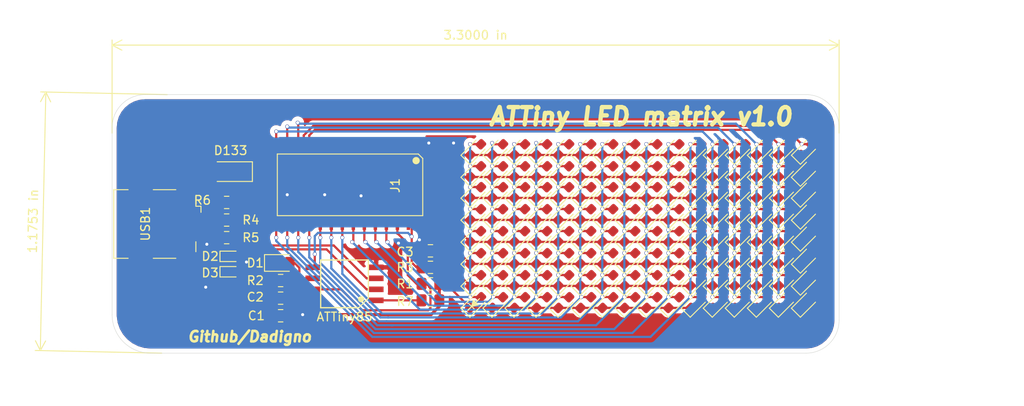
<source format=kicad_pcb>
(kicad_pcb (version 20171130) (host pcbnew "(5.1.5)-3")
  (layers (0 F.Cu signal) (31 B.Cu signal) (34 B.Paste user hide) (35 F.Paste user hide) (36 B.SilkS user hide) (37 F.SilkS user) (38 B.Mask user hide) (39 F.Mask user hide) (44 Edge.Cuts user))
  (net 0 "")
  (net 1 GND)
  (net 2 VBUS)
  (net 3 "Net-(D1-Pad1)")
  (net 4 /D+)
  (net 5 /D-)
  (net 6 "Net-(D10-Pad2)")
  (net 7 "Net-(D100-Pad1)")
  (net 8 "Net-(D101-Pad1)")
  (net 9 "Net-(D102-Pad1)")
  (net 10 "Net-(D103-Pad1)")
  (net 11 "Net-(D104-Pad1)")
  (net 12 "Net-(D105-Pad1)")
  (net 13 "Net-(D10-Pad1)")
  (net 14 "Net-(D107-Pad1)")
  (net 15 "Net-(D12-Pad2)")
  (net 16 "Net-(D20-Pad2)")
  (net 17 "Net-(D28-Pad2)")
  (net 18 "Net-(D36-Pad2)")
  (net 19 "Net-(D44-Pad2)")
  (net 20 "Net-(D52-Pad2)")
  (net 21 "Net-(D60-Pad2)")
  (net 22 "Net-(D68-Pad2)")
  (net 23 "Net-(D76-Pad2)")
  (net 24 "Net-(D84-Pad2)")
  (net 25 "Net-(D92-Pad2)")
  (net 26 "Net-(D100-Pad2)")
  (net 27 "Net-(D108-Pad2)")
  (net 28 "Net-(D116-Pad2)")
  (net 29 "Net-(D124-Pad2)")
  (net 30 "Net-(D133-Pad2)")
  (net 31 /SCL)
  (net 32 /SDA)
  (net 33 "Net-(ATTiny85-Pad6)")
  (net 34 "Net-(ATTiny85-Pad1)")
  (net 35 "Net-(D2-Pad1)")
  (net 36 "Net-(D3-Pad1)")
  (module Package_SO:SOIJ-8_5.3x5.3mm_P1.27mm (layer F.Cu) (at 61.087 113.284 180)
    (fp_text reference ATTiny85 (at 0 -3.81) (layer F.SilkS))
    (fp_text value ATtiny85-20SU)
    (pad 8 smd rect (at 3.65 -1.905 180) (size 1.7 0.65) (layers F.Cu F.Paste F.Mask) (net 2 VBUS))
    (pad 7 smd rect (at 3.65 -0.635 180) (size 1.7 0.65) (layers F.Cu F.Paste F.Mask) (net 31 /SCL))
    (pad 6 smd rect (at 3.65 0.635 180) (size 1.7 0.65) (layers F.Cu F.Paste F.Mask) (net 33 "Net-(ATTiny85-Pad6)"))
    (pad 5 smd rect (at 3.65 1.905 180) (size 1.7 0.65) (layers F.Cu F.Paste F.Mask) (net 32 /SDA))
    (pad 4 smd rect (at -3.65 1.905 180) (size 1.7 0.65) (layers F.Cu F.Paste F.Mask) (net 1 GND))
    (pad 3 smd rect (at -3.65 0.635 180) (size 1.7 0.65) (layers F.Cu F.Paste F.Mask) (net 4 /D+))
    (pad 2 smd rect (at -3.65 -0.635 180) (size 1.7 0.65) (layers F.Cu F.Paste F.Mask) (net 5 /D-))
    (pad 1 smd rect (at -3.65 -1.905 180) (size 1.7 0.65) (layers F.Cu F.Paste F.Mask) (net 34 "Net-(ATTiny85-Pad1)"))
  )
  (module LED_SMD:LED_0603_1608Metric_Pad1.05x0.95mm_HandSolder (layer F.Cu) (at 76.2 115.443 45)
    (fp_text reference D11 hide)
    (fp_text value LED)
    (pad 2 smd roundrect (at 0.875 0 45) (size 1.05 0.95) (layers F.Cu F.Paste F.Mask) (net 6 "Net-(D10-Pad2)"))
    (pad 1 smd roundrect (at -0.875 0 45) (size 1.05 0.95) (layers F.Cu F.Paste F.Mask) (net 14 "Net-(D107-Pad1)"))
  )
  (module Diode_SMD:D_SOD-523 (layer F.Cu) (at 47.879 111.887)
    (fp_text reference D3 (at -2.286 0.127) (layer F.SilkS))
    (fp_text value 3.3V)
    (pad 1 smd rect (at -0.7 0 180) (size 0.6 0.7) (layers F.Cu F.Paste F.Mask) (net 36 "Net-(D3-Pad1)"))
    (pad 2 smd rect (at 0.7 0 180) (size 0.6 0.7) (layers F.Cu F.Paste F.Mask) (net 1 GND))
  )
  (module Diode_SMD:D_SOD-523 (layer F.Cu) (at 47.879 110.109)
    (fp_text reference D2 (at -2.286 0) (layer F.SilkS))
    (fp_text value 3.3V)
    (pad 1 smd rect (at -0.7 0 180) (size 0.6 0.7) (layers F.Cu F.Paste F.Mask) (net 35 "Net-(D2-Pad1)"))
    (pad 2 smd rect (at 0.7 0 180) (size 0.6 0.7) (layers F.Cu F.Paste F.Mask) (net 1 GND))
  )
  (module Connector_USB:USB_Mini-B_Wuerth_65100516121_Horizontal (layer F.Cu) (at 40.4876 106.3752 270)
    (fp_text reference USB1 (at 0 2.3495 90) (layer F.SilkS))
    (fp_text value USB_B_Micro)
    (pad "" smd circle (at 2.2 0 270) (size 0.9 0.9) (layers F.Cu F.Paste F.Mask))
    (pad "" smd circle (at -2.2 0 270) (size 0.9 0.9) (layers F.Cu F.Paste F.Mask))
    (pad 5 smd rect (at 1.6 -2.6 270) (size 0.5 2.5) (layers F.Cu F.Paste F.Mask) (net 1 GND))
    (pad 4 smd rect (at 0.8 -2.6 270) (size 0.5 2.5) (layers F.Cu F.Paste F.Mask))
    (pad 3 smd rect (at 0 -2.6 270) (size 0.5 2.5) (layers F.Cu F.Paste F.Mask) (net 35 "Net-(D2-Pad1)"))
    (pad 2 smd rect (at -0.8 -2.6 270) (size 0.5 2.5) (layers F.Cu F.Paste F.Mask) (net 36 "Net-(D3-Pad1)"))
    (pad 1 smd rect (at -1.6 -2.6 270) (size 0.5 2.5) (layers F.Cu F.Paste F.Mask) (net 30 "Net-(D133-Pad2)"))
    (pad 6 smd rect (at 4.4 -2.6 270) (size 2 2.5) (layers F.Cu F.Paste F.Mask) (net 1 GND))
    (pad 6 smd rect (at -4.4 -2.6 270) (size 2 2.5) (layers F.Cu F.Paste F.Mask) (net 1 GND))
    (pad 6 smd rect (at 4.4 2.9 270) (size 2 2.5) (layers F.Cu F.Paste F.Mask) (net 1 GND))
    (pad 6 smd rect (at -4.4 2.9 270) (size 2 2.5) (layers F.Cu F.Paste F.Mask) (net 1 GND))
  )
  (module LED_SMD:LED_0805_2012Metric_Pad1.15x1.40mm_HandSolder (layer F.Cu) (at 53.721 110.871)
    (fp_text reference D1 (at -2.921 0) (layer F.SilkS))
    (fp_text value LED)
    (pad 2 smd roundrect (at 1.025 0) (size 1.15 1.4) (layers F.Cu F.Paste F.Mask) (roundrect_rratio 0.217391) (net 33 "Net-(ATTiny85-Pad6)"))
    (pad 1 smd roundrect (at -1.025 0) (size 1.15 1.4) (layers F.Cu F.Paste F.Mask) (roundrect_rratio 0.217391) (net 3 "Net-(D1-Pad1)"))
  )
  (module Capacitor_SMD:C_0805_2012Metric_Pad1.15x1.40mm_HandSolder (layer F.Cu) (at 53.721 114.935)
    (fp_text reference C2 (at -2.921 -0.127) (layer F.SilkS))
    (fp_text value 0.1uF)
    (pad 2 smd roundrect (at 1.025 0) (size 1.15 1.4) (layers F.Cu F.Paste F.Mask) (roundrect_rratio 0.217391) (net 1 GND))
    (pad 1 smd roundrect (at -1.025 0) (size 1.15 1.4) (layers F.Cu F.Paste F.Mask) (roundrect_rratio 0.217391) (net 2 VBUS))
  )
  (module SOP-A:SOP-A-28_10.31_x17.9mm_P1.27 (layer F.Cu) (at 61.468 101.854 270)
    (fp_text reference J1 (at 0.0762 -5.461 90) (layer F.SilkS))
    (fp_text value HT16K33)
    (pad 20 smd rect (at 4.572 1.905 270) (size 1.27 0.4) (layers F.Cu F.Paste F.Mask) (net 19 "Net-(D44-Pad2)"))
    (pad 23 smd rect (at 4.572 -1.905 270) (size 1.27 0.4) (layers F.Cu F.Paste F.Mask) (net 16 "Net-(D20-Pad2)"))
    (pad 17 smd rect (at 4.572 5.715 270) (size 1.27 0.4) (layers F.Cu F.Paste F.Mask) (net 22 "Net-(D68-Pad2)"))
    (pad 16 smd rect (at 4.572 6.985 270) (size 1.27 0.4) (layers F.Cu F.Paste F.Mask) (net 23 "Net-(D76-Pad2)"))
    (pad 25 smd rect (at 4.572 -4.445 270) (size 1.27 0.4) (layers F.Cu F.Paste F.Mask) (net 6 "Net-(D10-Pad2)"))
    (pad 19 smd rect (at 4.572 3.175 270) (size 1.27 0.4) (layers F.Cu F.Paste F.Mask) (net 20 "Net-(D52-Pad2)"))
    (pad 15 smd rect (at 4.572 8.255 270) (size 1.27 0.4) (layers F.Cu F.Paste F.Mask) (net 24 "Net-(D84-Pad2)"))
    (pad 21 smd rect (at 4.572 0.635 270) (size 1.27 0.4) (layers F.Cu F.Paste F.Mask) (net 18 "Net-(D36-Pad2)"))
    (pad 26 smd rect (at 4.572 -5.715 270) (size 1.27 0.4) (layers F.Cu F.Paste F.Mask) (net 31 /SCL))
    (pad 24 smd rect (at 4.572 -3.175 270) (size 1.27 0.4) (layers F.Cu F.Paste F.Mask) (net 15 "Net-(D12-Pad2)"))
    (pad 28 smd rect (at 4.572 -8.255 270) (size 1.27 0.4) (layers F.Cu F.Paste F.Mask) (net 2 VBUS))
    (pad 18 smd rect (at 4.572 4.445 270) (size 1.27 0.4) (layers F.Cu F.Paste F.Mask) (net 21 "Net-(D60-Pad2)"))
    (pad 27 smd rect (at 4.572 -6.985 270) (size 1.27 0.4) (layers F.Cu F.Paste F.Mask) (net 32 /SDA))
    (pad 22 smd rect (at 4.572 -0.635 270) (size 1.27 0.4) (layers F.Cu F.Paste F.Mask) (net 17 "Net-(D28-Pad2)"))
    (pad 14 smd rect (at -4.826 8.255 270) (size 1.27 0.4) (layers F.Cu F.Paste F.Mask) (net 25 "Net-(D92-Pad2)"))
    (pad 13 smd rect (at -4.826 6.985 270) (size 1.27 0.4) (layers F.Cu F.Paste F.Mask) (net 26 "Net-(D100-Pad2)"))
    (pad 12 smd rect (at -4.826 5.715 270) (size 1.27 0.4) (layers F.Cu F.Paste F.Mask) (net 27 "Net-(D108-Pad2)"))
    (pad 11 smd rect (at -4.826 4.445 270) (size 1.27 0.4) (layers F.Cu F.Paste F.Mask) (net 28 "Net-(D116-Pad2)"))
    (pad 1 smd rect (at -4.826 -8.255 270) (size 1.27 0.4) (layers F.Cu F.Paste F.Mask) (net 1 GND))
    (pad 2 smd rect (at -4.826 -6.985 270) (size 1.27 0.4) (layers F.Cu F.Paste F.Mask) (net 7 "Net-(D100-Pad1)"))
    (pad 3 smd rect (at -4.826 -5.715 270) (size 1.27 0.4) (layers F.Cu F.Paste F.Mask) (net 8 "Net-(D101-Pad1)"))
    (pad 4 smd rect (at -4.826 -4.445 270) (size 1.27 0.4) (layers F.Cu F.Paste F.Mask) (net 9 "Net-(D102-Pad1)"))
    (pad 5 smd rect (at -4.826 -3.175 270) (size 1.27 0.4) (layers F.Cu F.Paste F.Mask) (net 10 "Net-(D103-Pad1)"))
    (pad 6 smd rect (at -4.826 -1.905 270) (size 1.27 0.4) (layers F.Cu F.Paste F.Mask) (net 11 "Net-(D104-Pad1)"))
    (pad 10 smd rect (at -4.826 3.175 270) (size 1.27 0.4) (layers F.Cu F.Paste F.Mask) (net 29 "Net-(D124-Pad2)"))
    (pad 9 smd rect (at -4.826 1.905 270) (size 1.27 0.4) (layers F.Cu F.Paste F.Mask) (net 14 "Net-(D107-Pad1)"))
    (pad 8 smd rect (at -4.826 0.635 270) (size 1.27 0.4) (layers F.Cu F.Paste F.Mask) (net 13 "Net-(D10-Pad1)"))
    (pad 7 smd rect (at -4.826 -0.635 270) (size 1.27 0.4) (layers F.Cu F.Paste F.Mask) (net 12 "Net-(D105-Pad1)"))
  )
  (module LED_SMD:LED_0603_1608Metric_Pad1.05x0.95mm_HandSolder (layer F.Cu) (at 114.3 115.443 45)
    (fp_text reference D131 hide)
    (fp_text value LED)
    (pad 2 smd roundrect (at 0.875 0 45) (size 1.05 0.95) (layers F.Cu F.Paste F.Mask) (net 29 "Net-(D124-Pad2)"))
    (pad 1 smd roundrect (at -0.875 0 45) (size 1.05 0.95) (layers F.Cu F.Paste F.Mask) (net 14 "Net-(D107-Pad1)"))
  )
  (module LED_SMD:LED_0603_1608Metric_Pad1.05x0.95mm_HandSolder (layer F.Cu) (at 114.3 112.903 45)
    (fp_text reference D130 hide)
    (fp_text value LED)
    (pad 2 smd roundrect (at 0.875 0 45) (size 1.05 0.95) (layers F.Cu F.Paste F.Mask) (net 29 "Net-(D124-Pad2)"))
    (pad 1 smd roundrect (at -0.875 0 45) (size 1.05 0.95) (layers F.Cu F.Paste F.Mask) (net 13 "Net-(D10-Pad1)"))
  )
  (module LED_SMD:LED_0603_1608Metric_Pad1.05x0.95mm_HandSolder (layer F.Cu) (at 114.3 110.363 45)
    (fp_text reference D129 hide)
    (fp_text value LED)
    (pad 2 smd roundrect (at 0.875 0 45) (size 1.05 0.95) (layers F.Cu F.Paste F.Mask) (net 29 "Net-(D124-Pad2)"))
    (pad 1 smd roundrect (at -0.875 0 45) (size 1.05 0.95) (layers F.Cu F.Paste F.Mask) (net 12 "Net-(D105-Pad1)"))
  )
  (module LED_SMD:LED_0603_1608Metric_Pad1.05x0.95mm_HandSolder (layer F.Cu) (at 114.3 107.823 45)
    (fp_text reference D128 hide)
    (fp_text value LED)
    (pad 1 smd roundrect (at -0.875 0 45) (size 1.05 0.95) (layers F.Cu F.Paste F.Mask) (net 11 "Net-(D104-Pad1)"))
    (pad 2 smd roundrect (at 0.875 0 45) (size 1.05 0.95) (layers F.Cu F.Paste F.Mask) (net 29 "Net-(D124-Pad2)"))
  )
  (module LED_SMD:LED_0603_1608Metric_Pad1.05x0.95mm_HandSolder (layer F.Cu) (at 114.3 105.283 45)
    (fp_text reference D127 hide)
    (fp_text value LED)
    (pad 2 smd roundrect (at 0.875 0 45) (size 1.05 0.95) (layers F.Cu F.Paste F.Mask) (net 29 "Net-(D124-Pad2)"))
    (pad 1 smd roundrect (at -0.875 0 45) (size 1.05 0.95) (layers F.Cu F.Paste F.Mask) (net 10 "Net-(D103-Pad1)"))
  )
  (module LED_SMD:LED_0603_1608Metric_Pad1.05x0.95mm_HandSolder (layer F.Cu) (at 114.3 102.743 45)
    (fp_text reference D126 hide)
    (fp_text value LED)
    (pad 2 smd roundrect (at 0.875 0 45) (size 1.05 0.95) (layers F.Cu F.Paste F.Mask) (net 29 "Net-(D124-Pad2)"))
    (pad 1 smd roundrect (at -0.875 0 45) (size 1.05 0.95) (layers F.Cu F.Paste F.Mask) (net 9 "Net-(D102-Pad1)"))
  )
  (module LED_SMD:LED_0603_1608Metric_Pad1.05x0.95mm_HandSolder (layer F.Cu) (at 114.3 100.33 45)
    (fp_text reference D125 hide)
    (fp_text value LED)
    (pad 2 smd roundrect (at 0.875 0 45) (size 1.05 0.95) (layers F.Cu F.Paste F.Mask) (net 29 "Net-(D124-Pad2)"))
    (pad 1 smd roundrect (at -0.875 0 45) (size 1.05 0.95) (layers F.Cu F.Paste F.Mask) (net 8 "Net-(D101-Pad1)"))
  )
  (module LED_SMD:LED_0603_1608Metric_Pad1.05x0.95mm_HandSolder (layer F.Cu) (at 114.3 97.79 45)
    (fp_text reference D124 hide)
    (fp_text value LED)
    (pad 2 smd roundrect (at 0.875 0 45) (size 1.05 0.95) (layers F.Cu F.Paste F.Mask) (net 29 "Net-(D124-Pad2)"))
    (pad 1 smd roundrect (at -0.875 0 45) (size 1.05 0.95) (layers F.Cu F.Paste F.Mask) (net 7 "Net-(D100-Pad1)"))
  )
  (module LED_SMD:LED_0603_1608Metric_Pad1.05x0.95mm_HandSolder (layer F.Cu) (at 111.76 115.443 45)
    (fp_text reference D123 hide)
    (fp_text value LED)
    (pad 2 smd roundrect (at 0.875 0 45) (size 1.05 0.95) (layers F.Cu F.Paste F.Mask) (net 28 "Net-(D116-Pad2)"))
    (pad 1 smd roundrect (at -0.875 0 45) (size 1.05 0.95) (layers F.Cu F.Paste F.Mask) (net 14 "Net-(D107-Pad1)"))
  )
  (module LED_SMD:LED_0603_1608Metric_Pad1.05x0.95mm_HandSolder (layer F.Cu) (at 111.76 112.903 45)
    (fp_text reference D122 hide)
    (fp_text value LED)
    (pad 2 smd roundrect (at 0.875 0 45) (size 1.05 0.95) (layers F.Cu F.Paste F.Mask) (net 28 "Net-(D116-Pad2)"))
    (pad 1 smd roundrect (at -0.875 0 45) (size 1.05 0.95) (layers F.Cu F.Paste F.Mask) (net 13 "Net-(D10-Pad1)"))
  )
  (module LED_SMD:LED_0603_1608Metric_Pad1.05x0.95mm_HandSolder (layer F.Cu) (at 111.76 110.363 45)
    (fp_text reference D121 hide)
    (fp_text value LED)
    (pad 2 smd roundrect (at 0.875 0 45) (size 1.05 0.95) (layers F.Cu F.Paste F.Mask) (net 28 "Net-(D116-Pad2)"))
    (pad 1 smd roundrect (at -0.875 0 45) (size 1.05 0.95) (layers F.Cu F.Paste F.Mask) (net 12 "Net-(D105-Pad1)"))
  )
  (module LED_SMD:LED_0603_1608Metric_Pad1.05x0.95mm_HandSolder (layer F.Cu) (at 111.76 107.823 45)
    (fp_text reference D120 hide)
    (fp_text value LED)
    (pad 1 smd roundrect (at -0.875 0 45) (size 1.05 0.95) (layers F.Cu F.Paste F.Mask) (net 11 "Net-(D104-Pad1)"))
    (pad 2 smd roundrect (at 0.875 0 45) (size 1.05 0.95) (layers F.Cu F.Paste F.Mask) (net 28 "Net-(D116-Pad2)"))
  )
  (module LED_SMD:LED_0603_1608Metric_Pad1.05x0.95mm_HandSolder (layer F.Cu) (at 111.76 105.283 45)
    (fp_text reference D119 hide)
    (fp_text value LED)
    (pad 2 smd roundrect (at 0.875 0 45) (size 1.05 0.95) (layers F.Cu F.Paste F.Mask) (net 28 "Net-(D116-Pad2)"))
    (pad 1 smd roundrect (at -0.875 0 45) (size 1.05 0.95) (layers F.Cu F.Paste F.Mask) (net 10 "Net-(D103-Pad1)"))
  )
  (module LED_SMD:LED_0603_1608Metric_Pad1.05x0.95mm_HandSolder (layer F.Cu) (at 111.76 102.743 45)
    (fp_text reference D118 hide)
    (fp_text value LED)
    (pad 2 smd roundrect (at 0.875 0 45) (size 1.05 0.95) (layers F.Cu F.Paste F.Mask) (net 28 "Net-(D116-Pad2)"))
    (pad 1 smd roundrect (at -0.875 0 45) (size 1.05 0.95) (layers F.Cu F.Paste F.Mask) (net 9 "Net-(D102-Pad1)"))
  )
  (module LED_SMD:LED_0603_1608Metric_Pad1.05x0.95mm_HandSolder (layer F.Cu) (at 111.76 100.33 45)
    (fp_text reference D117 hide)
    (fp_text value LED)
    (pad 2 smd roundrect (at 0.875 0 45) (size 1.05 0.95) (layers F.Cu F.Paste F.Mask) (net 28 "Net-(D116-Pad2)"))
    (pad 1 smd roundrect (at -0.875 0 45) (size 1.05 0.95) (layers F.Cu F.Paste F.Mask) (net 8 "Net-(D101-Pad1)"))
  )
  (module LED_SMD:LED_0603_1608Metric_Pad1.05x0.95mm_HandSolder (layer F.Cu) (at 111.76 97.79 45)
    (fp_text reference D116 hide)
    (fp_text value LED)
    (pad 2 smd roundrect (at 0.875 0 45) (size 1.05 0.95) (layers F.Cu F.Paste F.Mask) (net 28 "Net-(D116-Pad2)"))
    (pad 1 smd roundrect (at -0.875 0 45) (size 1.05 0.95) (layers F.Cu F.Paste F.Mask) (net 7 "Net-(D100-Pad1)"))
  )
  (module LED_SMD:LED_0603_1608Metric_Pad1.05x0.95mm_HandSolder (layer F.Cu) (at 109.22 115.443 45)
    (fp_text reference D115 hide)
    (fp_text value LED)
    (pad 2 smd roundrect (at 0.875 0 45) (size 1.05 0.95) (layers F.Cu F.Paste F.Mask) (net 27 "Net-(D108-Pad2)"))
    (pad 1 smd roundrect (at -0.875 0 45) (size 1.05 0.95) (layers F.Cu F.Paste F.Mask) (net 14 "Net-(D107-Pad1)"))
  )
  (module LED_SMD:LED_0603_1608Metric_Pad1.05x0.95mm_HandSolder (layer F.Cu) (at 109.22 112.903 45)
    (fp_text reference D114 hide)
    (fp_text value LED)
    (pad 2 smd roundrect (at 0.875 0 45) (size 1.05 0.95) (layers F.Cu F.Paste F.Mask) (net 27 "Net-(D108-Pad2)"))
    (pad 1 smd roundrect (at -0.875 0 45) (size 1.05 0.95) (layers F.Cu F.Paste F.Mask) (net 13 "Net-(D10-Pad1)"))
  )
  (module LED_SMD:LED_0603_1608Metric_Pad1.05x0.95mm_HandSolder (layer F.Cu) (at 109.22 110.363 45)
    (fp_text reference D113 hide)
    (fp_text value LED)
    (pad 2 smd roundrect (at 0.875 0 45) (size 1.05 0.95) (layers F.Cu F.Paste F.Mask) (net 27 "Net-(D108-Pad2)"))
    (pad 1 smd roundrect (at -0.875 0 45) (size 1.05 0.95) (layers F.Cu F.Paste F.Mask) (net 12 "Net-(D105-Pad1)"))
  )
  (module LED_SMD:LED_0603_1608Metric_Pad1.05x0.95mm_HandSolder (layer F.Cu) (at 109.22 107.823 45)
    (fp_text reference D112 hide)
    (fp_text value LED)
    (pad 1 smd roundrect (at -0.875 0 45) (size 1.05 0.95) (layers F.Cu F.Paste F.Mask) (net 11 "Net-(D104-Pad1)"))
    (pad 2 smd roundrect (at 0.875 0 45) (size 1.05 0.95) (layers F.Cu F.Paste F.Mask) (net 27 "Net-(D108-Pad2)"))
  )
  (module LED_SMD:LED_0603_1608Metric_Pad1.05x0.95mm_HandSolder (layer F.Cu) (at 109.22 105.283 45)
    (fp_text reference D111 hide)
    (fp_text value LED)
    (pad 2 smd roundrect (at 0.875 0 45) (size 1.05 0.95) (layers F.Cu F.Paste F.Mask) (net 27 "Net-(D108-Pad2)"))
    (pad 1 smd roundrect (at -0.875 0 45) (size 1.05 0.95) (layers F.Cu F.Paste F.Mask) (net 10 "Net-(D103-Pad1)"))
  )
  (module LED_SMD:LED_0603_1608Metric_Pad1.05x0.95mm_HandSolder (layer F.Cu) (at 109.22 102.743 45)
    (fp_text reference D110 hide)
    (fp_text value LED)
    (pad 2 smd roundrect (at 0.875 0 45) (size 1.05 0.95) (layers F.Cu F.Paste F.Mask) (net 27 "Net-(D108-Pad2)"))
    (pad 1 smd roundrect (at -0.875 0 45) (size 1.05 0.95) (layers F.Cu F.Paste F.Mask) (net 9 "Net-(D102-Pad1)"))
  )
  (module LED_SMD:LED_0603_1608Metric_Pad1.05x0.95mm_HandSolder (layer F.Cu) (at 109.22 100.33 45)
    (fp_text reference D109 hide)
    (fp_text value LED)
    (pad 2 smd roundrect (at 0.875 0 45) (size 1.05 0.95) (layers F.Cu F.Paste F.Mask) (net 27 "Net-(D108-Pad2)"))
    (pad 1 smd roundrect (at -0.875 0 45) (size 1.05 0.95) (layers F.Cu F.Paste F.Mask) (net 8 "Net-(D101-Pad1)"))
  )
  (module LED_SMD:LED_0603_1608Metric_Pad1.05x0.95mm_HandSolder (layer F.Cu) (at 109.22 97.79 45)
    (fp_text reference D108 hide)
    (fp_text value LED)
    (pad 2 smd roundrect (at 0.875 0 45) (size 1.05 0.95) (layers F.Cu F.Paste F.Mask) (net 27 "Net-(D108-Pad2)"))
    (pad 1 smd roundrect (at -0.875 0 45) (size 1.05 0.95) (layers F.Cu F.Paste F.Mask) (net 7 "Net-(D100-Pad1)"))
  )
  (module LED_SMD:LED_0603_1608Metric_Pad1.05x0.95mm_HandSolder (layer F.Cu) (at 106.68 115.443 45)
    (fp_text reference D107 hide)
    (fp_text value LED)
    (pad 2 smd roundrect (at 0.875 0 45) (size 1.05 0.95) (layers F.Cu F.Paste F.Mask) (net 26 "Net-(D100-Pad2)"))
    (pad 1 smd roundrect (at -0.875 0 45) (size 1.05 0.95) (layers F.Cu F.Paste F.Mask) (net 14 "Net-(D107-Pad1)"))
  )
  (module LED_SMD:LED_0603_1608Metric_Pad1.05x0.95mm_HandSolder (layer F.Cu) (at 106.68 112.903 45)
    (fp_text reference D106 hide)
    (fp_text value LED)
    (pad 2 smd roundrect (at 0.875 0 45) (size 1.05 0.95) (layers F.Cu F.Paste F.Mask) (net 26 "Net-(D100-Pad2)"))
    (pad 1 smd roundrect (at -0.875 0 45) (size 1.05 0.95) (layers F.Cu F.Paste F.Mask) (net 13 "Net-(D10-Pad1)"))
  )
  (module LED_SMD:LED_0603_1608Metric_Pad1.05x0.95mm_HandSolder (layer F.Cu) (at 106.68 110.363 45)
    (fp_text reference D105 hide)
    (fp_text value LED)
    (pad 2 smd roundrect (at 0.875 0 45) (size 1.05 0.95) (layers F.Cu F.Paste F.Mask) (net 26 "Net-(D100-Pad2)"))
    (pad 1 smd roundrect (at -0.875 0 45) (size 1.05 0.95) (layers F.Cu F.Paste F.Mask) (net 12 "Net-(D105-Pad1)"))
  )
  (module LED_SMD:LED_0603_1608Metric_Pad1.05x0.95mm_HandSolder (layer F.Cu) (at 106.68 107.823 45)
    (fp_text reference D104 hide)
    (fp_text value LED)
    (pad 1 smd roundrect (at -0.875 0 45) (size 1.05 0.95) (layers F.Cu F.Paste F.Mask) (net 11 "Net-(D104-Pad1)"))
    (pad 2 smd roundrect (at 0.875 0 45) (size 1.05 0.95) (layers F.Cu F.Paste F.Mask) (net 26 "Net-(D100-Pad2)"))
  )
  (module LED_SMD:LED_0603_1608Metric_Pad1.05x0.95mm_HandSolder (layer F.Cu) (at 106.68 105.283 45)
    (fp_text reference D103 hide)
    (fp_text value LED)
    (pad 2 smd roundrect (at 0.875 0 45) (size 1.05 0.95) (layers F.Cu F.Paste F.Mask) (net 26 "Net-(D100-Pad2)"))
    (pad 1 smd roundrect (at -0.875 0 45) (size 1.05 0.95) (layers F.Cu F.Paste F.Mask) (net 10 "Net-(D103-Pad1)"))
  )
  (module LED_SMD:LED_0603_1608Metric_Pad1.05x0.95mm_HandSolder (layer F.Cu) (at 106.68 102.743 45)
    (fp_text reference D102 hide)
    (fp_text value LED)
    (pad 2 smd roundrect (at 0.875 0 45) (size 1.05 0.95) (layers F.Cu F.Paste F.Mask) (net 26 "Net-(D100-Pad2)"))
    (pad 1 smd roundrect (at -0.875 0 45) (size 1.05 0.95) (layers F.Cu F.Paste F.Mask) (net 9 "Net-(D102-Pad1)"))
  )
  (module LED_SMD:LED_0603_1608Metric_Pad1.05x0.95mm_HandSolder (layer F.Cu) (at 106.68 100.33 45)
    (fp_text reference D101 hide)
    (fp_text value LED)
    (pad 2 smd roundrect (at 0.875 0 45) (size 1.05 0.95) (layers F.Cu F.Paste F.Mask) (net 26 "Net-(D100-Pad2)"))
    (pad 1 smd roundrect (at -0.875 0 45) (size 1.05 0.95) (layers F.Cu F.Paste F.Mask) (net 8 "Net-(D101-Pad1)"))
  )
  (module LED_SMD:LED_0603_1608Metric_Pad1.05x0.95mm_HandSolder (layer F.Cu) (at 106.68 97.79 45)
    (fp_text reference D100 hide)
    (fp_text value LED)
    (pad 2 smd roundrect (at 0.875 0 45) (size 1.05 0.95) (layers F.Cu F.Paste F.Mask) (net 26 "Net-(D100-Pad2)"))
    (pad 1 smd roundrect (at -0.875 0 45) (size 1.05 0.95) (layers F.Cu F.Paste F.Mask) (net 7 "Net-(D100-Pad1)"))
  )
  (module LED_SMD:LED_0603_1608Metric_Pad1.05x0.95mm_HandSolder (layer F.Cu) (at 104.14 115.443 45)
    (fp_text reference D99 hide)
    (fp_text value LED)
    (pad 2 smd roundrect (at 0.875 0 45) (size 1.05 0.95) (layers F.Cu F.Paste F.Mask) (net 25 "Net-(D92-Pad2)"))
    (pad 1 smd roundrect (at -0.875 0 45) (size 1.05 0.95) (layers F.Cu F.Paste F.Mask) (net 14 "Net-(D107-Pad1)"))
  )
  (module LED_SMD:LED_0603_1608Metric_Pad1.05x0.95mm_HandSolder (layer F.Cu) (at 104.14 112.903 45)
    (fp_text reference D98 hide)
    (fp_text value LED)
    (pad 2 smd roundrect (at 0.875 0 45) (size 1.05 0.95) (layers F.Cu F.Paste F.Mask) (net 25 "Net-(D92-Pad2)"))
    (pad 1 smd roundrect (at -0.875 0 45) (size 1.05 0.95) (layers F.Cu F.Paste F.Mask) (net 13 "Net-(D10-Pad1)"))
  )
  (module LED_SMD:LED_0603_1608Metric_Pad1.05x0.95mm_HandSolder (layer F.Cu) (at 104.14 110.363 45)
    (fp_text reference D97 hide)
    (fp_text value LED)
    (pad 2 smd roundrect (at 0.875 0 45) (size 1.05 0.95) (layers F.Cu F.Paste F.Mask) (net 25 "Net-(D92-Pad2)"))
    (pad 1 smd roundrect (at -0.875 0 45) (size 1.05 0.95) (layers F.Cu F.Paste F.Mask) (net 12 "Net-(D105-Pad1)"))
  )
  (module LED_SMD:LED_0603_1608Metric_Pad1.05x0.95mm_HandSolder (layer F.Cu) (at 104.14 107.823 45)
    (fp_text reference D96 hide)
    (fp_text value LED)
    (pad 1 smd roundrect (at -0.875 0 45) (size 1.05 0.95) (layers F.Cu F.Paste F.Mask) (net 11 "Net-(D104-Pad1)"))
    (pad 2 smd roundrect (at 0.875 0 45) (size 1.05 0.95) (layers F.Cu F.Paste F.Mask) (net 25 "Net-(D92-Pad2)"))
  )
  (module LED_SMD:LED_0603_1608Metric_Pad1.05x0.95mm_HandSolder (layer F.Cu) (at 104.14 105.283 45)
    (fp_text reference D95 hide)
    (fp_text value LED)
    (pad 2 smd roundrect (at 0.875 0 45) (size 1.05 0.95) (layers F.Cu F.Paste F.Mask) (net 25 "Net-(D92-Pad2)"))
    (pad 1 smd roundrect (at -0.875 0 45) (size 1.05 0.95) (layers F.Cu F.Paste F.Mask) (net 10 "Net-(D103-Pad1)"))
  )
  (module LED_SMD:LED_0603_1608Metric_Pad1.05x0.95mm_HandSolder (layer F.Cu) (at 104.14 102.743 45)
    (fp_text reference D94 hide)
    (fp_text value LED)
    (pad 2 smd roundrect (at 0.875 0 45) (size 1.05 0.95) (layers F.Cu F.Paste F.Mask) (net 25 "Net-(D92-Pad2)"))
    (pad 1 smd roundrect (at -0.875 0 45) (size 1.05 0.95) (layers F.Cu F.Paste F.Mask) (net 9 "Net-(D102-Pad1)"))
  )
  (module LED_SMD:LED_0603_1608Metric_Pad1.05x0.95mm_HandSolder (layer F.Cu) (at 104.14 100.33 45)
    (fp_text reference D93 hide)
    (fp_text value LED)
    (pad 2 smd roundrect (at 0.875 0 45) (size 1.05 0.95) (layers F.Cu F.Paste F.Mask) (net 25 "Net-(D92-Pad2)"))
    (pad 1 smd roundrect (at -0.875 0 45) (size 1.05 0.95) (layers F.Cu F.Paste F.Mask) (net 8 "Net-(D101-Pad1)"))
  )
  (module LED_SMD:LED_0603_1608Metric_Pad1.05x0.95mm_HandSolder (layer F.Cu) (at 104.14 97.79 45)
    (fp_text reference D92 hide)
    (fp_text value LED)
    (pad 2 smd roundrect (at 0.875 0 45) (size 1.05 0.95) (layers F.Cu F.Paste F.Mask) (net 25 "Net-(D92-Pad2)"))
    (pad 1 smd roundrect (at -0.875 0 45) (size 1.05 0.95) (layers F.Cu F.Paste F.Mask) (net 7 "Net-(D100-Pad1)"))
  )
  (module LED_SMD:LED_0603_1608Metric_Pad1.05x0.95mm_HandSolder (layer F.Cu) (at 101.6 115.443 45)
    (fp_text reference D91 hide)
    (fp_text value LED)
    (pad 2 smd roundrect (at 0.875 0 45) (size 1.05 0.95) (layers F.Cu F.Paste F.Mask) (net 24 "Net-(D84-Pad2)"))
    (pad 1 smd roundrect (at -0.875 0 45) (size 1.05 0.95) (layers F.Cu F.Paste F.Mask) (net 14 "Net-(D107-Pad1)"))
  )
  (module LED_SMD:LED_0603_1608Metric_Pad1.05x0.95mm_HandSolder (layer F.Cu) (at 101.6 112.903 45)
    (fp_text reference D90 hide)
    (fp_text value LED)
    (pad 2 smd roundrect (at 0.875 0 45) (size 1.05 0.95) (layers F.Cu F.Paste F.Mask) (net 24 "Net-(D84-Pad2)"))
    (pad 1 smd roundrect (at -0.875 0 45) (size 1.05 0.95) (layers F.Cu F.Paste F.Mask) (net 13 "Net-(D10-Pad1)"))
  )
  (module LED_SMD:LED_0603_1608Metric_Pad1.05x0.95mm_HandSolder (layer F.Cu) (at 101.6 110.363 45)
    (fp_text reference D89 hide)
    (fp_text value LED)
    (pad 2 smd roundrect (at 0.875 0 45) (size 1.05 0.95) (layers F.Cu F.Paste F.Mask) (net 24 "Net-(D84-Pad2)"))
    (pad 1 smd roundrect (at -0.875 0 45) (size 1.05 0.95) (layers F.Cu F.Paste F.Mask) (net 12 "Net-(D105-Pad1)"))
  )
  (module LED_SMD:LED_0603_1608Metric_Pad1.05x0.95mm_HandSolder (layer F.Cu) (at 101.6 107.823 45)
    (fp_text reference D88 hide)
    (fp_text value LED)
    (pad 1 smd roundrect (at -0.875 0 45) (size 1.05 0.95) (layers F.Cu F.Paste F.Mask) (net 11 "Net-(D104-Pad1)"))
    (pad 2 smd roundrect (at 0.875 0 45) (size 1.05 0.95) (layers F.Cu F.Paste F.Mask) (net 24 "Net-(D84-Pad2)"))
  )
  (module LED_SMD:LED_0603_1608Metric_Pad1.05x0.95mm_HandSolder (layer F.Cu) (at 101.6 105.283 45)
    (fp_text reference D87 hide)
    (fp_text value LED)
    (pad 2 smd roundrect (at 0.875 0 45) (size 1.05 0.95) (layers F.Cu F.Paste F.Mask) (net 24 "Net-(D84-Pad2)"))
    (pad 1 smd roundrect (at -0.875 0 45) (size 1.05 0.95) (layers F.Cu F.Paste F.Mask) (net 10 "Net-(D103-Pad1)"))
  )
  (module LED_SMD:LED_0603_1608Metric_Pad1.05x0.95mm_HandSolder (layer F.Cu) (at 101.6 102.743 45)
    (fp_text reference D86 hide)
    (fp_text value LED)
    (pad 2 smd roundrect (at 0.875 0 45) (size 1.05 0.95) (layers F.Cu F.Paste F.Mask) (net 24 "Net-(D84-Pad2)"))
    (pad 1 smd roundrect (at -0.875 0 45) (size 1.05 0.95) (layers F.Cu F.Paste F.Mask) (net 9 "Net-(D102-Pad1)"))
  )
  (module LED_SMD:LED_0603_1608Metric_Pad1.05x0.95mm_HandSolder (layer F.Cu) (at 101.6 100.33 45)
    (fp_text reference D85 hide)
    (fp_text value LED)
    (pad 2 smd roundrect (at 0.875 0 45) (size 1.05 0.95) (layers F.Cu F.Paste F.Mask) (net 24 "Net-(D84-Pad2)"))
    (pad 1 smd roundrect (at -0.875 0 45) (size 1.05 0.95) (layers F.Cu F.Paste F.Mask) (net 8 "Net-(D101-Pad1)"))
  )
  (module LED_SMD:LED_0603_1608Metric_Pad1.05x0.95mm_HandSolder (layer F.Cu) (at 101.6 97.79 45)
    (fp_text reference D84 hide)
    (fp_text value LED)
    (pad 2 smd roundrect (at 0.875 0 45) (size 1.05 0.95) (layers F.Cu F.Paste F.Mask) (net 24 "Net-(D84-Pad2)"))
    (pad 1 smd roundrect (at -0.875 0 45) (size 1.05 0.95) (layers F.Cu F.Paste F.Mask) (net 7 "Net-(D100-Pad1)"))
  )
  (module LED_SMD:LED_0603_1608Metric_Pad1.05x0.95mm_HandSolder (layer F.Cu) (at 99.06 115.443 45)
    (fp_text reference D83 hide)
    (fp_text value LED)
    (pad 2 smd roundrect (at 0.875 0 45) (size 1.05 0.95) (layers F.Cu F.Paste F.Mask) (net 23 "Net-(D76-Pad2)"))
    (pad 1 smd roundrect (at -0.875 0 45) (size 1.05 0.95) (layers F.Cu F.Paste F.Mask) (net 14 "Net-(D107-Pad1)"))
  )
  (module LED_SMD:LED_0603_1608Metric_Pad1.05x0.95mm_HandSolder (layer F.Cu) (at 99.06 112.903 45)
    (fp_text reference D82 hide)
    (fp_text value LED)
    (pad 2 smd roundrect (at 0.875 0 45) (size 1.05 0.95) (layers F.Cu F.Paste F.Mask) (net 23 "Net-(D76-Pad2)"))
    (pad 1 smd roundrect (at -0.875 0 45) (size 1.05 0.95) (layers F.Cu F.Paste F.Mask) (net 13 "Net-(D10-Pad1)"))
  )
  (module LED_SMD:LED_0603_1608Metric_Pad1.05x0.95mm_HandSolder (layer F.Cu) (at 99.06 110.363 45)
    (fp_text reference D81 hide)
    (fp_text value LED)
    (pad 2 smd roundrect (at 0.875 0 45) (size 1.05 0.95) (layers F.Cu F.Paste F.Mask) (net 23 "Net-(D76-Pad2)"))
    (pad 1 smd roundrect (at -0.875 0 45) (size 1.05 0.95) (layers F.Cu F.Paste F.Mask) (net 12 "Net-(D105-Pad1)"))
  )
  (module LED_SMD:LED_0603_1608Metric_Pad1.05x0.95mm_HandSolder (layer F.Cu) (at 99.06 107.823 45)
    (fp_text reference D80 hide)
    (fp_text value LED)
    (pad 1 smd roundrect (at -0.875 0 45) (size 1.05 0.95) (layers F.Cu F.Paste F.Mask) (net 11 "Net-(D104-Pad1)"))
    (pad 2 smd roundrect (at 0.875 0 45) (size 1.05 0.95) (layers F.Cu F.Paste F.Mask) (net 23 "Net-(D76-Pad2)"))
  )
  (module LED_SMD:LED_0603_1608Metric_Pad1.05x0.95mm_HandSolder (layer F.Cu) (at 99.06 105.283 45)
    (fp_text reference D79 hide)
    (fp_text value LED)
    (pad 2 smd roundrect (at 0.875 0 45) (size 1.05 0.95) (layers F.Cu F.Paste F.Mask) (net 23 "Net-(D76-Pad2)"))
    (pad 1 smd roundrect (at -0.875 0 45) (size 1.05 0.95) (layers F.Cu F.Paste F.Mask) (net 10 "Net-(D103-Pad1)"))
  )
  (module LED_SMD:LED_0603_1608Metric_Pad1.05x0.95mm_HandSolder (layer F.Cu) (at 99.06 102.743 45)
    (fp_text reference D78 hide)
    (fp_text value LED)
    (pad 2 smd roundrect (at 0.875 0 45) (size 1.05 0.95) (layers F.Cu F.Paste F.Mask) (net 23 "Net-(D76-Pad2)"))
    (pad 1 smd roundrect (at -0.875 0 45) (size 1.05 0.95) (layers F.Cu F.Paste F.Mask) (net 9 "Net-(D102-Pad1)"))
  )
  (module LED_SMD:LED_0603_1608Metric_Pad1.05x0.95mm_HandSolder (layer F.Cu) (at 99.06 100.33 45)
    (fp_text reference D77 hide)
    (fp_text value LED)
    (pad 2 smd roundrect (at 0.875 0 45) (size 1.05 0.95) (layers F.Cu F.Paste F.Mask) (net 23 "Net-(D76-Pad2)"))
    (pad 1 smd roundrect (at -0.875 0 45) (size 1.05 0.95) (layers F.Cu F.Paste F.Mask) (net 8 "Net-(D101-Pad1)"))
  )
  (module LED_SMD:LED_0603_1608Metric_Pad1.05x0.95mm_HandSolder (layer F.Cu) (at 99.06 97.79 45)
    (fp_text reference D76 hide)
    (fp_text value LED)
    (pad 2 smd roundrect (at 0.875 0 45) (size 1.05 0.95) (layers F.Cu F.Paste F.Mask) (net 23 "Net-(D76-Pad2)"))
    (pad 1 smd roundrect (at -0.875 0 45) (size 1.05 0.95) (layers F.Cu F.Paste F.Mask) (net 7 "Net-(D100-Pad1)"))
  )
  (module LED_SMD:LED_0603_1608Metric_Pad1.05x0.95mm_HandSolder (layer F.Cu) (at 96.52 115.443 45)
    (fp_text reference D75 hide)
    (fp_text value LED)
    (pad 2 smd roundrect (at 0.875 0 45) (size 1.05 0.95) (layers F.Cu F.Paste F.Mask) (net 22 "Net-(D68-Pad2)"))
    (pad 1 smd roundrect (at -0.875 0 45) (size 1.05 0.95) (layers F.Cu F.Paste F.Mask) (net 14 "Net-(D107-Pad1)"))
  )
  (module LED_SMD:LED_0603_1608Metric_Pad1.05x0.95mm_HandSolder (layer F.Cu) (at 96.52 112.903 45)
    (fp_text reference D74 hide)
    (fp_text value LED)
    (pad 2 smd roundrect (at 0.875 0 45) (size 1.05 0.95) (layers F.Cu F.Paste F.Mask) (net 22 "Net-(D68-Pad2)"))
    (pad 1 smd roundrect (at -0.875 0 45) (size 1.05 0.95) (layers F.Cu F.Paste F.Mask) (net 13 "Net-(D10-Pad1)"))
  )
  (module LED_SMD:LED_0603_1608Metric_Pad1.05x0.95mm_HandSolder (layer F.Cu) (at 96.52 110.363 45)
    (fp_text reference D73 hide)
    (fp_text value LED)
    (pad 2 smd roundrect (at 0.875 0 45) (size 1.05 0.95) (layers F.Cu F.Paste F.Mask) (net 22 "Net-(D68-Pad2)"))
    (pad 1 smd roundrect (at -0.875 0 45) (size 1.05 0.95) (layers F.Cu F.Paste F.Mask) (net 12 "Net-(D105-Pad1)"))
  )
  (module LED_SMD:LED_0603_1608Metric_Pad1.05x0.95mm_HandSolder (layer F.Cu) (at 96.52 107.823 45)
    (fp_text reference D72 hide)
    (fp_text value LED)
    (pad 1 smd roundrect (at -0.875 0 45) (size 1.05 0.95) (layers F.Cu F.Paste F.Mask) (net 11 "Net-(D104-Pad1)"))
    (pad 2 smd roundrect (at 0.875 0 45) (size 1.05 0.95) (layers F.Cu F.Paste F.Mask) (net 22 "Net-(D68-Pad2)"))
  )
  (module LED_SMD:LED_0603_1608Metric_Pad1.05x0.95mm_HandSolder (layer F.Cu) (at 96.52 105.283 45)
    (fp_text reference D71 hide)
    (fp_text value LED)
    (pad 2 smd roundrect (at 0.875 0 45) (size 1.05 0.95) (layers F.Cu F.Paste F.Mask) (net 22 "Net-(D68-Pad2)"))
    (pad 1 smd roundrect (at -0.875 0 45) (size 1.05 0.95) (layers F.Cu F.Paste F.Mask) (net 10 "Net-(D103-Pad1)"))
  )
  (module LED_SMD:LED_0603_1608Metric_Pad1.05x0.95mm_HandSolder (layer F.Cu) (at 96.52 102.743 45)
    (fp_text reference D70 hide)
    (fp_text value LED)
    (pad 2 smd roundrect (at 0.875 0 45) (size 1.05 0.95) (layers F.Cu F.Paste F.Mask) (net 22 "Net-(D68-Pad2)"))
    (pad 1 smd roundrect (at -0.875 0 45) (size 1.05 0.95) (layers F.Cu F.Paste F.Mask) (net 9 "Net-(D102-Pad1)"))
  )
  (module LED_SMD:LED_0603_1608Metric_Pad1.05x0.95mm_HandSolder (layer F.Cu) (at 96.52 100.33 45)
    (fp_text reference D69 hide)
    (fp_text value LED)
    (pad 2 smd roundrect (at 0.875 0 45) (size 1.05 0.95) (layers F.Cu F.Paste F.Mask) (net 22 "Net-(D68-Pad2)"))
    (pad 1 smd roundrect (at -0.875 0 45) (size 1.05 0.95) (layers F.Cu F.Paste F.Mask) (net 8 "Net-(D101-Pad1)"))
  )
  (module LED_SMD:LED_0603_1608Metric_Pad1.05x0.95mm_HandSolder (layer F.Cu) (at 96.52 97.79 45)
    (fp_text reference D68 hide)
    (fp_text value LED)
    (pad 2 smd roundrect (at 0.875 0 45) (size 1.05 0.95) (layers F.Cu F.Paste F.Mask) (net 22 "Net-(D68-Pad2)"))
    (pad 1 smd roundrect (at -0.875 0 45) (size 1.05 0.95) (layers F.Cu F.Paste F.Mask) (net 7 "Net-(D100-Pad1)"))
  )
  (module LED_SMD:LED_0603_1608Metric_Pad1.05x0.95mm_HandSolder (layer F.Cu) (at 93.98 115.443 45)
    (fp_text reference D67 hide)
    (fp_text value LED)
    (pad 2 smd roundrect (at 0.875 0 45) (size 1.05 0.95) (layers F.Cu F.Paste F.Mask) (net 21 "Net-(D60-Pad2)"))
    (pad 1 smd roundrect (at -0.875 0 45) (size 1.05 0.95) (layers F.Cu F.Paste F.Mask) (net 14 "Net-(D107-Pad1)"))
  )
  (module LED_SMD:LED_0603_1608Metric_Pad1.05x0.95mm_HandSolder (layer F.Cu) (at 93.98 112.903 45)
    (fp_text reference D66 hide)
    (fp_text value LED)
    (pad 2 smd roundrect (at 0.875 0 45) (size 1.05 0.95) (layers F.Cu F.Paste F.Mask) (net 21 "Net-(D60-Pad2)"))
    (pad 1 smd roundrect (at -0.875 0 45) (size 1.05 0.95) (layers F.Cu F.Paste F.Mask) (net 13 "Net-(D10-Pad1)"))
  )
  (module LED_SMD:LED_0603_1608Metric_Pad1.05x0.95mm_HandSolder (layer F.Cu) (at 93.98 110.363 45)
    (fp_text reference D65 hide)
    (fp_text value LED)
    (pad 2 smd roundrect (at 0.875 0 45) (size 1.05 0.95) (layers F.Cu F.Paste F.Mask) (net 21 "Net-(D60-Pad2)"))
    (pad 1 smd roundrect (at -0.875 0 45) (size 1.05 0.95) (layers F.Cu F.Paste F.Mask) (net 12 "Net-(D105-Pad1)"))
  )
  (module LED_SMD:LED_0603_1608Metric_Pad1.05x0.95mm_HandSolder (layer F.Cu) (at 93.98 107.823 45)
    (fp_text reference D64 hide)
    (fp_text value LED)
    (pad 1 smd roundrect (at -0.875 0 45) (size 1.05 0.95) (layers F.Cu F.Paste F.Mask) (net 11 "Net-(D104-Pad1)"))
    (pad 2 smd roundrect (at 0.875 0 45) (size 1.05 0.95) (layers F.Cu F.Paste F.Mask) (net 21 "Net-(D60-Pad2)"))
  )
  (module LED_SMD:LED_0603_1608Metric_Pad1.05x0.95mm_HandSolder (layer F.Cu) (at 93.98 105.283 45)
    (fp_text reference D63 hide)
    (fp_text value LED)
    (pad 2 smd roundrect (at 0.875 0 45) (size 1.05 0.95) (layers F.Cu F.Paste F.Mask) (net 21 "Net-(D60-Pad2)"))
    (pad 1 smd roundrect (at -0.875 0 45) (size 1.05 0.95) (layers F.Cu F.Paste F.Mask) (net 10 "Net-(D103-Pad1)"))
  )
  (module LED_SMD:LED_0603_1608Metric_Pad1.05x0.95mm_HandSolder (layer F.Cu) (at 93.98 102.743 45)
    (fp_text reference D62 hide)
    (fp_text value LED)
    (pad 2 smd roundrect (at 0.875 0 45) (size 1.05 0.95) (layers F.Cu F.Paste F.Mask) (net 21 "Net-(D60-Pad2)"))
    (pad 1 smd roundrect (at -0.875 0 45) (size 1.05 0.95) (layers F.Cu F.Paste F.Mask) (net 9 "Net-(D102-Pad1)"))
  )
  (module LED_SMD:LED_0603_1608Metric_Pad1.05x0.95mm_HandSolder (layer F.Cu) (at 93.98 100.33 45)
    (fp_text reference D61 hide)
    (fp_text value LED)
    (pad 2 smd roundrect (at 0.875 0 45) (size 1.05 0.95) (layers F.Cu F.Paste F.Mask) (net 21 "Net-(D60-Pad2)"))
    (pad 1 smd roundrect (at -0.875 0 45) (size 1.05 0.95) (layers F.Cu F.Paste F.Mask) (net 8 "Net-(D101-Pad1)"))
  )
  (module LED_SMD:LED_0603_1608Metric_Pad1.05x0.95mm_HandSolder (layer F.Cu) (at 93.98 97.79 45)
    (fp_text reference D60 hide)
    (fp_text value LED)
    (pad 2 smd roundrect (at 0.875 0 45) (size 1.05 0.95) (layers F.Cu F.Paste F.Mask) (net 21 "Net-(D60-Pad2)"))
    (pad 1 smd roundrect (at -0.875 0 45) (size 1.05 0.95) (layers F.Cu F.Paste F.Mask) (net 7 "Net-(D100-Pad1)"))
  )
  (module LED_SMD:LED_0603_1608Metric_Pad1.05x0.95mm_HandSolder (layer F.Cu) (at 91.44 115.443 45)
    (fp_text reference D59 hide)
    (fp_text value LED)
    (pad 2 smd roundrect (at 0.875 0 45) (size 1.05 0.95) (layers F.Cu F.Paste F.Mask) (net 20 "Net-(D52-Pad2)"))
    (pad 1 smd roundrect (at -0.875 0 45) (size 1.05 0.95) (layers F.Cu F.Paste F.Mask) (net 14 "Net-(D107-Pad1)"))
  )
  (module LED_SMD:LED_0603_1608Metric_Pad1.05x0.95mm_HandSolder (layer F.Cu) (at 91.44 112.903 45)
    (fp_text reference D58 hide)
    (fp_text value LED)
    (pad 2 smd roundrect (at 0.875 0 45) (size 1.05 0.95) (layers F.Cu F.Paste F.Mask) (net 20 "Net-(D52-Pad2)"))
    (pad 1 smd roundrect (at -0.875 0 45) (size 1.05 0.95) (layers F.Cu F.Paste F.Mask) (net 13 "Net-(D10-Pad1)"))
  )
  (module LED_SMD:LED_0603_1608Metric_Pad1.05x0.95mm_HandSolder (layer F.Cu) (at 91.44 110.363 45)
    (fp_text reference D57 hide)
    (fp_text value LED)
    (pad 2 smd roundrect (at 0.875 0 45) (size 1.05 0.95) (layers F.Cu F.Paste F.Mask) (net 20 "Net-(D52-Pad2)"))
    (pad 1 smd roundrect (at -0.875 0 45) (size 1.05 0.95) (layers F.Cu F.Paste F.Mask) (net 12 "Net-(D105-Pad1)"))
  )
  (module LED_SMD:LED_0603_1608Metric_Pad1.05x0.95mm_HandSolder (layer F.Cu) (at 91.44 107.823 45)
    (fp_text reference D56 hide)
    (fp_text value LED)
    (pad 1 smd roundrect (at -0.875 0 45) (size 1.05 0.95) (layers F.Cu F.Paste F.Mask) (net 11 "Net-(D104-Pad1)"))
    (pad 2 smd roundrect (at 0.875 0 45) (size 1.05 0.95) (layers F.Cu F.Paste F.Mask) (net 20 "Net-(D52-Pad2)"))
  )
  (module LED_SMD:LED_0603_1608Metric_Pad1.05x0.95mm_HandSolder (layer F.Cu) (at 91.44 105.283 45)
    (fp_text reference D55 hide)
    (fp_text value LED)
    (pad 2 smd roundrect (at 0.875 0 45) (size 1.05 0.95) (layers F.Cu F.Paste F.Mask) (net 20 "Net-(D52-Pad2)"))
    (pad 1 smd roundrect (at -0.875 0 45) (size 1.05 0.95) (layers F.Cu F.Paste F.Mask) (net 10 "Net-(D103-Pad1)"))
  )
  (module LED_SMD:LED_0603_1608Metric_Pad1.05x0.95mm_HandSolder (layer F.Cu) (at 91.44 102.743 45)
    (fp_text reference D54 hide)
    (fp_text value LED)
    (pad 2 smd roundrect (at 0.875 0 45) (size 1.05 0.95) (layers F.Cu F.Paste F.Mask) (net 20 "Net-(D52-Pad2)"))
    (pad 1 smd roundrect (at -0.875 0 45) (size 1.05 0.95) (layers F.Cu F.Paste F.Mask) (net 9 "Net-(D102-Pad1)"))
  )
  (module LED_SMD:LED_0603_1608Metric_Pad1.05x0.95mm_HandSolder (layer F.Cu) (at 91.44 100.33 45)
    (fp_text reference D53 hide)
    (fp_text value LED)
    (pad 2 smd roundrect (at 0.875 0 45) (size 1.05 0.95) (layers F.Cu F.Paste F.Mask) (net 20 "Net-(D52-Pad2)"))
    (pad 1 smd roundrect (at -0.875 0 45) (size 1.05 0.95) (layers F.Cu F.Paste F.Mask) (net 8 "Net-(D101-Pad1)"))
  )
  (module LED_SMD:LED_0603_1608Metric_Pad1.05x0.95mm_HandSolder (layer F.Cu) (at 91.44 97.79 45)
    (fp_text reference D52 hide)
    (fp_text value LED)
    (pad 2 smd roundrect (at 0.875 0 45) (size 1.05 0.95) (layers F.Cu F.Paste F.Mask) (net 20 "Net-(D52-Pad2)"))
    (pad 1 smd roundrect (at -0.875 0 45) (size 1.05 0.95) (layers F.Cu F.Paste F.Mask) (net 7 "Net-(D100-Pad1)"))
  )
  (module LED_SMD:LED_0603_1608Metric_Pad1.05x0.95mm_HandSolder (layer F.Cu) (at 88.9 115.443 45)
    (fp_text reference D51 hide)
    (fp_text value LED)
    (pad 2 smd roundrect (at 0.875 0 45) (size 1.05 0.95) (layers F.Cu F.Paste F.Mask) (net 19 "Net-(D44-Pad2)"))
    (pad 1 smd roundrect (at -0.875 0 45) (size 1.05 0.95) (layers F.Cu F.Paste F.Mask) (net 14 "Net-(D107-Pad1)"))
  )
  (module LED_SMD:LED_0603_1608Metric_Pad1.05x0.95mm_HandSolder (layer F.Cu) (at 88.9 112.903 45)
    (fp_text reference D50 hide)
    (fp_text value LED)
    (pad 2 smd roundrect (at 0.875 0 45) (size 1.05 0.95) (layers F.Cu F.Paste F.Mask) (net 19 "Net-(D44-Pad2)"))
    (pad 1 smd roundrect (at -0.875 0 45) (size 1.05 0.95) (layers F.Cu F.Paste F.Mask) (net 13 "Net-(D10-Pad1)"))
  )
  (module LED_SMD:LED_0603_1608Metric_Pad1.05x0.95mm_HandSolder (layer F.Cu) (at 88.9 110.363 45)
    (fp_text reference D49 hide)
    (fp_text value LED)
    (pad 2 smd roundrect (at 0.875 0 45) (size 1.05 0.95) (layers F.Cu F.Paste F.Mask) (net 19 "Net-(D44-Pad2)"))
    (pad 1 smd roundrect (at -0.875 0 45) (size 1.05 0.95) (layers F.Cu F.Paste F.Mask) (net 12 "Net-(D105-Pad1)"))
  )
  (module LED_SMD:LED_0603_1608Metric_Pad1.05x0.95mm_HandSolder (layer F.Cu) (at 88.9 107.823 45)
    (fp_text reference D48 hide)
    (fp_text value LED)
    (pad 1 smd roundrect (at -0.875 0 45) (size 1.05 0.95) (layers F.Cu F.Paste F.Mask) (net 11 "Net-(D104-Pad1)"))
    (pad 2 smd roundrect (at 0.875 0 45) (size 1.05 0.95) (layers F.Cu F.Paste F.Mask) (net 19 "Net-(D44-Pad2)"))
  )
  (module LED_SMD:LED_0603_1608Metric_Pad1.05x0.95mm_HandSolder (layer F.Cu) (at 88.9 105.283 45)
    (fp_text reference D47 hide)
    (fp_text value LED)
    (pad 2 smd roundrect (at 0.875 0 45) (size 1.05 0.95) (layers F.Cu F.Paste F.Mask) (net 19 "Net-(D44-Pad2)"))
    (pad 1 smd roundrect (at -0.875 0 45) (size 1.05 0.95) (layers F.Cu F.Paste F.Mask) (net 10 "Net-(D103-Pad1)"))
  )
  (module LED_SMD:LED_0603_1608Metric_Pad1.05x0.95mm_HandSolder (layer F.Cu) (at 88.9 102.743 45)
    (fp_text reference D46 hide)
    (fp_text value LED)
    (pad 2 smd roundrect (at 0.875 0 45) (size 1.05 0.95) (layers F.Cu F.Paste F.Mask) (net 19 "Net-(D44-Pad2)"))
    (pad 1 smd roundrect (at -0.875 0 45) (size 1.05 0.95) (layers F.Cu F.Paste F.Mask) (net 9 "Net-(D102-Pad1)"))
  )
  (module LED_SMD:LED_0603_1608Metric_Pad1.05x0.95mm_HandSolder (layer F.Cu) (at 88.9 100.33 45)
    (fp_text reference D45 hide)
    (fp_text value LED)
    (pad 2 smd roundrect (at 0.875 0 45) (size 1.05 0.95) (layers F.Cu F.Paste F.Mask) (net 19 "Net-(D44-Pad2)"))
    (pad 1 smd roundrect (at -0.875 0 45) (size 1.05 0.95) (layers F.Cu F.Paste F.Mask) (net 8 "Net-(D101-Pad1)"))
  )
  (module LED_SMD:LED_0603_1608Metric_Pad1.05x0.95mm_HandSolder (layer F.Cu) (at 88.9 97.79 45)
    (fp_text reference D44 hide)
    (fp_text value LED)
    (pad 2 smd roundrect (at 0.875 0 45) (size 1.05 0.95) (layers F.Cu F.Paste F.Mask) (net 19 "Net-(D44-Pad2)"))
    (pad 1 smd roundrect (at -0.875 0 45) (size 1.05 0.95) (layers F.Cu F.Paste F.Mask) (net 7 "Net-(D100-Pad1)"))
  )
  (module LED_SMD:LED_0603_1608Metric_Pad1.05x0.95mm_HandSolder (layer F.Cu) (at 86.36 115.443 45)
    (fp_text reference D43 hide)
    (fp_text value LED)
    (pad 2 smd roundrect (at 0.875 0 45) (size 1.05 0.95) (layers F.Cu F.Paste F.Mask) (net 18 "Net-(D36-Pad2)"))
    (pad 1 smd roundrect (at -0.875 0 45) (size 1.05 0.95) (layers F.Cu F.Paste F.Mask) (net 14 "Net-(D107-Pad1)"))
  )
  (module LED_SMD:LED_0603_1608Metric_Pad1.05x0.95mm_HandSolder (layer F.Cu) (at 86.36 112.903 45)
    (fp_text reference D42 hide)
    (fp_text value LED)
    (pad 2 smd roundrect (at 0.875 0 45) (size 1.05 0.95) (layers F.Cu F.Paste F.Mask) (net 18 "Net-(D36-Pad2)"))
    (pad 1 smd roundrect (at -0.875 0 45) (size 1.05 0.95) (layers F.Cu F.Paste F.Mask) (net 13 "Net-(D10-Pad1)"))
  )
  (module LED_SMD:LED_0603_1608Metric_Pad1.05x0.95mm_HandSolder (layer F.Cu) (at 86.36 110.363 45)
    (fp_text reference D41 hide)
    (fp_text value LED)
    (pad 2 smd roundrect (at 0.875 0 45) (size 1.05 0.95) (layers F.Cu F.Paste F.Mask) (net 18 "Net-(D36-Pad2)"))
    (pad 1 smd roundrect (at -0.875 0 45) (size 1.05 0.95) (layers F.Cu F.Paste F.Mask) (net 12 "Net-(D105-Pad1)"))
  )
  (module LED_SMD:LED_0603_1608Metric_Pad1.05x0.95mm_HandSolder (layer F.Cu) (at 86.36 107.823 45)
    (fp_text reference D40 hide)
    (fp_text value LED)
    (pad 1 smd roundrect (at -0.875 0 45) (size 1.05 0.95) (layers F.Cu F.Paste F.Mask) (net 11 "Net-(D104-Pad1)"))
    (pad 2 smd roundrect (at 0.875 0 45) (size 1.05 0.95) (layers F.Cu F.Paste F.Mask) (net 18 "Net-(D36-Pad2)"))
  )
  (module LED_SMD:LED_0603_1608Metric_Pad1.05x0.95mm_HandSolder (layer F.Cu) (at 86.36 105.283 45)
    (fp_text reference D39 hide)
    (fp_text value LED)
    (pad 2 smd roundrect (at 0.875 0 45) (size 1.05 0.95) (layers F.Cu F.Paste F.Mask) (net 18 "Net-(D36-Pad2)"))
    (pad 1 smd roundrect (at -0.875 0 45) (size 1.05 0.95) (layers F.Cu F.Paste F.Mask) (net 10 "Net-(D103-Pad1)"))
  )
  (module LED_SMD:LED_0603_1608Metric_Pad1.05x0.95mm_HandSolder (layer F.Cu) (at 86.36 102.743 45)
    (fp_text reference D38 hide)
    (fp_text value LED)
    (pad 2 smd roundrect (at 0.875 0 45) (size 1.05 0.95) (layers F.Cu F.Paste F.Mask) (net 18 "Net-(D36-Pad2)"))
    (pad 1 smd roundrect (at -0.875 0 45) (size 1.05 0.95) (layers F.Cu F.Paste F.Mask) (net 9 "Net-(D102-Pad1)"))
  )
  (module LED_SMD:LED_0603_1608Metric_Pad1.05x0.95mm_HandSolder (layer F.Cu) (at 86.36 100.33 45)
    (fp_text reference D37 hide)
    (fp_text value LED)
    (pad 2 smd roundrect (at 0.875 0 45) (size 1.05 0.95) (layers F.Cu F.Paste F.Mask) (net 18 "Net-(D36-Pad2)"))
    (pad 1 smd roundrect (at -0.875 0 45) (size 1.05 0.95) (layers F.Cu F.Paste F.Mask) (net 8 "Net-(D101-Pad1)"))
  )
  (module LED_SMD:LED_0603_1608Metric_Pad1.05x0.95mm_HandSolder (layer F.Cu) (at 86.36 97.79 45)
    (fp_text reference D36 hide)
    (fp_text value LED)
    (pad 2 smd roundrect (at 0.875 0 45) (size 1.05 0.95) (layers F.Cu F.Paste F.Mask) (net 18 "Net-(D36-Pad2)"))
    (pad 1 smd roundrect (at -0.875 0 45) (size 1.05 0.95) (layers F.Cu F.Paste F.Mask) (net 7 "Net-(D100-Pad1)"))
  )
  (module LED_SMD:LED_0603_1608Metric_Pad1.05x0.95mm_HandSolder (layer F.Cu) (at 83.82 115.443 45)
    (fp_text reference D35 hide)
    (fp_text value LED)
    (pad 2 smd roundrect (at 0.875 0 45) (size 1.05 0.95) (layers F.Cu F.Paste F.Mask) (net 17 "Net-(D28-Pad2)"))
    (pad 1 smd roundrect (at -0.875 0 45) (size 1.05 0.95) (layers F.Cu F.Paste F.Mask) (net 14 "Net-(D107-Pad1)"))
  )
  (module LED_SMD:LED_0603_1608Metric_Pad1.05x0.95mm_HandSolder (layer F.Cu) (at 83.82 112.903 45)
    (fp_text reference D34 hide)
    (fp_text value LED)
    (pad 2 smd roundrect (at 0.875 0 45) (size 1.05 0.95) (layers F.Cu F.Paste F.Mask) (net 17 "Net-(D28-Pad2)"))
    (pad 1 smd roundrect (at -0.875 0 45) (size 1.05 0.95) (layers F.Cu F.Paste F.Mask) (net 13 "Net-(D10-Pad1)"))
  )
  (module LED_SMD:LED_0603_1608Metric_Pad1.05x0.95mm_HandSolder (layer F.Cu) (at 83.82 110.363 45)
    (fp_text reference D33 hide)
    (fp_text value LED)
    (pad 2 smd roundrect (at 0.875 0 45) (size 1.05 0.95) (layers F.Cu F.Paste F.Mask) (net 17 "Net-(D28-Pad2)"))
    (pad 1 smd roundrect (at -0.875 0 45) (size 1.05 0.95) (layers F.Cu F.Paste F.Mask) (net 12 "Net-(D105-Pad1)"))
  )
  (module LED_SMD:LED_0603_1608Metric_Pad1.05x0.95mm_HandSolder (layer F.Cu) (at 83.82 107.823 45)
    (fp_text reference D32 hide)
    (fp_text value LED)
    (pad 1 smd roundrect (at -0.875 0 45) (size 1.05 0.95) (layers F.Cu F.Paste F.Mask) (net 11 "Net-(D104-Pad1)"))
    (pad 2 smd roundrect (at 0.875 0 45) (size 1.05 0.95) (layers F.Cu F.Paste F.Mask) (net 17 "Net-(D28-Pad2)"))
  )
  (module LED_SMD:LED_0603_1608Metric_Pad1.05x0.95mm_HandSolder (layer F.Cu) (at 83.82 105.283 45)
    (fp_text reference D31 hide)
    (fp_text value LED)
    (pad 2 smd roundrect (at 0.875 0 45) (size 1.05 0.95) (layers F.Cu F.Paste F.Mask) (net 17 "Net-(D28-Pad2)"))
    (pad 1 smd roundrect (at -0.875 0 45) (size 1.05 0.95) (layers F.Cu F.Paste F.Mask) (net 10 "Net-(D103-Pad1)"))
  )
  (module LED_SMD:LED_0603_1608Metric_Pad1.05x0.95mm_HandSolder (layer F.Cu) (at 83.82 102.743 45)
    (fp_text reference D30 hide)
    (fp_text value LED)
    (pad 2 smd roundrect (at 0.875 0 45) (size 1.05 0.95) (layers F.Cu F.Paste F.Mask) (net 17 "Net-(D28-Pad2)"))
    (pad 1 smd roundrect (at -0.875 0 45) (size 1.05 0.95) (layers F.Cu F.Paste F.Mask) (net 9 "Net-(D102-Pad1)"))
  )
  (module LED_SMD:LED_0603_1608Metric_Pad1.05x0.95mm_HandSolder (layer F.Cu) (at 83.82 100.33 45)
    (fp_text reference D29 hide)
    (fp_text value LED)
    (pad 2 smd roundrect (at 0.875 0 45) (size 1.05 0.95) (layers F.Cu F.Paste F.Mask) (net 17 "Net-(D28-Pad2)"))
    (pad 1 smd roundrect (at -0.875 0 45) (size 1.05 0.95) (layers F.Cu F.Paste F.Mask) (net 8 "Net-(D101-Pad1)"))
  )
  (module LED_SMD:LED_0603_1608Metric_Pad1.05x0.95mm_HandSolder (layer F.Cu) (at 83.82 97.79 45)
    (fp_text reference D28 hide)
    (fp_text value LED)
    (pad 2 smd roundrect (at 0.875 0 45) (size 1.05 0.95) (layers F.Cu F.Paste F.Mask) (net 17 "Net-(D28-Pad2)"))
    (pad 1 smd roundrect (at -0.875 0 45) (size 1.05 0.95) (layers F.Cu F.Paste F.Mask) (net 7 "Net-(D100-Pad1)"))
  )
  (module LED_SMD:LED_0603_1608Metric_Pad1.05x0.95mm_HandSolder (layer F.Cu) (at 81.28 115.443 45)
    (fp_text reference D27 hide)
    (fp_text value LED)
    (pad 2 smd roundrect (at 0.875 0 45) (size 1.05 0.95) (layers F.Cu F.Paste F.Mask) (net 16 "Net-(D20-Pad2)"))
    (pad 1 smd roundrect (at -0.875 0 45) (size 1.05 0.95) (layers F.Cu F.Paste F.Mask) (net 14 "Net-(D107-Pad1)"))
  )
  (module LED_SMD:LED_0603_1608Metric_Pad1.05x0.95mm_HandSolder (layer F.Cu) (at 81.28 112.903 45)
    (fp_text reference D26 hide)
    (fp_text value LED)
    (pad 2 smd roundrect (at 0.875 0 45) (size 1.05 0.95) (layers F.Cu F.Paste F.Mask) (net 16 "Net-(D20-Pad2)"))
    (pad 1 smd roundrect (at -0.875 0 45) (size 1.05 0.95) (layers F.Cu F.Paste F.Mask) (net 13 "Net-(D10-Pad1)"))
  )
  (module LED_SMD:LED_0603_1608Metric_Pad1.05x0.95mm_HandSolder (layer F.Cu) (at 81.28 110.363 45)
    (fp_text reference D25 hide)
    (fp_text value LED)
    (pad 2 smd roundrect (at 0.875 0 45) (size 1.05 0.95) (layers F.Cu F.Paste F.Mask) (net 16 "Net-(D20-Pad2)"))
    (pad 1 smd roundrect (at -0.875 0 45) (size 1.05 0.95) (layers F.Cu F.Paste F.Mask) (net 12 "Net-(D105-Pad1)"))
  )
  (module LED_SMD:LED_0603_1608Metric_Pad1.05x0.95mm_HandSolder (layer F.Cu) (at 81.28 107.823 45)
    (fp_text reference D24 hide)
    (fp_text value LED)
    (pad 1 smd roundrect (at -0.875 0 45) (size 1.05 0.95) (layers F.Cu F.Paste F.Mask) (net 11 "Net-(D104-Pad1)"))
    (pad 2 smd roundrect (at 0.875 0 45) (size 1.05 0.95) (layers F.Cu F.Paste F.Mask) (net 16 "Net-(D20-Pad2)"))
  )
  (module LED_SMD:LED_0603_1608Metric_Pad1.05x0.95mm_HandSolder (layer F.Cu) (at 81.28 105.283 45)
    (fp_text reference D23 hide)
    (fp_text value LED)
    (pad 2 smd roundrect (at 0.875 0 45) (size 1.05 0.95) (layers F.Cu F.Paste F.Mask) (net 16 "Net-(D20-Pad2)"))
    (pad 1 smd roundrect (at -0.875 0 45) (size 1.05 0.95) (layers F.Cu F.Paste F.Mask) (net 10 "Net-(D103-Pad1)"))
  )
  (module LED_SMD:LED_0603_1608Metric_Pad1.05x0.95mm_HandSolder (layer F.Cu) (at 81.28 102.743 45)
    (fp_text reference D22 hide)
    (fp_text value LED)
    (pad 2 smd roundrect (at 0.875 0 45) (size 1.05 0.95) (layers F.Cu F.Paste F.Mask) (net 16 "Net-(D20-Pad2)"))
    (pad 1 smd roundrect (at -0.875 0 45) (size 1.05 0.95) (layers F.Cu F.Paste F.Mask) (net 9 "Net-(D102-Pad1)"))
  )
  (module LED_SMD:LED_0603_1608Metric_Pad1.05x0.95mm_HandSolder (layer F.Cu) (at 81.28 100.33 45)
    (fp_text reference D21 hide)
    (fp_text value LED)
    (pad 2 smd roundrect (at 0.875 0 45) (size 1.05 0.95) (layers F.Cu F.Paste F.Mask) (net 16 "Net-(D20-Pad2)"))
    (pad 1 smd roundrect (at -0.875 0 45) (size 1.05 0.95) (layers F.Cu F.Paste F.Mask) (net 8 "Net-(D101-Pad1)"))
  )
  (module LED_SMD:LED_0603_1608Metric_Pad1.05x0.95mm_HandSolder (layer F.Cu) (at 81.28 97.79 45)
    (fp_text reference D20 hide)
    (fp_text value LED)
    (pad 2 smd roundrect (at 0.875 0 45) (size 1.05 0.95) (layers F.Cu F.Paste F.Mask) (net 16 "Net-(D20-Pad2)"))
    (pad 1 smd roundrect (at -0.875 0 45) (size 1.05 0.95) (layers F.Cu F.Paste F.Mask) (net 7 "Net-(D100-Pad1)"))
  )
  (module LED_SMD:LED_0603_1608Metric_Pad1.05x0.95mm_HandSolder (layer F.Cu) (at 78.74 115.443 45)
    (fp_text reference D19 hide)
    (fp_text value LED)
    (pad 2 smd roundrect (at 0.875 0 45) (size 1.05 0.95) (layers F.Cu F.Paste F.Mask) (net 15 "Net-(D12-Pad2)"))
    (pad 1 smd roundrect (at -0.875 0 45) (size 1.05 0.95) (layers F.Cu F.Paste F.Mask) (net 14 "Net-(D107-Pad1)"))
  )
  (module LED_SMD:LED_0603_1608Metric_Pad1.05x0.95mm_HandSolder (layer F.Cu) (at 78.74 112.903 45)
    (fp_text reference D18 hide)
    (fp_text value LED)
    (pad 2 smd roundrect (at 0.875 0 45) (size 1.05 0.95) (layers F.Cu F.Paste F.Mask) (net 15 "Net-(D12-Pad2)"))
    (pad 1 smd roundrect (at -0.875 0 45) (size 1.05 0.95) (layers F.Cu F.Paste F.Mask) (net 13 "Net-(D10-Pad1)"))
  )
  (module LED_SMD:LED_0603_1608Metric_Pad1.05x0.95mm_HandSolder (layer F.Cu) (at 78.74 110.363 45)
    (fp_text reference D17 hide)
    (fp_text value LED)
    (pad 2 smd roundrect (at 0.875 0 45) (size 1.05 0.95) (layers F.Cu F.Paste F.Mask) (net 15 "Net-(D12-Pad2)"))
    (pad 1 smd roundrect (at -0.875 0 45) (size 1.05 0.95) (layers F.Cu F.Paste F.Mask) (net 12 "Net-(D105-Pad1)"))
  )
  (module LED_SMD:LED_0603_1608Metric_Pad1.05x0.95mm_HandSolder (layer F.Cu) (at 78.74 107.823 45)
    (fp_text reference D16 hide)
    (fp_text value LED)
    (pad 1 smd roundrect (at -0.875 0 45) (size 1.05 0.95) (layers F.Cu F.Paste F.Mask) (net 11 "Net-(D104-Pad1)"))
    (pad 2 smd roundrect (at 0.875 0 45) (size 1.05 0.95) (layers F.Cu F.Paste F.Mask) (net 15 "Net-(D12-Pad2)"))
  )
  (module LED_SMD:LED_0603_1608Metric_Pad1.05x0.95mm_HandSolder (layer F.Cu) (at 78.74 105.283 45)
    (fp_text reference D15 hide)
    (fp_text value LED)
    (pad 2 smd roundrect (at 0.875 0 45) (size 1.05 0.95) (layers F.Cu F.Paste F.Mask) (net 15 "Net-(D12-Pad2)"))
    (pad 1 smd roundrect (at -0.875 0 45) (size 1.05 0.95) (layers F.Cu F.Paste F.Mask) (net 10 "Net-(D103-Pad1)"))
  )
  (module LED_SMD:LED_0603_1608Metric_Pad1.05x0.95mm_HandSolder (layer F.Cu) (at 78.74 102.743 45)
    (fp_text reference D14 hide)
    (fp_text value LED)
    (pad 2 smd roundrect (at 0.875 0 45) (size 1.05 0.95) (layers F.Cu F.Paste F.Mask) (net 15 "Net-(D12-Pad2)"))
    (pad 1 smd roundrect (at -0.875 0 45) (size 1.05 0.95) (layers F.Cu F.Paste F.Mask) (net 9 "Net-(D102-Pad1)"))
  )
  (module LED_SMD:LED_0603_1608Metric_Pad1.05x0.95mm_HandSolder (layer F.Cu) (at 78.74 100.33 45)
    (fp_text reference D13 hide)
    (fp_text value LED)
    (pad 2 smd roundrect (at 0.875 0 45) (size 1.05 0.95) (layers F.Cu F.Paste F.Mask) (net 15 "Net-(D12-Pad2)"))
    (pad 1 smd roundrect (at -0.875 0 45) (size 1.05 0.95) (layers F.Cu F.Paste F.Mask) (net 8 "Net-(D101-Pad1)"))
  )
  (module LED_SMD:LED_0603_1608Metric_Pad1.05x0.95mm_HandSolder (layer F.Cu) (at 78.74 97.79 45)
    (fp_text reference D12 hide)
    (fp_text value LED)
    (pad 2 smd roundrect (at 0.875 0 45) (size 1.05 0.95) (layers F.Cu F.Paste F.Mask) (net 15 "Net-(D12-Pad2)"))
    (pad 1 smd roundrect (at -0.875 0 45) (size 1.05 0.95) (layers F.Cu F.Paste F.Mask) (net 7 "Net-(D100-Pad1)"))
  )
  (module LED_SMD:LED_0603_1608Metric_Pad1.05x0.95mm_HandSolder (layer F.Cu) (at 76.2 112.903 45)
    (fp_text reference D10 hide)
    (fp_text value LED)
    (pad 2 smd roundrect (at 0.875 0 45) (size 1.05 0.95) (layers F.Cu F.Paste F.Mask) (net 6 "Net-(D10-Pad2)"))
    (pad 1 smd roundrect (at -0.875 0 45) (size 1.05 0.95) (layers F.Cu F.Paste F.Mask) (net 13 "Net-(D10-Pad1)"))
  )
  (module LED_SMD:LED_0603_1608Metric_Pad1.05x0.95mm_HandSolder (layer F.Cu) (at 76.2 110.363 45)
    (fp_text reference D9 hide)
    (fp_text value LED)
    (pad 2 smd roundrect (at 0.875 0 45) (size 1.05 0.95) (layers F.Cu F.Paste F.Mask) (net 6 "Net-(D10-Pad2)"))
    (pad 1 smd roundrect (at -0.875 0 45) (size 1.05 0.95) (layers F.Cu F.Paste F.Mask) (net 12 "Net-(D105-Pad1)"))
  )
  (module LED_SMD:LED_0603_1608Metric_Pad1.05x0.95mm_HandSolder (layer F.Cu) (at 76.2 107.823 45)
    (fp_text reference D8 hide)
    (fp_text value LED)
    (pad 1 smd roundrect (at -0.875 0 45) (size 1.05 0.95) (layers F.Cu F.Paste F.Mask) (net 11 "Net-(D104-Pad1)"))
    (pad 2 smd roundrect (at 0.875 0 45) (size 1.05 0.95) (layers F.Cu F.Paste F.Mask) (net 6 "Net-(D10-Pad2)"))
  )
  (module LED_SMD:LED_0603_1608Metric_Pad1.05x0.95mm_HandSolder (layer F.Cu) (at 76.2 105.283 45)
    (fp_text reference D7 hide)
    (fp_text value LED)
    (pad 2 smd roundrect (at 0.875 0 45) (size 1.05 0.95) (layers F.Cu F.Paste F.Mask) (net 6 "Net-(D10-Pad2)"))
    (pad 1 smd roundrect (at -0.875 0 45) (size 1.05 0.95) (layers F.Cu F.Paste F.Mask) (net 10 "Net-(D103-Pad1)"))
  )
  (module LED_SMD:LED_0603_1608Metric_Pad1.05x0.95mm_HandSolder (layer F.Cu) (at 76.2 102.743 45)
    (fp_text reference D6 hide)
    (fp_text value LED)
    (pad 2 smd roundrect (at 0.875 0 45) (size 1.05 0.95) (layers F.Cu F.Paste F.Mask) (net 6 "Net-(D10-Pad2)"))
    (pad 1 smd roundrect (at -0.875 0 45) (size 1.05 0.95) (layers F.Cu F.Paste F.Mask) (net 9 "Net-(D102-Pad1)"))
  )
  (module LED_SMD:LED_0603_1608Metric_Pad1.05x0.95mm_HandSolder (layer F.Cu) (at 76.2 100.33 45)
    (fp_text reference D5 hide)
    (fp_text value LED)
    (pad 2 smd roundrect (at 0.875 0 45) (size 1.05 0.95) (layers F.Cu F.Paste F.Mask) (net 6 "Net-(D10-Pad2)"))
    (pad 1 smd roundrect (at -0.875 0 45) (size 1.05 0.95) (layers F.Cu F.Paste F.Mask) (net 8 "Net-(D101-Pad1)"))
  )
  (module LED_SMD:LED_0603_1608Metric_Pad1.05x0.95mm_HandSolder (layer F.Cu) (at 76.2 97.79 45)
    (fp_text reference D4 hide)
    (fp_text value LED)
    (pad 2 smd roundrect (at 0.875 0 45) (size 1.05 0.95) (layers F.Cu F.Paste F.Mask) (net 6 "Net-(D10-Pad2)"))
    (pad 1 smd roundrect (at -0.875 0 45) (size 1.05 0.95) (layers F.Cu F.Paste F.Mask) (net 7 "Net-(D100-Pad1)"))
  )
  (module Resistor_SMD:R_0805_2012Metric_Pad1.15x1.40mm_HandSolder (layer F.Cu) (at 70.993 115.189 180)
    (fp_text reference R7 (at 2.921 -0.127) (layer F.SilkS))
    (fp_text value 4.7k)
    (pad 2 smd roundrect (at 1.025 0 180) (size 1.15 1.4) (layers F.Cu F.Paste F.Mask) (roundrect_rratio 0.217391) (net 34 "Net-(ATTiny85-Pad1)"))
    (pad 1 smd roundrect (at -1.025 0 180) (size 1.15 1.4) (layers F.Cu F.Paste F.Mask) (roundrect_rratio 0.217391) (net 2 VBUS))
  )
  (module Resistor_SMD:R_0805_2012Metric_Pad1.15x1.40mm_HandSolder (layer F.Cu) (at 47.498 103.886 180)
    (fp_text reference R6 (at 2.794 0.254) (layer F.SilkS))
    (fp_text value 1.0k)
    (pad 2 smd roundrect (at 1.025 0 180) (size 1.15 1.4) (layers F.Cu F.Paste F.Mask) (roundrect_rratio 0.217391) (net 36 "Net-(D3-Pad1)"))
    (pad 1 smd roundrect (at -1.025 0 180) (size 1.15 1.4) (layers F.Cu F.Paste F.Mask) (roundrect_rratio 0.217391) (net 2 VBUS))
  )
  (module Resistor_SMD:R_0805_2012Metric_Pad1.15x1.40mm_HandSolder (layer F.Cu) (at 47.498 107.95 180)
    (fp_text reference R5 (at -2.794 0) (layer F.SilkS))
    (fp_text value 68R)
    (pad 2 smd roundrect (at 1.025 0 180) (size 1.15 1.4) (layers F.Cu F.Paste F.Mask) (roundrect_rratio 0.217391) (net 35 "Net-(D2-Pad1)"))
    (pad 1 smd roundrect (at -1.025 0 180) (size 1.15 1.4) (layers F.Cu F.Paste F.Mask) (roundrect_rratio 0.217391) (net 4 /D+))
  )
  (module Resistor_SMD:R_0805_2012Metric_Pad1.15x1.40mm_HandSolder (layer F.Cu) (at 47.498 105.918)
    (fp_text reference R4 (at 2.794 0) (layer F.SilkS))
    (fp_text value 68R)
    (pad 2 smd roundrect (at 1.025 0) (size 1.15 1.4) (layers F.Cu F.Paste F.Mask) (roundrect_rratio 0.217391) (net 5 /D-))
    (pad 1 smd roundrect (at -1.025 0) (size 1.15 1.4) (layers F.Cu F.Paste F.Mask) (roundrect_rratio 0.217391) (net 36 "Net-(D3-Pad1)"))
  )
  (module Resistor_SMD:R_0805_2012Metric_Pad1.15x1.40mm_HandSolder (layer F.Cu) (at 70.993 111.379 180)
    (fp_text reference R3 (at 2.921 0) (layer F.SilkS))
    (fp_text value 4.7k)
    (pad 2 smd roundrect (at 1.025 0 180) (size 1.15 1.4) (layers F.Cu F.Paste F.Mask) (roundrect_rratio 0.217391) (net 32 /SDA))
    (pad 1 smd roundrect (at -1.025 0 180) (size 1.15 1.4) (layers F.Cu F.Paste F.Mask) (roundrect_rratio 0.217391) (net 2 VBUS))
  )
  (module Resistor_SMD:R_0805_2012Metric_Pad1.15x1.40mm_HandSolder (layer F.Cu) (at 53.721 112.903)
    (fp_text reference R2 (at -2.921 0) (layer F.SilkS))
    (fp_text value 330R)
    (pad 2 smd roundrect (at 1.025 0) (size 1.15 1.4) (layers F.Cu F.Paste F.Mask) (roundrect_rratio 0.217391) (net 1 GND))
    (pad 1 smd roundrect (at -1.025 0) (size 1.15 1.4) (layers F.Cu F.Paste F.Mask) (roundrect_rratio 0.217391) (net 3 "Net-(D1-Pad1)"))
  )
  (module Resistor_SMD:R_0805_2012Metric_Pad1.15x1.40mm_HandSolder (layer F.Cu) (at 70.993 113.284 180)
    (fp_text reference R1 (at 2.921 0) (layer F.SilkS))
    (fp_text value 4.7k)
    (pad 2 smd roundrect (at 1.025 0 180) (size 1.15 1.4) (layers F.Cu F.Paste F.Mask) (roundrect_rratio 0.217391) (net 31 /SCL))
    (pad 1 smd roundrect (at -1.025 0 180) (size 1.15 1.4) (layers F.Cu F.Paste F.Mask) (roundrect_rratio 0.217391) (net 2 VBUS))
  )
  (module Diode_SMD:D_1206_3216Metric_Pad1.42x1.75mm_HandSolder (layer F.Cu) (at 48.006 100.33 180)
    (fp_text reference D133 (at 0.0508 2.4384) (layer F.SilkS))
    (fp_text value DIODE)
    (pad 2 smd roundrect (at 1.4875 0 180) (size 1.425 1.75) (layers F.Cu F.Paste F.Mask) (roundrect_rratio 0.175439) (net 30 "Net-(D133-Pad2)"))
    (pad 1 smd roundrect (at -1.4875 0 180) (size 1.425 1.75) (layers F.Cu F.Paste F.Mask) (roundrect_rratio 0.175439) (net 2 VBUS))
  )
  (module Capacitor_SMD:C_0805_2012Metric_Pad1.15x1.40mm_HandSolder (layer F.Cu) (at 70.993 109.474 180)
    (fp_text reference C3 (at 2.921 -0.127) (layer F.SilkS))
    (fp_text value 0.1uf)
    (pad 2 smd roundrect (at 1.025 0 180) (size 1.15 1.4) (layers F.Cu F.Paste F.Mask) (roundrect_rratio 0.217391) (net 1 GND))
    (pad 1 smd roundrect (at -1.025 0 180) (size 1.15 1.4) (layers F.Cu F.Paste F.Mask) (roundrect_rratio 0.217391) (net 2 VBUS))
  )
  (module Capacitor_SMD:C_0805_2012Metric_Pad1.15x1.40mm_HandSolder (layer F.Cu) (at 53.721 116.967)
    (fp_text reference C1 (at -2.794 0) (layer F.SilkS))
    (fp_text value 10uf)
    (pad 2 smd roundrect (at 1.025 0) (size 1.15 1.4) (layers F.Cu F.Paste F.Mask) (roundrect_rratio 0.217391) (net 1 GND))
    (pad 1 smd roundrect (at -1.025 0) (size 1.15 1.4) (layers F.Cu F.Paste F.Mask) (roundrect_rratio 0.217391) (net 2 VBUS))
  )
  (gr_text "ATTiny LED matrix v1.0" (at 95.25 93.98) (layer F.SilkS) (effects (font (size 2 2) (thickness 0.5) italic)))
  (dimension 29.851755 (width 0.12) (layer F.SilkS) (gr_text "29,852 mm" (at 25.062099 106.037811 88.78112476) (layer F.SilkS) (effects (font (size 1 1) (thickness 0.15)))) (feature1 (pts (xy 40.005 121.285) (xy 25.428024 120.974852))) (feature2 (pts (xy 40.64 91.44) (xy 26.063024 91.129852))) (crossbar (pts (xy 26.649312 91.142326) (xy 26.014312 120.987326))) (arrow1a (pts (xy 26.014312 120.987326) (xy 25.451987 119.848603))) (arrow1b (pts (xy 26.014312 120.987326) (xy 26.624563 119.873551))) (arrow2a (pts (xy 26.649312 91.142326) (xy 26.039061 92.256101))) (arrow2b (pts (xy 26.649312 91.142326) (xy 27.211637 92.281049))))
  (dimension 83.82 (width 0.12) (layer F.SilkS) (gr_text "83,820 mm" (at 76.2 84.455) (layer F.SilkS) (effects (font (size 1 1) (thickness 0.15)))) (feature1 (pts (xy 34.29 95.885) (xy 34.29 85.138579))) (feature2 (pts (xy 118.11 95.885) (xy 118.11 85.138579))) (crossbar (pts (xy 118.11 85.725) (xy 34.29 85.725))) (arrow1a (pts (xy 34.29 85.725) (xy 35.416504 85.138579))) (arrow1b (pts (xy 34.29 85.725) (xy 35.416504 86.311421))) (arrow2a (pts (xy 118.11 85.725) (xy 116.983496 85.138579))) (arrow2b (pts (xy 118.11 85.725) (xy 116.983496 86.311421))))
  (gr_text Github/Dadigno (at 50.165 119.38) (layer F.SilkS) (effects (font (size 1.2 1.2) (thickness 0.3) italic)))
  (gr_arc (start 38.1 95.25) (end 38.1 91.44) (angle -90) (layer Edge.Cuts) (width 0.05))
  (gr_line (start 34.29 116.84) (end 34.29 95.25) (layer Edge.Cuts) (width 0.05))
  (gr_line (start 114.3 91.44) (end 38.1 91.44) (layer Edge.Cuts) (width 0.05))
  (gr_arc (start 38.735 116.84) (end 34.29 116.84) (angle -90) (layer Edge.Cuts) (width 0.05))
  (gr_line (start 114.3 121.285) (end 38.735 121.285) (layer Edge.Cuts) (width 0.05))
  (gr_arc (start 114.3 117.475) (end 114.3 121.285) (angle -90) (layer Edge.Cuts) (width 0.05))
  (gr_line (start 118.11 95.25) (end 118.11 117.475) (layer Edge.Cuts) (width 0.05))
  (gr_arc (start 114.3 95.25) (end 118.11 95.25) (angle -90) (layer Edge.Cuts) (width 0.05))
  (segment (start 65.937 111.379) (end 67.31 110.006) (width 0.35) (layer F.Cu) (net 1))
  (segment (start 64.737 111.379) (end 65.937 111.379) (width 0.35) (layer F.Cu) (net 1))
  (segment (start 67.31 110.006) (end 67.31 108.585) (width 0.35) (layer F.Cu) (net 1))
  (segment (start 67.31 108.585) (end 67.31 108.585) (width 0.35) (layer F.Cu) (net 1))
  (via (at 67.31 108.585) (size 0.45) (drill 0.35) (layers F.Cu B.Cu) (net 1))
  (segment (start 69.968 109.474) (end 69.968 108.449) (width 0.35) (layer F.Cu) (net 1))
  (segment (start 69.968 108.449) (end 69.723 108.204) (width 0.35) (layer F.Cu) (net 1))
  (segment (start 69.723 108.204) (end 69.723 108.204) (width 0.35) (layer F.Cu) (net 1))
  (via (at 69.723 108.204) (size 0.45) (drill 0.35) (layers F.Cu B.Cu) (net 1))
  (segment (start 69.342 108.585) (end 67.31 108.585) (width 0.25) (layer B.Cu) (net 1))
  (segment (start 69.723 108.204) (end 69.342 108.585) (width 0.25) (layer B.Cu) (net 1))
  (segment (start 69.723 108.204) (end 69.723 98.1075) (width 0.25) (layer B.Cu) (net 1))
  (segment (start 69.723 98.1075) (end 70.8025 97.028) (width 0.25) (layer B.Cu) (net 1))
  (segment (start 70.8025 97.028) (end 70.866 96.9645) (width 0.25) (layer B.Cu) (net 1))
  (via (at 70.8025 97.028) (size 0.45) (drill 0.35) (layers F.Cu B.Cu) (net 1))
  (segment (start 70.8025 97.028) (end 69.723 97.028) (width 0.25) (layer F.Cu) (net 1))
  (segment (start 54.746 114.935) (end 54.746 112.903) (width 0.25) (layer F.Cu) (net 1))
  (segment (start 54.746 116.967) (end 54.746 114.935) (width 0.25) (layer F.Cu) (net 1))
  (segment (start 54.746 116.967) (end 56.134 116.967) (width 0.35) (layer F.Cu) (net 1))
  (segment (start 56.134 116.967) (end 56.261 116.84) (width 0.35) (layer F.Cu) (net 1))
  (segment (start 56.261 116.84) (end 56.261 116.84) (width 0.35) (layer F.Cu) (net 1))
  (via (at 56.261 116.84) (size 0.45) (drill 0.35) (layers F.Cu B.Cu) (net 1))
  (via (at 45.083 113.667) (size 0.45) (drill 0.35) (layers F.Cu B.Cu) (net 1))
  (segment (start 48.256 116.84) (end 45.083 113.667) (width 0.25) (layer B.Cu) (net 1))
  (segment (start 56.261 116.84) (end 48.256 116.84) (width 0.25) (layer B.Cu) (net 1))
  (via (at 62.992 103.124) (size 0.45) (drill 0.35) (layers F.Cu B.Cu) (net 1))
  (via (at 54.483 102.997) (size 0.45) (drill 0.35) (layers F.Cu B.Cu) (net 1))
  (via (at 58.801 102.997) (size 0.45) (drill 0.35) (layers F.Cu B.Cu) (net 1))
  (via (at 73.66 97.028) (size 0.45) (drill 0.35) (layers F.Cu B.Cu) (net 1))
  (segment (start 48.579 112.487) (end 48.579 111.887) (width 0.25) (layer F.Cu) (net 1))
  (segment (start 47.399 113.667) (end 48.579 112.487) (width 0.25) (layer F.Cu) (net 1))
  (segment (start 45.083 113.667) (end 47.399 113.667) (width 0.25) (layer F.Cu) (net 1))
  (segment (start 48.579 110.109) (end 48.579 111.887) (width 0.25) (layer F.Cu) (net 1))
  (segment (start 45.083 113.348802) (end 45.083 113.667) (width 0.25) (layer F.Cu) (net 1))
  (segment (start 45.083 111.2706) (end 45.083 113.348802) (width 0.25) (layer F.Cu) (net 1))
  (segment (start 44.5876 110.7752) (end 45.083 111.2706) (width 0.25) (layer F.Cu) (net 1))
  (segment (start 43.0876 110.7752) (end 44.5876 110.7752) (width 0.25) (layer F.Cu) (net 1))
  (segment (start 49.129 110.109) (end 49.784 110.764) (width 0.25) (layer F.Cu) (net 1))
  (segment (start 48.579 110.109) (end 49.129 110.109) (width 0.25) (layer F.Cu) (net 1))
  (segment (start 49.784 110.764) (end 49.784 110.764) (width 0.25) (layer F.Cu) (net 1))
  (via (at 49.784 110.764) (size 0.45) (drill 0.35) (layers F.Cu B.Cu) (net 1))
  (segment (start 44.5876 107.9752) (end 45.212 108.5996) (width 0.25) (layer F.Cu) (net 1))
  (segment (start 43.0876 107.9752) (end 44.5876 107.9752) (width 0.25) (layer F.Cu) (net 1))
  (segment (start 45.212 108.5996) (end 45.212 108.712) (width 0.25) (layer F.Cu) (net 1))
  (segment (start 45.212 108.712) (end 45.212 108.712) (width 0.25) (layer F.Cu) (net 1))
  (via (at 45.212 108.712) (size 0.45) (drill 0.35) (layers F.Cu B.Cu) (net 1))
  (segment (start 72.018 108.52) (end 72.018 109.22) (width 0.35) (layer F.Cu) (net 2))
  (segment (start 72.018 109.474) (end 72.018 113.284) (width 0.35) (layer F.Cu) (net 2))
  (segment (start 69.723 106.426) (end 69.723 107.061) (width 0.35) (layer F.Cu) (net 2))
  (segment (start 69.723 107.061) (end 70.051 107.389) (width 0.35) (layer F.Cu) (net 2))
  (segment (start 72.018 113.284) (end 72.018 113.984) (width 0.35) (layer F.Cu) (net 2))
  (segment (start 70.887 107.389) (end 72.018 108.52) (width 0.35) (layer F.Cu) (net 2))
  (segment (start 70.051 107.389) (end 70.887 107.389) (width 0.35) (layer F.Cu) (net 2))
  (segment (start 72.018 113.284) (end 72.018 113.50922) (width 0.35) (layer F.Cu) (net 2))
  (segment (start 57.437 115.537) (end 57.437 116.045) (width 0.35) (layer F.Cu) (net 2))
  (segment (start 57.437 115.537) (end 57.437 115.189) (width 0.35) (layer F.Cu) (net 2))
  (segment (start 52.696 116.196) (end 52.696 114.935) (width 0.35) (layer F.Cu) (net 2))
  (segment (start 69.723 106.426) (end 69.723 105.441) (width 0.35) (layer F.Cu) (net 2))
  (segment (start 64.880047 100.598047) (end 60.466047 100.598047) (width 0.35) (layer F.Cu) (net 2))
  (segment (start 69.723 105.441) (end 64.880047 100.598047) (width 0.35) (layer F.Cu) (net 2))
  (segment (start 60.466047 100.598047) (end 60.452 100.584) (width 0.35) (layer F.Cu) (net 2))
  (segment (start 60.198 100.33) (end 49.4935 100.33) (width 0.35) (layer F.Cu) (net 2))
  (segment (start 60.466047 100.598047) (end 60.198 100.33) (width 0.35) (layer F.Cu) (net 2))
  (segment (start 49.4935 100.33) (end 49.4935 100.6205) (width 0.35) (layer F.Cu) (net 2))
  (segment (start 49.4935 100.6205) (end 49.0385 100.6205) (width 0.35) (layer F.Cu) (net 2))
  (segment (start 52.696 116.967) (end 52.696 117.847) (width 0.35) (layer F.Cu) (net 2))
  (segment (start 52.696 117.847) (end 53.34 118.491) (width 0.35) (layer F.Cu) (net 2))
  (segment (start 53.34 118.491) (end 56.261 118.491) (width 0.35) (layer F.Cu) (net 2))
  (segment (start 57.437 117.315) (end 57.437 115.537) (width 0.35) (layer F.Cu) (net 2))
  (segment (start 56.261 118.491) (end 57.437 117.315) (width 0.35) (layer F.Cu) (net 2))
  (segment (start 72.018 115.762) (end 72.018 115.062) (width 0.35) (layer F.Cu) (net 2))
  (segment (start 72.018 113.284) (end 72.018 115.062) (width 0.35) (layer F.Cu) (net 2))
  (segment (start 72.018 115.889) (end 72.018 115.189) (width 0.35) (layer F.Cu) (net 2))
  (segment (start 58.40501 116.83201) (end 71.07499 116.83201) (width 0.35) (layer F.Cu) (net 2))
  (segment (start 71.07499 116.83201) (end 72.018 115.889) (width 0.35) (layer F.Cu) (net 2))
  (segment (start 57.437 115.864) (end 58.40501 116.83201) (width 0.35) (layer F.Cu) (net 2))
  (segment (start 57.437 115.537) (end 57.437 115.864) (width 0.35) (layer F.Cu) (net 2))
  (segment (start 52.696 116.967) (end 52.696 116.196) (width 0.35) (layer F.Cu) (net 2))
  (segment (start 49.098 103.886) (end 48.523 103.886) (width 0.3) (layer F.Cu) (net 2))
  (segment (start 49.4935 103.4905) (end 49.098 103.886) (width 0.3) (layer F.Cu) (net 2))
  (segment (start 49.4935 100.33) (end 49.4935 103.4905) (width 0.3) (layer F.Cu) (net 2))
  (segment (start 52.696 110.871) (end 52.696 112.903) (width 0.25) (layer F.Cu) (net 3))
  (segment (start 48.754 108.181) (end 48.523 107.95) (width 0.25) (layer F.Cu) (net 4))
  (segment (start 63.637 112.649) (end 64.737 112.649) (width 0.25) (layer F.Cu) (net 4))
  (segment (start 50.002989 108.854989) (end 59.842989 108.854989) (width 0.25) (layer F.Cu) (net 4))
  (segment (start 59.842989 108.854989) (end 63.637 112.649) (width 0.25) (layer F.Cu) (net 4))
  (segment (start 49.098 107.95) (end 50.002989 108.854989) (width 0.25) (layer F.Cu) (net 4))
  (segment (start 48.523 107.95) (end 49.098 107.95) (width 0.25) (layer F.Cu) (net 4))
  (segment (start 47.62299 106.24301) (end 47.62299 108.83699) (width 0.25) (layer F.Cu) (net 5))
  (segment (start 48.523 105.918) (end 47.948 105.918) (width 0.25) (layer F.Cu) (net 5))
  (segment (start 47.948 105.918) (end 47.62299 106.24301) (width 0.25) (layer F.Cu) (net 5))
  (segment (start 59.022999 109.304999) (end 63.637 113.919) (width 0.25) (layer F.Cu) (net 5))
  (segment (start 63.637 113.919) (end 64.737 113.919) (width 0.25) (layer F.Cu) (net 5))
  (segment (start 48.090999 109.304999) (end 59.022999 109.304999) (width 0.25) (layer F.Cu) (net 5))
  (segment (start 47.62299 108.83699) (end 48.090999 109.304999) (width 0.25) (layer F.Cu) (net 5))
  (segment (start 76.213469 97.171282) (end 76.197187 97.155) (width 0.25) (layer F.Cu) (net 6))
  (segment (start 76.818718 97.171282) (end 76.213469 97.171282) (width 0.25) (layer F.Cu) (net 6))
  (segment (start 76.197187 97.155) (end 75.565 97.155) (width 0.25) (layer F.Cu) (net 6))
  (segment (start 76.213469 99.711282) (end 76.197187 99.695) (width 0.25) (layer F.Cu) (net 6))
  (segment (start 76.818718 99.711282) (end 76.213469 99.711282) (width 0.25) (layer F.Cu) (net 6))
  (segment (start 76.197187 99.695) (end 75.565 99.695) (width 0.25) (layer F.Cu) (net 6))
  (segment (start 76.213469 104.664282) (end 76.197187 104.648) (width 0.25) (layer F.Cu) (net 6))
  (segment (start 76.818718 104.664282) (end 76.213469 104.664282) (width 0.25) (layer F.Cu) (net 6))
  (segment (start 76.197187 104.648) (end 75.565 104.648) (width 0.25) (layer F.Cu) (net 6))
  (segment (start 76.213469 107.204282) (end 76.197187 107.188) (width 0.25) (layer F.Cu) (net 6))
  (segment (start 76.818718 107.204282) (end 76.213469 107.204282) (width 0.25) (layer F.Cu) (net 6))
  (segment (start 76.197187 107.188) (end 75.565 107.188) (width 0.25) (layer F.Cu) (net 6))
  (segment (start 75.565 99.695) (end 75.565 99.695) (width 0.25) (layer F.Cu) (net 6))
  (via (at 75.565 99.695) (size 0.45) (drill 0.35) (layers F.Cu B.Cu) (net 6))
  (segment (start 75.565 104.648) (end 75.565 104.648) (width 0.25) (layer F.Cu) (net 6))
  (via (at 75.565 104.648) (size 0.45) (drill 0.35) (layers F.Cu B.Cu) (net 6))
  (segment (start 75.565 107.188) (end 75.565 107.188) (width 0.25) (layer F.Cu) (net 6))
  (via (at 75.565 107.188) (size 0.45) (drill 0.35) (layers F.Cu B.Cu) (net 6))
  (segment (start 76.213469 109.744282) (end 76.197187 109.728) (width 0.25) (layer F.Cu) (net 6))
  (segment (start 76.818718 109.744282) (end 76.213469 109.744282) (width 0.25) (layer F.Cu) (net 6))
  (segment (start 76.197187 109.728) (end 75.565 109.728) (width 0.25) (layer F.Cu) (net 6))
  (segment (start 75.565 109.728) (end 75.565 109.728) (width 0.25) (layer F.Cu) (net 6))
  (via (at 75.565 109.728) (size 0.45) (drill 0.35) (layers F.Cu B.Cu) (net 6))
  (segment (start 76.213469 102.124282) (end 76.197187 102.108) (width 0.25) (layer F.Cu) (net 6))
  (segment (start 76.818718 102.124282) (end 76.213469 102.124282) (width 0.25) (layer F.Cu) (net 6))
  (segment (start 76.197187 102.108) (end 75.565 102.108) (width 0.25) (layer F.Cu) (net 6))
  (segment (start 75.565 102.108) (end 75.565 102.108) (width 0.25) (layer F.Cu) (net 6))
  (via (at 75.565 102.108) (size 0.45) (drill 0.35) (layers F.Cu B.Cu) (net 6))
  (segment (start 75.565 97.155) (end 75.565 97.155) (width 0.25) (layer F.Cu) (net 6))
  (via (at 75.565 97.155) (size 0.45) (drill 0.35) (layers F.Cu B.Cu) (net 6))
  (segment (start 76.213469 112.284282) (end 76.197187 112.268) (width 0.25) (layer F.Cu) (net 6))
  (segment (start 76.818718 112.284282) (end 76.213469 112.284282) (width 0.25) (layer F.Cu) (net 6))
  (segment (start 76.197187 112.268) (end 75.565 112.268) (width 0.25) (layer F.Cu) (net 6))
  (segment (start 75.565 112.268) (end 75.565 112.268) (width 0.25) (layer F.Cu) (net 6))
  (via (at 75.565 112.268) (size 0.45) (drill 0.35) (layers F.Cu B.Cu) (net 6))
  (segment (start 76.213469 114.824282) (end 76.197187 114.808) (width 0.25) (layer F.Cu) (net 6))
  (segment (start 76.818718 114.824282) (end 76.213469 114.824282) (width 0.25) (layer F.Cu) (net 6))
  (segment (start 76.197187 114.808) (end 75.565 114.808) (width 0.25) (layer F.Cu) (net 6))
  (segment (start 75.565 114.808) (end 75.565 114.808) (width 0.25) (layer F.Cu) (net 6))
  (via (at 75.565 114.808) (size 0.45) (drill 0.35) (layers F.Cu B.Cu) (net 6))
  (segment (start 75.565 114.808) (end 75.565 107.188) (width 0.25) (layer B.Cu) (net 6))
  (segment (start 75.565 97.155) (end 75.565 107.188) (width 0.25) (layer B.Cu) (net 6))
  (segment (start 66.04 108.458) (end 66.04 108.458) (width 0.25) (layer B.Cu) (net 6))
  (via (at 66.04 108.458) (size 0.45) (drill 0.35) (layers F.Cu B.Cu) (net 6))
  (segment (start 65.913 108.331) (end 66.04 108.458) (width 0.25) (layer F.Cu) (net 6))
  (segment (start 65.913 106.426) (end 65.913 108.331) (width 0.25) (layer F.Cu) (net 6))
  (segment (start 72.263 114.808) (end 75.565 114.808) (width 0.25) (layer B.Cu) (net 6))
  (segment (start 66.04 108.458) (end 66.04 108.585) (width 0.25) (layer B.Cu) (net 6))
  (segment (start 66.04 108.585) (end 72.263 114.808) (width 0.25) (layer B.Cu) (net 6))
  (segment (start 76.186531 98.408718) (end 113.681282 98.408718) (width 0.25) (layer F.Cu) (net 7))
  (segment (start 75.581282 98.408718) (end 76.186531 98.408718) (width 0.25) (layer F.Cu) (net 7))
  (segment (start 74.976033 98.408718) (end 75.581282 98.408718) (width 0.25) (layer F.Cu) (net 7))
  (segment (start 68.453 97.913) (end 68.948718 98.408718) (width 0.25) (layer F.Cu) (net 7))
  (segment (start 68.948718 98.408718) (end 74.976033 98.408718) (width 0.25) (layer F.Cu) (net 7))
  (segment (start 68.453 97.028) (end 68.453 97.913) (width 0.25) (layer F.Cu) (net 7))
  (segment (start 75.581282 100.948718) (end 76.186531 100.948718) (width 0.25) (layer F.Cu) (net 8))
  (segment (start 83.201282 100.948718) (end 81.931282 100.948718) (width 0.25) (layer F.Cu) (net 8))
  (segment (start 78.121282 100.948718) (end 76.851282 100.948718) (width 0.25) (layer F.Cu) (net 8))
  (segment (start 78.121282 100.948718) (end 78.121282 101.075718) (width 0.25) (layer F.Cu) (net 8))
  (segment (start 86.346531 100.948718) (end 87.011282 100.948718) (width 0.25) (layer F.Cu) (net 8))
  (segment (start 85.741282 100.948718) (end 86.346531 100.948718) (width 0.25) (layer F.Cu) (net 8))
  (segment (start 90.821282 100.948718) (end 93.361282 100.948718) (width 0.25) (layer F.Cu) (net 8))
  (segment (start 98.441282 100.948718) (end 95.901282 100.948718) (width 0.25) (layer F.Cu) (net 8))
  (segment (start 100.981282 100.948718) (end 103.521282 100.948718) (width 0.25) (layer F.Cu) (net 8))
  (segment (start 106.666531 100.948718) (end 108.601282 100.948718) (width 0.25) (layer F.Cu) (net 8))
  (segment (start 106.061282 100.948718) (end 106.666531 100.948718) (width 0.25) (layer F.Cu) (net 8))
  (segment (start 111.746531 100.948718) (end 113.681282 100.948718) (width 0.25) (layer F.Cu) (net 8))
  (segment (start 111.141282 100.948718) (end 111.746531 100.948718) (width 0.25) (layer F.Cu) (net 8))
  (segment (start 81.931282 100.948718) (end 80.661282 100.948718) (width 0.25) (layer F.Cu) (net 8))
  (segment (start 87.011282 100.948718) (end 88.281282 100.948718) (width 0.25) (layer F.Cu) (net 8))
  (segment (start 76.851282 100.948718) (end 75.581282 100.948718) (width 0.25) (layer F.Cu) (net 8))
  (segment (start 78.121282 100.948718) (end 80.661282 100.948718) (width 0.25) (layer F.Cu) (net 8))
  (segment (start 83.806531 100.948718) (end 85.741282 100.948718) (width 0.25) (layer F.Cu) (net 8))
  (segment (start 83.201282 100.948718) (end 83.806531 100.948718) (width 0.25) (layer F.Cu) (net 8))
  (segment (start 90.216033 100.948718) (end 88.281282 100.948718) (width 0.25) (layer F.Cu) (net 8))
  (segment (start 90.821282 100.948718) (end 90.216033 100.948718) (width 0.25) (layer F.Cu) (net 8))
  (segment (start 93.966531 100.948718) (end 95.901282 100.948718) (width 0.25) (layer F.Cu) (net 8))
  (segment (start 93.361282 100.948718) (end 93.966531 100.948718) (width 0.25) (layer F.Cu) (net 8))
  (segment (start 111.141282 100.948718) (end 108.601282 100.948718) (width 0.25) (layer F.Cu) (net 8))
  (segment (start 106.061282 100.948718) (end 103.521282 100.948718) (width 0.25) (layer F.Cu) (net 8))
  (segment (start 100.981282 100.948718) (end 98.441282 100.948718) (width 0.25) (layer F.Cu) (net 8))
  (segment (start 75.245406 100.612842) (end 75.581282 100.948718) (width 0.25) (layer F.Cu) (net 8))
  (segment (start 74.976033 100.948718) (end 75.581282 100.948718) (width 0.25) (layer F.Cu) (net 8))
  (segment (start 67.183 97.913) (end 70.218718 100.948718) (width 0.25) (layer F.Cu) (net 8))
  (segment (start 70.218718 100.948718) (end 74.976033 100.948718) (width 0.25) (layer F.Cu) (net 8))
  (segment (start 67.183 97.028) (end 67.183 97.913) (width 0.25) (layer F.Cu) (net 8))
  (segment (start 77.994282 103.361718) (end 77.978 103.378) (width 0.25) (layer F.Cu) (net 9))
  (segment (start 78.121282 103.361718) (end 77.994282 103.361718) (width 0.25) (layer F.Cu) (net 9))
  (segment (start 78.121282 103.361718) (end 80.661282 103.361718) (width 0.25) (layer F.Cu) (net 9))
  (segment (start 85.741282 103.361718) (end 83.201282 103.361718) (width 0.25) (layer F.Cu) (net 9))
  (segment (start 88.886531 103.361718) (end 90.821282 103.361718) (width 0.25) (layer F.Cu) (net 9))
  (segment (start 88.281282 103.361718) (end 88.886531 103.361718) (width 0.25) (layer F.Cu) (net 9))
  (segment (start 93.966531 103.361718) (end 95.901282 103.361718) (width 0.25) (layer F.Cu) (net 9))
  (segment (start 93.361282 103.361718) (end 93.966531 103.361718) (width 0.25) (layer F.Cu) (net 9))
  (segment (start 99.046531 103.361718) (end 100.981282 103.361718) (width 0.25) (layer F.Cu) (net 9))
  (segment (start 98.441282 103.361718) (end 99.046531 103.361718) (width 0.25) (layer F.Cu) (net 9))
  (segment (start 111.141282 103.361718) (end 108.601282 103.361718) (width 0.25) (layer F.Cu) (net 9))
  (segment (start 106.061282 103.361718) (end 103.521282 103.361718) (width 0.25) (layer F.Cu) (net 9))
  (segment (start 76.186531 103.361718) (end 78.121282 103.361718) (width 0.25) (layer F.Cu) (net 9))
  (segment (start 75.581282 103.361718) (end 76.186531 103.361718) (width 0.25) (layer F.Cu) (net 9))
  (segment (start 113.681282 103.361718) (end 75.581282 103.361718) (width 0.25) (layer F.Cu) (net 9))
  (segment (start 65.913 97.028) (end 65.913 97.27941) (width 0.25) (layer F.Cu) (net 9))
  (segment (start 66.224991 97.847991) (end 65.913 97.536) (width 0.25) (layer F.Cu) (net 9))
  (segment (start 65.913 97.536) (end 65.913 97.028) (width 0.25) (layer F.Cu) (net 9))
  (segment (start 66.260375 97.847991) (end 66.224991 97.847991) (width 0.25) (layer F.Cu) (net 9))
  (segment (start 75.581282 103.361718) (end 71.774102 103.361718) (width 0.25) (layer F.Cu) (net 9))
  (segment (start 71.774102 103.361718) (end 66.260375 97.847991) (width 0.25) (layer F.Cu) (net 9))
  (segment (start 75.581282 105.901718) (end 76.186531 105.901718) (width 0.25) (layer F.Cu) (net 10))
  (segment (start 113.681282 105.901718) (end 75.581282 105.901718) (width 0.25) (layer F.Cu) (net 10))
  (segment (start 64.643 97.913) (end 64.643 97.028) (width 0.25) (layer F.Cu) (net 10))
  (segment (start 65.028 98.298) (end 64.643 97.913) (width 0.25) (layer F.Cu) (net 10))
  (segment (start 66.073974 98.298) (end 65.028 98.298) (width 0.25) (layer F.Cu) (net 10))
  (segment (start 73.677692 105.901718) (end 66.073974 98.298) (width 0.25) (layer F.Cu) (net 10))
  (segment (start 75.581282 105.901718) (end 73.677692 105.901718) (width 0.25) (layer F.Cu) (net 10))
  (segment (start 75.581282 108.441718) (end 113.681282 108.441718) (width 0.25) (layer F.Cu) (net 11))
  (segment (start 63.373 97.913) (end 63.373 97.028) (width 0.25) (layer F.Cu) (net 11))
  (segment (start 64.208009 98.748009) (end 63.373 97.913) (width 0.25) (layer F.Cu) (net 11))
  (segment (start 65.887574 98.74801) (end 64.208009 98.748009) (width 0.25) (layer F.Cu) (net 11))
  (segment (start 75.581282 108.441718) (end 65.887574 98.74801) (width 0.25) (layer F.Cu) (net 11))
  (segment (start 113.681282 110.981718) (end 75.581282 110.981718) (width 0.25) (layer F.Cu) (net 12))
  (segment (start 75.245406 110.645842) (end 75.581282 110.981718) (width 0.25) (layer F.Cu) (net 12))
  (segment (start 63.388019 99.198019) (end 62.103 97.913) (width 0.25) (layer F.Cu) (net 12))
  (segment (start 65.671429 99.198019) (end 63.388019 99.198019) (width 0.25) (layer F.Cu) (net 12))
  (segment (start 75.581282 110.981718) (end 74.422 109.822436) (width 0.25) (layer F.Cu) (net 12))
  (segment (start 74.422 109.822436) (end 74.422 107.918846) (width 0.25) (layer F.Cu) (net 12))
  (segment (start 67.262077 100.758923) (end 67.232333 100.758923) (width 0.25) (layer F.Cu) (net 12))
  (segment (start 62.103 97.913) (end 62.103 97.028) (width 0.25) (layer F.Cu) (net 12))
  (segment (start 67.232333 100.758923) (end 65.671429 99.198019) (width 0.25) (layer F.Cu) (net 12))
  (segment (start 74.422 107.918846) (end 67.262077 100.758923) (width 0.25) (layer F.Cu) (net 12))
  (segment (start 76.186531 113.521718) (end 113.681282 113.521718) (width 0.25) (layer F.Cu) (net 13))
  (segment (start 75.581282 113.521718) (end 76.186531 113.521718) (width 0.25) (layer F.Cu) (net 13))
  (segment (start 60.833 97.913) (end 60.833 97.028) (width 0.25) (layer F.Cu) (net 13))
  (segment (start 62.568028 99.648028) (end 60.833 97.913) (width 0.25) (layer F.Cu) (net 13))
  (segment (start 65.485028 99.648028) (end 62.568028 99.648028) (width 0.25) (layer F.Cu) (net 13))
  (segment (start 73.97199 108.13499) (end 65.485028 99.648028) (width 0.25) (layer F.Cu) (net 13))
  (segment (start 73.97199 111.912426) (end 73.97199 108.13499) (width 0.25) (layer F.Cu) (net 13))
  (segment (start 73.97199 111.912426) (end 75.581282 113.521718) (width 0.25) (layer F.Cu) (net 13))
  (segment (start 113.681282 116.061718) (end 75.581282 116.061718) (width 0.25) (layer F.Cu) (net 14))
  (segment (start 73.52198 114.002416) (end 75.581282 116.061718) (width 0.25) (layer F.Cu) (net 14))
  (segment (start 59.563 97.028) (end 59.563 97.27941) (width 0.25) (layer F.Cu) (net 14))
  (segment (start 62.381627 100.098037) (end 65.298628 100.098038) (width 0.25) (layer F.Cu) (net 14))
  (segment (start 65.298628 100.098038) (end 73.52198 108.32139) (width 0.25) (layer F.Cu) (net 14))
  (segment (start 59.563 97.27941) (end 62.381627 100.098037) (width 0.25) (layer F.Cu) (net 14))
  (segment (start 73.52198 108.32139) (end 73.52198 114.002416) (width 0.25) (layer F.Cu) (net 14))
  (segment (start 78.753469 102.124282) (end 78.737187 102.108) (width 0.25) (layer F.Cu) (net 15))
  (segment (start 79.358718 102.124282) (end 78.753469 102.124282) (width 0.25) (layer F.Cu) (net 15))
  (segment (start 78.737187 102.108) (end 78.105 102.108) (width 0.25) (layer F.Cu) (net 15))
  (segment (start 79.358718 104.664282) (end 78.121282 104.664282) (width 0.25) (layer F.Cu) (net 15))
  (via (at 78.105 99.695) (size 0.45) (drill 0.35) (layers F.Cu B.Cu) (net 15))
  (segment (start 78.105 102.108) (end 78.105 102.108) (width 0.25) (layer F.Cu) (net 15))
  (via (at 78.105 102.108) (size 0.45) (drill 0.35) (layers F.Cu B.Cu) (net 15))
  (segment (start 78.121282 104.664282) (end 78.121282 104.664282) (width 0.25) (layer F.Cu) (net 15))
  (via (at 78.121282 104.664282) (size 0.45) (drill 0.35) (layers F.Cu B.Cu) (net 15))
  (segment (start 78.105 99.695) (end 78.105 97.028) (width 0.25) (layer B.Cu) (net 15))
  (segment (start 78.105 104.648) (end 78.121282 104.664282) (width 0.25) (layer B.Cu) (net 15))
  (segment (start 78.105 102.108) (end 78.105 104.648) (width 0.25) (layer B.Cu) (net 15))
  (segment (start 78.105 99.695) (end 78.105 102.108) (width 0.25) (layer B.Cu) (net 15))
  (segment (start 79.342436 99.695) (end 79.358718 99.711282) (width 0.25) (layer F.Cu) (net 15))
  (segment (start 78.105 99.695) (end 79.342436 99.695) (width 0.25) (layer F.Cu) (net 15))
  (via (at 78.105 97.028) (size 0.45) (drill 0.35) (layers F.Cu B.Cu) (net 15))
  (segment (start 78.248282 97.171282) (end 78.105 97.028) (width 0.25) (layer F.Cu) (net 15))
  (segment (start 79.358718 97.171282) (end 78.248282 97.171282) (width 0.25) (layer F.Cu) (net 15))
  (segment (start 78.753469 107.204282) (end 78.737187 107.188) (width 0.25) (layer F.Cu) (net 15))
  (segment (start 79.358718 107.204282) (end 78.753469 107.204282) (width 0.25) (layer F.Cu) (net 15))
  (segment (start 78.737187 107.188) (end 78.105 107.188) (width 0.25) (layer F.Cu) (net 15))
  (segment (start 78.753469 109.744282) (end 78.737187 109.728) (width 0.25) (layer F.Cu) (net 15))
  (segment (start 79.358718 109.744282) (end 78.753469 109.744282) (width 0.25) (layer F.Cu) (net 15))
  (segment (start 78.737187 109.728) (end 78.105 109.728) (width 0.25) (layer F.Cu) (net 15))
  (segment (start 78.105 107.188) (end 78.105 107.188) (width 0.25) (layer F.Cu) (net 15))
  (via (at 78.105 107.188) (size 0.45) (drill 0.35) (layers F.Cu B.Cu) (net 15))
  (segment (start 78.105 109.728) (end 78.105 109.728) (width 0.25) (layer F.Cu) (net 15))
  (via (at 78.105 109.728) (size 0.45) (drill 0.35) (layers F.Cu B.Cu) (net 15))
  (segment (start 78.753469 112.284282) (end 78.737187 112.268) (width 0.25) (layer F.Cu) (net 15))
  (segment (start 79.358718 112.284282) (end 78.753469 112.284282) (width 0.25) (layer F.Cu) (net 15))
  (segment (start 78.737187 112.268) (end 78.105 112.268) (width 0.25) (layer F.Cu) (net 15))
  (segment (start 78.105 112.268) (end 78.105 112.268) (width 0.25) (layer F.Cu) (net 15))
  (via (at 78.105 112.268) (size 0.45) (drill 0.35) (layers F.Cu B.Cu) (net 15))
  (segment (start 78.753469 114.824282) (end 78.737187 114.808) (width 0.25) (layer F.Cu) (net 15))
  (segment (start 79.358718 114.824282) (end 78.753469 114.824282) (width 0.25) (layer F.Cu) (net 15))
  (segment (start 78.737187 114.808) (end 78.232 114.808) (width 0.25) (layer F.Cu) (net 15))
  (segment (start 78.232 114.808) (end 78.232 114.808) (width 0.25) (layer F.Cu) (net 15))
  (via (at 78.232 114.808) (size 0.45) (drill 0.35) (layers F.Cu B.Cu) (net 15))
  (segment (start 78.121282 114.697282) (end 78.232 114.808) (width 0.25) (layer B.Cu) (net 15))
  (segment (start 78.121282 104.664282) (end 78.121282 114.697282) (width 0.25) (layer B.Cu) (net 15))
  (segment (start 77.681999 115.358001) (end 71.670001 115.358001) (width 0.25) (layer B.Cu) (net 15))
  (segment (start 78.232 114.808) (end 77.681999 115.358001) (width 0.25) (layer B.Cu) (net 15))
  (segment (start 71.670001 115.358001) (end 64.77 108.458) (width 0.25) (layer B.Cu) (net 15))
  (segment (start 64.77 108.458) (end 64.77 108.458) (width 0.25) (layer B.Cu) (net 15))
  (via (at 64.77 108.458) (size 0.45) (drill 0.35) (layers F.Cu B.Cu) (net 15))
  (segment (start 64.643 108.331) (end 64.77 108.458) (width 0.25) (layer F.Cu) (net 15))
  (segment (start 64.643 106.426) (end 64.643 108.331) (width 0.25) (layer F.Cu) (net 15))
  (segment (start 81.293469 102.124282) (end 81.277187 102.108) (width 0.25) (layer F.Cu) (net 16))
  (segment (start 81.898718 102.124282) (end 81.293469 102.124282) (width 0.25) (layer F.Cu) (net 16))
  (segment (start 81.277187 102.108) (end 80.645 102.108) (width 0.25) (layer F.Cu) (net 16))
  (via (at 80.645 99.695) (size 0.45) (drill 0.35) (layers F.Cu B.Cu) (net 16))
  (segment (start 80.645 102.108) (end 80.645 102.108) (width 0.25) (layer F.Cu) (net 16))
  (via (at 80.645 102.108) (size 0.45) (drill 0.35) (layers F.Cu B.Cu) (net 16))
  (segment (start 81.293469 104.664282) (end 81.277187 104.648) (width 0.25) (layer F.Cu) (net 16))
  (segment (start 81.898718 104.664282) (end 81.293469 104.664282) (width 0.25) (layer F.Cu) (net 16))
  (segment (start 81.277187 104.648) (end 80.645 104.648) (width 0.25) (layer F.Cu) (net 16))
  (segment (start 80.645 104.648) (end 80.645 104.648) (width 0.25) (layer F.Cu) (net 16))
  (via (at 80.645 104.648) (size 0.45) (drill 0.35) (layers F.Cu B.Cu) (net 16))
  (segment (start 80.645 99.695) (end 80.645 102.108) (width 0.25) (layer B.Cu) (net 16))
  (segment (start 80.645 104.648) (end 80.645 102.108) (width 0.25) (layer B.Cu) (net 16))
  (segment (start 81.882436 99.695) (end 81.898718 99.711282) (width 0.25) (layer F.Cu) (net 16))
  (segment (start 80.645 99.695) (end 81.882436 99.695) (width 0.25) (layer F.Cu) (net 16))
  (segment (start 80.645 99.695) (end 80.645 97.155) (width 0.25) (layer B.Cu) (net 16))
  (via (at 80.645 97.155) (size 0.45) (drill 0.35) (layers F.Cu B.Cu) (net 16))
  (segment (start 81.882436 97.155) (end 81.898718 97.171282) (width 0.25) (layer F.Cu) (net 16))
  (segment (start 80.645 97.155) (end 81.882436 97.155) (width 0.25) (layer F.Cu) (net 16))
  (segment (start 81.293469 107.204282) (end 81.277187 107.188) (width 0.25) (layer F.Cu) (net 16))
  (segment (start 81.898718 107.204282) (end 81.293469 107.204282) (width 0.25) (layer F.Cu) (net 16))
  (segment (start 81.277187 107.188) (end 80.645 107.188) (width 0.25) (layer F.Cu) (net 16))
  (segment (start 81.293469 109.744282) (end 81.277187 109.728) (width 0.25) (layer F.Cu) (net 16))
  (segment (start 81.898718 109.744282) (end 81.293469 109.744282) (width 0.25) (layer F.Cu) (net 16))
  (segment (start 81.277187 109.728) (end 80.645 109.728) (width 0.25) (layer F.Cu) (net 16))
  (segment (start 80.645 107.188) (end 80.645 107.188) (width 0.25) (layer F.Cu) (net 16))
  (via (at 80.645 107.188) (size 0.45) (drill 0.35) (layers F.Cu B.Cu) (net 16))
  (segment (start 80.645 109.728) (end 80.645 109.728) (width 0.25) (layer F.Cu) (net 16))
  (via (at 80.645 109.728) (size 0.45) (drill 0.35) (layers F.Cu B.Cu) (net 16))
  (segment (start 81.293469 112.284282) (end 81.277187 112.268) (width 0.25) (layer F.Cu) (net 16))
  (segment (start 81.898718 112.284282) (end 81.293469 112.284282) (width 0.25) (layer F.Cu) (net 16))
  (segment (start 81.277187 112.268) (end 80.645 112.268) (width 0.25) (layer F.Cu) (net 16))
  (segment (start 80.645 112.268) (end 80.645 112.268) (width 0.25) (layer F.Cu) (net 16))
  (via (at 80.645 112.268) (size 0.45) (drill 0.35) (layers F.Cu B.Cu) (net 16))
  (segment (start 80.645 104.648) (end 80.645 112.268) (width 0.25) (layer B.Cu) (net 16))
  (segment (start 81.293469 114.824282) (end 81.277187 114.808) (width 0.25) (layer F.Cu) (net 16))
  (segment (start 81.898718 114.824282) (end 81.293469 114.824282) (width 0.25) (layer F.Cu) (net 16))
  (segment (start 81.277187 114.808) (end 80.645 114.808) (width 0.25) (layer F.Cu) (net 16))
  (segment (start 80.645 114.808) (end 80.645 114.808) (width 0.25) (layer F.Cu) (net 16))
  (via (at 80.645 114.808) (size 0.45) (drill 0.35) (layers F.Cu B.Cu) (net 16))
  (segment (start 80.645 112.268) (end 80.645 114.808) (width 0.25) (layer B.Cu) (net 16))
  (segment (start 79.64499 115.80801) (end 70.85001 115.80801) (width 0.25) (layer B.Cu) (net 16))
  (segment (start 80.645 114.808) (end 79.64499 115.80801) (width 0.25) (layer B.Cu) (net 16))
  (segment (start 70.85001 115.80801) (end 63.5 108.458) (width 0.25) (layer B.Cu) (net 16))
  (segment (start 63.5 108.458) (end 63.5 108.458) (width 0.25) (layer B.Cu) (net 16))
  (via (at 63.5 108.458) (size 0.45) (drill 0.35) (layers F.Cu B.Cu) (net 16))
  (segment (start 63.373 108.331) (end 63.5 108.458) (width 0.25) (layer F.Cu) (net 16))
  (segment (start 63.373 106.426) (end 63.373 108.331) (width 0.25) (layer F.Cu) (net 16))
  (segment (start 84.438718 104.664282) (end 84.565718 104.664282) (width 0.25) (layer F.Cu) (net 17))
  (via (at 83.185 99.695) (size 0.45) (drill 0.35) (layers F.Cu B.Cu) (net 17))
  (segment (start 83.833469 102.124282) (end 83.817187 102.108) (width 0.25) (layer F.Cu) (net 17))
  (segment (start 84.438718 102.124282) (end 83.833469 102.124282) (width 0.25) (layer F.Cu) (net 17))
  (segment (start 83.817187 102.108) (end 83.185 102.108) (width 0.25) (layer F.Cu) (net 17))
  (segment (start 83.833469 104.664282) (end 83.817187 104.648) (width 0.25) (layer F.Cu) (net 17))
  (segment (start 84.438718 104.664282) (end 83.833469 104.664282) (width 0.25) (layer F.Cu) (net 17))
  (segment (start 83.817187 104.648) (end 83.185 104.648) (width 0.25) (layer F.Cu) (net 17))
  (segment (start 83.185 102.108) (end 83.185 102.108) (width 0.25) (layer F.Cu) (net 17))
  (via (at 83.185 102.108) (size 0.45) (drill 0.35) (layers F.Cu B.Cu) (net 17))
  (segment (start 83.185 99.695) (end 83.185 102.108) (width 0.25) (layer B.Cu) (net 17))
  (segment (start 83.185 102.108) (end 83.185 104.648) (width 0.25) (layer B.Cu) (net 17))
  (segment (start 83.185 104.648) (end 83.185 104.648) (width 0.25) (layer B.Cu) (net 17))
  (via (at 83.185 104.648) (size 0.45) (drill 0.35) (layers F.Cu B.Cu) (net 17))
  (segment (start 84.422436 99.695) (end 84.438718 99.711282) (width 0.25) (layer F.Cu) (net 17))
  (segment (start 83.185 99.695) (end 84.422436 99.695) (width 0.25) (layer F.Cu) (net 17))
  (segment (start 83.185 97.028) (end 83.185 99.695) (width 0.25) (layer B.Cu) (net 17))
  (via (at 83.185 97.028) (size 0.45) (drill 0.35) (layers F.Cu B.Cu) (net 17))
  (segment (start 83.328282 97.171282) (end 83.185 97.028) (width 0.25) (layer F.Cu) (net 17))
  (segment (start 84.438718 97.171282) (end 83.328282 97.171282) (width 0.25) (layer F.Cu) (net 17))
  (segment (start 83.833469 107.204282) (end 83.817187 107.188) (width 0.25) (layer F.Cu) (net 17))
  (segment (start 84.438718 107.204282) (end 83.833469 107.204282) (width 0.25) (layer F.Cu) (net 17))
  (segment (start 83.817187 107.188) (end 83.185 107.188) (width 0.25) (layer F.Cu) (net 17))
  (segment (start 83.833469 109.744282) (end 83.817187 109.728) (width 0.25) (layer F.Cu) (net 17))
  (segment (start 84.438718 109.744282) (end 83.833469 109.744282) (width 0.25) (layer F.Cu) (net 17))
  (segment (start 83.817187 109.728) (end 83.312 109.728) (width 0.25) (layer F.Cu) (net 17))
  (segment (start 83.185 107.188) (end 83.185 107.188) (width 0.25) (layer F.Cu) (net 17))
  (via (at 83.185 107.188) (size 0.45) (drill 0.35) (layers F.Cu B.Cu) (net 17))
  (segment (start 83.312 109.728) (end 83.312 109.728) (width 0.25) (layer F.Cu) (net 17))
  (via (at 83.185 109.728) (size 0.45) (drill 0.35) (layers F.Cu B.Cu) (net 17))
  (segment (start 83.833469 112.284282) (end 83.817187 112.268) (width 0.25) (layer F.Cu) (net 17))
  (segment (start 84.438718 112.284282) (end 83.833469 112.284282) (width 0.25) (layer F.Cu) (net 17))
  (segment (start 83.817187 112.268) (end 83.185 112.268) (width 0.25) (layer F.Cu) (net 17))
  (segment (start 83.185 112.268) (end 83.185 112.268) (width 0.25) (layer F.Cu) (net 17))
  (via (at 83.185 112.268) (size 0.45) (drill 0.35) (layers F.Cu B.Cu) (net 17))
  (segment (start 83.833469 114.824282) (end 83.817187 114.808) (width 0.25) (layer F.Cu) (net 17))
  (segment (start 84.438718 114.824282) (end 83.833469 114.824282) (width 0.25) (layer F.Cu) (net 17))
  (segment (start 83.817187 114.808) (end 83.312 114.808) (width 0.25) (layer F.Cu) (net 17))
  (segment (start 83.312 114.808) (end 83.312 114.808) (width 0.25) (layer F.Cu) (net 17))
  (via (at 83.185 114.808) (size 0.45) (drill 0.35) (layers F.Cu B.Cu) (net 17))
  (segment (start 83.185 104.648) (end 83.185 114.808) (width 0.25) (layer B.Cu) (net 17))
  (segment (start 81.734981 116.258019) (end 69.776019 116.258019) (width 0.25) (layer B.Cu) (net 17))
  (segment (start 83.185 114.808) (end 81.734981 116.258019) (width 0.25) (layer B.Cu) (net 17))
  (segment (start 69.776019 116.258019) (end 61.976 108.458) (width 0.25) (layer B.Cu) (net 17))
  (segment (start 61.976 108.458) (end 61.976 108.458) (width 0.25) (layer B.Cu) (net 17))
  (via (at 61.976 108.458) (size 0.45) (drill 0.35) (layers F.Cu B.Cu) (net 17))
  (segment (start 62.103 108.331) (end 61.976 108.458) (width 0.25) (layer F.Cu) (net 17))
  (segment (start 62.103 106.426) (end 62.103 108.331) (width 0.25) (layer F.Cu) (net 17))
  (segment (start 86.373469 102.124282) (end 86.357187 102.108) (width 0.25) (layer F.Cu) (net 18))
  (segment (start 86.978718 102.124282) (end 86.373469 102.124282) (width 0.25) (layer F.Cu) (net 18))
  (segment (start 86.357187 102.108) (end 85.725 102.108) (width 0.25) (layer F.Cu) (net 18))
  (segment (start 85.725 102.108) (end 85.725 102.108) (width 0.25) (layer F.Cu) (net 18))
  (via (at 85.725 102.108) (size 0.45) (drill 0.35) (layers F.Cu B.Cu) (net 18))
  (via (at 85.725 99.695) (size 0.45) (drill 0.35) (layers F.Cu B.Cu) (net 18))
  (segment (start 85.725 99.695) (end 85.725 102.108) (width 0.25) (layer B.Cu) (net 18))
  (segment (start 86.962436 99.695) (end 86.978718 99.711282) (width 0.25) (layer F.Cu) (net 18))
  (segment (start 85.725 99.695) (end 86.962436 99.695) (width 0.25) (layer F.Cu) (net 18))
  (segment (start 85.725 99.695) (end 85.725 97.155) (width 0.25) (layer B.Cu) (net 18))
  (segment (start 86.373469 104.664282) (end 86.357187 104.648) (width 0.25) (layer F.Cu) (net 18))
  (segment (start 86.978718 104.664282) (end 86.373469 104.664282) (width 0.25) (layer F.Cu) (net 18))
  (segment (start 86.357187 104.648) (end 85.725 104.648) (width 0.25) (layer F.Cu) (net 18))
  (segment (start 85.725 104.648) (end 85.725 104.648) (width 0.25) (layer F.Cu) (net 18))
  (via (at 85.725 104.648) (size 0.45) (drill 0.35) (layers F.Cu B.Cu) (net 18))
  (via (at 85.725 97.155) (size 0.45) (drill 0.35) (layers F.Cu B.Cu) (net 18))
  (segment (start 85.725 104.648) (end 85.725 102.108) (width 0.25) (layer B.Cu) (net 18))
  (segment (start 85.741282 97.171282) (end 85.725 97.155) (width 0.25) (layer F.Cu) (net 18))
  (segment (start 86.978718 97.171282) (end 85.741282 97.171282) (width 0.25) (layer F.Cu) (net 18))
  (segment (start 86.373469 109.744282) (end 86.357187 109.728) (width 0.25) (layer F.Cu) (net 18))
  (segment (start 86.978718 109.744282) (end 86.373469 109.744282) (width 0.25) (layer F.Cu) (net 18))
  (segment (start 86.357187 109.728) (end 85.725 109.728) (width 0.25) (layer F.Cu) (net 18))
  (segment (start 86.373469 107.204282) (end 86.357187 107.188) (width 0.25) (layer F.Cu) (net 18))
  (segment (start 86.978718 107.204282) (end 86.373469 107.204282) (width 0.25) (layer F.Cu) (net 18))
  (segment (start 86.357187 107.188) (end 85.725 107.188) (width 0.25) (layer F.Cu) (net 18))
  (segment (start 85.725 107.188) (end 85.725 107.188) (width 0.25) (layer F.Cu) (net 18))
  (via (at 85.725 107.188) (size 0.45) (drill 0.35) (layers F.Cu B.Cu) (net 18))
  (segment (start 85.725 109.728) (end 85.725 109.728) (width 0.25) (layer F.Cu) (net 18))
  (via (at 85.725 109.728) (size 0.45) (drill 0.35) (layers F.Cu B.Cu) (net 18))
  (segment (start 86.373469 112.284282) (end 86.357187 112.268) (width 0.25) (layer F.Cu) (net 18))
  (segment (start 86.978718 112.284282) (end 86.373469 112.284282) (width 0.25) (layer F.Cu) (net 18))
  (segment (start 86.357187 112.268) (end 85.725 112.268) (width 0.25) (layer F.Cu) (net 18))
  (segment (start 85.725 112.268) (end 85.725 112.268) (width 0.25) (layer F.Cu) (net 18))
  (via (at 85.725 112.268) (size 0.45) (drill 0.35) (layers F.Cu B.Cu) (net 18))
  (segment (start 86.373469 114.824282) (end 86.357187 114.808) (width 0.25) (layer F.Cu) (net 18))
  (segment (start 86.978718 114.824282) (end 86.373469 114.824282) (width 0.25) (layer F.Cu) (net 18))
  (segment (start 86.357187 114.808) (end 85.725 114.808) (width 0.25) (layer F.Cu) (net 18))
  (segment (start 85.725 114.808) (end 85.725 114.808) (width 0.25) (layer F.Cu) (net 18))
  (via (at 85.725 114.808) (size 0.45) (drill 0.35) (layers F.Cu B.Cu) (net 18))
  (segment (start 85.725 114.808) (end 85.725 104.648) (width 0.25) (layer B.Cu) (net 18))
  (via (at 60.833 107.95) (size 0.45) (drill 0.35) (layers F.Cu B.Cu) (net 18))
  (segment (start 60.833 107.95) (end 60.833 106.426) (width 0.25) (layer F.Cu) (net 18))
  (segment (start 65.408488 116.708028) (end 83.824972 116.708028) (width 0.25) (layer B.Cu) (net 18))
  (segment (start 83.824972 116.708028) (end 85.725 114.808) (width 0.25) (layer B.Cu) (net 18))
  (segment (start 60.833 107.95) (end 60.833 112.13254) (width 0.25) (layer B.Cu) (net 18))
  (segment (start 60.833 112.13254) (end 65.408488 116.708028) (width 0.25) (layer B.Cu) (net 18))
  (segment (start 88.913469 99.711282) (end 88.897187 99.695) (width 0.25) (layer F.Cu) (net 19))
  (segment (start 89.518718 99.711282) (end 88.913469 99.711282) (width 0.25) (layer F.Cu) (net 19))
  (segment (start 88.897187 99.695) (end 88.392 99.695) (width 0.25) (layer F.Cu) (net 19))
  (segment (start 88.913469 97.171282) (end 88.897187 97.155) (width 0.25) (layer F.Cu) (net 19))
  (segment (start 89.518718 97.171282) (end 88.913469 97.171282) (width 0.25) (layer F.Cu) (net 19))
  (segment (start 88.897187 97.155) (end 88.265 97.155) (width 0.25) (layer F.Cu) (net 19))
  (segment (start 88.913469 102.124282) (end 88.897187 102.108) (width 0.25) (layer F.Cu) (net 19))
  (segment (start 89.518718 102.124282) (end 88.913469 102.124282) (width 0.25) (layer F.Cu) (net 19))
  (segment (start 88.897187 102.108) (end 88.265 102.108) (width 0.25) (layer F.Cu) (net 19))
  (segment (start 88.913469 104.664282) (end 88.897187 104.648) (width 0.25) (layer F.Cu) (net 19))
  (segment (start 89.518718 104.664282) (end 88.913469 104.664282) (width 0.25) (layer F.Cu) (net 19))
  (segment (start 88.897187 104.648) (end 88.265 104.648) (width 0.25) (layer F.Cu) (net 19))
  (segment (start 88.265 104.648) (end 88.265 104.648) (width 0.25) (layer F.Cu) (net 19))
  (via (at 88.265 104.648) (size 0.45) (drill 0.35) (layers F.Cu B.Cu) (net 19))
  (segment (start 88.265 102.108) (end 88.265 102.108) (width 0.25) (layer F.Cu) (net 19))
  (via (at 88.265 102.108) (size 0.45) (drill 0.35) (layers F.Cu B.Cu) (net 19))
  (segment (start 88.392 99.695) (end 88.392 99.695) (width 0.25) (layer F.Cu) (net 19))
  (via (at 88.265 99.695) (size 0.45) (drill 0.35) (layers F.Cu B.Cu) (net 19))
  (segment (start 88.265 97.155) (end 88.265 97.155) (width 0.25) (layer F.Cu) (net 19))
  (via (at 88.265 97.155) (size 0.45) (drill 0.35) (layers F.Cu B.Cu) (net 19))
  (segment (start 88.265 97.155) (end 88.265 104.648) (width 0.25) (layer B.Cu) (net 19))
  (segment (start 88.913469 109.744282) (end 88.897187 109.728) (width 0.25) (layer F.Cu) (net 19))
  (segment (start 89.518718 109.744282) (end 88.913469 109.744282) (width 0.25) (layer F.Cu) (net 19))
  (segment (start 88.897187 109.728) (end 88.265 109.728) (width 0.25) (layer F.Cu) (net 19))
  (segment (start 88.265 109.728) (end 88.265 109.728) (width 0.25) (layer F.Cu) (net 19))
  (via (at 88.265 109.728) (size 0.45) (drill 0.35) (layers F.Cu B.Cu) (net 19))
  (segment (start 88.913469 107.204282) (end 88.897187 107.188) (width 0.25) (layer F.Cu) (net 19))
  (segment (start 89.518718 107.204282) (end 88.913469 107.204282) (width 0.25) (layer F.Cu) (net 19))
  (segment (start 88.897187 107.188) (end 88.265 107.188) (width 0.25) (layer F.Cu) (net 19))
  (segment (start 88.265 107.188) (end 88.265 107.188) (width 0.25) (layer F.Cu) (net 19))
  (via (at 88.265 107.188) (size 0.45) (drill 0.35) (layers F.Cu B.Cu) (net 19))
  (segment (start 88.913469 114.824282) (end 88.897187 114.808) (width 0.25) (layer F.Cu) (net 19))
  (segment (start 89.518718 114.824282) (end 88.913469 114.824282) (width 0.25) (layer F.Cu) (net 19))
  (segment (start 88.897187 114.808) (end 88.392 114.808) (width 0.25) (layer F.Cu) (net 19))
  (segment (start 88.913469 112.284282) (end 88.897187 112.268) (width 0.25) (layer F.Cu) (net 19))
  (segment (start 89.518718 112.284282) (end 88.913469 112.284282) (width 0.25) (layer F.Cu) (net 19))
  (segment (start 88.897187 112.268) (end 88.265 112.268) (width 0.25) (layer F.Cu) (net 19))
  (segment (start 88.265 112.268) (end 88.265 112.268) (width 0.25) (layer F.Cu) (net 19))
  (via (at 88.265 112.268) (size 0.45) (drill 0.35) (layers F.Cu B.Cu) (net 19))
  (segment (start 88.392 114.808) (end 88.392 114.808) (width 0.25) (layer F.Cu) (net 19))
  (via (at 88.392 114.808) (size 0.45) (drill 0.35) (layers F.Cu B.Cu) (net 19))
  (segment (start 88.265 114.681) (end 88.392 114.808) (width 0.25) (layer B.Cu) (net 19))
  (segment (start 88.265 104.648) (end 88.265 114.681) (width 0.25) (layer B.Cu) (net 19))
  (via (at 59.563 107.95) (size 0.45) (drill 0.35) (layers F.Cu B.Cu) (net 19))
  (segment (start 59.563 107.95) (end 59.563 106.426) (width 0.25) (layer F.Cu) (net 19))
  (segment (start 86.041962 117.158038) (end 88.392 114.808) (width 0.25) (layer B.Cu) (net 19))
  (segment (start 59.563 107.95) (end 59.563 111.49895) (width 0.25) (layer B.Cu) (net 19))
  (segment (start 59.563 111.49895) (end 65.222085 117.158035) (width 0.25) (layer B.Cu) (net 19))
  (segment (start 66.116465 117.158035) (end 66.116468 117.158038) (width 0.25) (layer B.Cu) (net 19))
  (segment (start 65.222085 117.158035) (end 66.116465 117.158035) (width 0.25) (layer B.Cu) (net 19))
  (segment (start 66.116468 117.158038) (end 86.041962 117.158038) (width 0.25) (layer B.Cu) (net 19))
  (segment (start 91.453469 99.711282) (end 91.437187 99.695) (width 0.25) (layer F.Cu) (net 20))
  (segment (start 92.058718 99.711282) (end 91.453469 99.711282) (width 0.25) (layer F.Cu) (net 20))
  (segment (start 91.437187 99.695) (end 90.805 99.695) (width 0.25) (layer F.Cu) (net 20))
  (segment (start 91.453469 102.124282) (end 91.437187 102.108) (width 0.25) (layer F.Cu) (net 20))
  (segment (start 92.058718 102.124282) (end 91.453469 102.124282) (width 0.25) (layer F.Cu) (net 20))
  (segment (start 91.437187 102.108) (end 90.805 102.108) (width 0.25) (layer F.Cu) (net 20))
  (segment (start 91.453469 97.171282) (end 91.437187 97.155) (width 0.25) (layer F.Cu) (net 20))
  (segment (start 92.058718 97.171282) (end 91.453469 97.171282) (width 0.25) (layer F.Cu) (net 20))
  (segment (start 91.437187 97.155) (end 90.805 97.155) (width 0.25) (layer F.Cu) (net 20))
  (segment (start 91.453469 104.664282) (end 91.437187 104.648) (width 0.25) (layer F.Cu) (net 20))
  (segment (start 92.058718 104.664282) (end 91.453469 104.664282) (width 0.25) (layer F.Cu) (net 20))
  (segment (start 91.437187 104.648) (end 90.932 104.648) (width 0.25) (layer F.Cu) (net 20))
  (segment (start 90.805 97.155) (end 90.805 97.155) (width 0.25) (layer F.Cu) (net 20))
  (via (at 90.805 97.155) (size 0.45) (drill 0.35) (layers F.Cu B.Cu) (net 20))
  (segment (start 90.805 99.695) (end 90.805 99.695) (width 0.25) (layer F.Cu) (net 20))
  (via (at 90.805 99.695) (size 0.45) (drill 0.35) (layers F.Cu B.Cu) (net 20))
  (segment (start 90.805 102.108) (end 90.805 102.108) (width 0.25) (layer F.Cu) (net 20))
  (via (at 90.805 102.108) (size 0.45) (drill 0.35) (layers F.Cu B.Cu) (net 20))
  (segment (start 90.932 104.648) (end 90.932 104.648) (width 0.25) (layer F.Cu) (net 20))
  (via (at 90.805 104.648) (size 0.45) (drill 0.35) (layers F.Cu B.Cu) (net 20))
  (segment (start 90.805 104.521) (end 90.805 97.155) (width 0.25) (layer B.Cu) (net 20))
  (segment (start 90.805 104.648) (end 90.805 107.188) (width 0.25) (layer B.Cu) (net 20))
  (segment (start 90.805 107.188) (end 90.805 109.728) (width 0.25) (layer B.Cu) (net 20))
  (via (at 90.805 107.188) (size 0.45) (drill 0.35) (layers F.Cu B.Cu) (net 20))
  (segment (start 90.805 109.728) (end 90.805 112.268) (width 0.25) (layer B.Cu) (net 20))
  (via (at 90.805 109.728) (size 0.45) (drill 0.35) (layers F.Cu B.Cu) (net 20))
  (segment (start 90.805 112.268) (end 90.805 114.808) (width 0.25) (layer B.Cu) (net 20))
  (via (at 90.805 112.268) (size 0.45) (drill 0.35) (layers F.Cu B.Cu) (net 20))
  (segment (start 90.805 114.808) (end 90.805 114.808) (width 0.25) (layer B.Cu) (net 20))
  (via (at 90.805 114.808) (size 0.45) (drill 0.35) (layers F.Cu B.Cu) (net 20))
  (segment (start 92.042436 112.268) (end 92.058718 112.284282) (width 0.25) (layer F.Cu) (net 20))
  (segment (start 90.805 112.268) (end 92.042436 112.268) (width 0.25) (layer F.Cu) (net 20))
  (segment (start 92.042436 114.808) (end 92.058718 114.824282) (width 0.25) (layer F.Cu) (net 20))
  (segment (start 90.805 114.808) (end 92.042436 114.808) (width 0.25) (layer F.Cu) (net 20))
  (segment (start 92.042436 109.728) (end 92.058718 109.744282) (width 0.25) (layer F.Cu) (net 20))
  (segment (start 90.805 109.728) (end 92.042436 109.728) (width 0.25) (layer F.Cu) (net 20))
  (segment (start 92.042436 107.188) (end 92.058718 107.204282) (width 0.25) (layer F.Cu) (net 20))
  (segment (start 90.805 107.188) (end 92.042436 107.188) (width 0.25) (layer F.Cu) (net 20))
  (via (at 58.293 107.95) (size 0.45) (drill 0.35) (layers F.Cu B.Cu) (net 20))
  (segment (start 58.293 107.95) (end 58.293 106.426) (width 0.25) (layer F.Cu) (net 20))
  (segment (start 58.293 110.86536) (end 65.035685 117.608045) (width 0.25) (layer B.Cu) (net 20))
  (segment (start 58.293 107.95) (end 58.293 110.86536) (width 0.25) (layer B.Cu) (net 20))
  (segment (start 88.004953 117.608047) (end 90.805 114.808) (width 0.25) (layer B.Cu) (net 20))
  (segment (start 65.930067 117.608047) (end 88.004953 117.608047) (width 0.25) (layer B.Cu) (net 20))
  (segment (start 65.035685 117.608045) (end 65.930065 117.608045) (width 0.25) (layer B.Cu) (net 20))
  (segment (start 65.930065 117.608045) (end 65.930067 117.608047) (width 0.25) (layer B.Cu) (net 20))
  (segment (start 93.993469 99.711282) (end 93.977187 99.695) (width 0.25) (layer F.Cu) (net 21))
  (segment (start 94.598718 99.711282) (end 93.993469 99.711282) (width 0.25) (layer F.Cu) (net 21))
  (segment (start 93.977187 99.695) (end 93.345 99.695) (width 0.25) (layer F.Cu) (net 21))
  (segment (start 93.993469 102.124282) (end 93.977187 102.108) (width 0.25) (layer F.Cu) (net 21))
  (segment (start 94.598718 102.124282) (end 93.993469 102.124282) (width 0.25) (layer F.Cu) (net 21))
  (segment (start 93.977187 102.108) (end 93.345 102.108) (width 0.25) (layer F.Cu) (net 21))
  (segment (start 93.993469 97.171282) (end 93.977187 97.155) (width 0.25) (layer F.Cu) (net 21))
  (segment (start 94.598718 97.171282) (end 93.993469 97.171282) (width 0.25) (layer F.Cu) (net 21))
  (segment (start 93.977187 97.155) (end 93.345 97.155) (width 0.25) (layer F.Cu) (net 21))
  (segment (start 93.993469 104.664282) (end 93.977187 104.648) (width 0.25) (layer F.Cu) (net 21))
  (segment (start 94.598718 104.664282) (end 93.993469 104.664282) (width 0.25) (layer F.Cu) (net 21))
  (segment (start 93.977187 104.648) (end 93.345 104.648) (width 0.25) (layer F.Cu) (net 21))
  (segment (start 93.345 97.155) (end 93.345 97.155) (width 0.25) (layer F.Cu) (net 21))
  (via (at 93.345 97.155) (size 0.45) (drill 0.35) (layers F.Cu B.Cu) (net 21))
  (segment (start 93.345 99.695) (end 93.345 99.695) (width 0.25) (layer F.Cu) (net 21))
  (via (at 93.345 99.695) (size 0.45) (drill 0.35) (layers F.Cu B.Cu) (net 21))
  (segment (start 93.345 102.108) (end 93.345 102.108) (width 0.25) (layer F.Cu) (net 21))
  (via (at 93.345 102.108) (size 0.45) (drill 0.35) (layers F.Cu B.Cu) (net 21))
  (segment (start 93.345 104.648) (end 93.345 104.648) (width 0.25) (layer F.Cu) (net 21))
  (via (at 93.345 104.648) (size 0.45) (drill 0.35) (layers F.Cu B.Cu) (net 21))
  (segment (start 93.345 97.155) (end 93.345 104.648) (width 0.25) (layer B.Cu) (net 21))
  (segment (start 93.345 104.648) (end 93.345 109.728) (width 0.25) (layer B.Cu) (net 21))
  (segment (start 93.345 114.808) (end 93.345 114.935) (width 0.25) (layer B.Cu) (net 21))
  (via (at 93.345 114.808) (size 0.45) (drill 0.35) (layers F.Cu B.Cu) (net 21))
  (segment (start 93.345 112.268) (end 93.345 114.808) (width 0.25) (layer B.Cu) (net 21))
  (via (at 93.345 112.268) (size 0.45) (drill 0.35) (layers F.Cu B.Cu) (net 21))
  (segment (start 93.345 109.728) (end 93.345 112.268) (width 0.25) (layer B.Cu) (net 21))
  (via (at 93.345 109.728) (size 0.45) (drill 0.35) (layers F.Cu B.Cu) (net 21))
  (segment (start 94.582436 114.808) (end 94.598718 114.824282) (width 0.25) (layer F.Cu) (net 21))
  (segment (start 93.345 114.808) (end 94.582436 114.808) (width 0.25) (layer F.Cu) (net 21))
  (segment (start 94.582436 112.268) (end 94.598718 112.284282) (width 0.25) (layer F.Cu) (net 21))
  (segment (start 93.345 112.268) (end 94.582436 112.268) (width 0.25) (layer F.Cu) (net 21))
  (segment (start 93.993469 107.204282) (end 93.977187 107.188) (width 0.25) (layer F.Cu) (net 21))
  (segment (start 94.598718 107.204282) (end 93.993469 107.204282) (width 0.25) (layer F.Cu) (net 21))
  (segment (start 93.977187 107.188) (end 93.345 107.188) (width 0.25) (layer F.Cu) (net 21))
  (segment (start 93.345 107.188) (end 93.345 107.188) (width 0.25) (layer F.Cu) (net 21))
  (via (at 93.345 107.188) (size 0.45) (drill 0.35) (layers F.Cu B.Cu) (net 21))
  (segment (start 90.094944 118.058056) (end 66.496056 118.058056) (width 0.25) (layer B.Cu) (net 21))
  (segment (start 93.345 114.808) (end 90.094944 118.058056) (width 0.25) (layer B.Cu) (net 21))
  (via (at 57.023 107.95) (size 0.45) (drill 0.35) (layers F.Cu B.Cu) (net 21))
  (segment (start 64.849285 118.058055) (end 65.743665 118.058055) (width 0.25) (layer B.Cu) (net 21))
  (segment (start 65.743665 118.058055) (end 66.675 118.058055) (width 0.25) (layer B.Cu) (net 21))
  (segment (start 66.675 118.058055) (end 66.421 118.058055) (width 0.25) (layer B.Cu) (net 21))
  (segment (start 57.023 107.95) (end 57.023 106.426) (width 0.25) (layer F.Cu) (net 21))
  (segment (start 57.023 110.23177) (end 57.152115 110.360885) (width 0.25) (layer B.Cu) (net 21))
  (segment (start 57.023 107.95) (end 57.023 110.23177) (width 0.25) (layer B.Cu) (net 21))
  (segment (start 64.849285 118.058055) (end 57.152115 110.360885) (width 0.25) (layer B.Cu) (net 21))
  (segment (start 93.361282 109.744282) (end 93.345 109.728) (width 0.25) (layer F.Cu) (net 21))
  (segment (start 94.598718 109.744282) (end 93.361282 109.744282) (width 0.25) (layer F.Cu) (net 21))
  (segment (start 96.533469 99.711282) (end 96.517187 99.695) (width 0.25) (layer F.Cu) (net 22))
  (segment (start 97.138718 99.711282) (end 96.533469 99.711282) (width 0.25) (layer F.Cu) (net 22))
  (segment (start 96.517187 99.695) (end 95.885 99.695) (width 0.25) (layer F.Cu) (net 22))
  (segment (start 96.533469 102.124282) (end 96.517187 102.108) (width 0.25) (layer F.Cu) (net 22))
  (segment (start 97.138718 102.124282) (end 96.533469 102.124282) (width 0.25) (layer F.Cu) (net 22))
  (segment (start 96.517187 102.108) (end 95.885 102.108) (width 0.25) (layer F.Cu) (net 22))
  (segment (start 96.533469 97.171282) (end 96.517187 97.155) (width 0.25) (layer F.Cu) (net 22))
  (segment (start 97.138718 97.171282) (end 96.533469 97.171282) (width 0.25) (layer F.Cu) (net 22))
  (segment (start 96.517187 97.155) (end 95.885 97.155) (width 0.25) (layer F.Cu) (net 22))
  (segment (start 96.533469 104.664282) (end 96.517187 104.648) (width 0.25) (layer F.Cu) (net 22))
  (segment (start 97.138718 104.664282) (end 96.533469 104.664282) (width 0.25) (layer F.Cu) (net 22))
  (segment (start 96.517187 104.648) (end 96.012 104.648) (width 0.25) (layer F.Cu) (net 22))
  (segment (start 95.885 97.155) (end 95.885 97.155) (width 0.25) (layer F.Cu) (net 22))
  (via (at 95.885 97.155) (size 0.45) (drill 0.35) (layers F.Cu B.Cu) (net 22))
  (segment (start 95.885 99.695) (end 95.885 99.695) (width 0.25) (layer F.Cu) (net 22))
  (via (at 95.885 99.695) (size 0.45) (drill 0.35) (layers F.Cu B.Cu) (net 22))
  (segment (start 95.885 102.108) (end 95.885 102.108) (width 0.25) (layer F.Cu) (net 22))
  (via (at 95.885 102.108) (size 0.45) (drill 0.35) (layers F.Cu B.Cu) (net 22))
  (segment (start 96.012 104.648) (end 96.012 104.648) (width 0.25) (layer F.Cu) (net 22))
  (via (at 95.885 104.648) (size 0.45) (drill 0.35) (layers F.Cu B.Cu) (net 22))
  (segment (start 95.885 97.155) (end 95.885 104.521) (width 0.25) (layer B.Cu) (net 22))
  (segment (start 95.885 104.648) (end 95.885 107.188) (width 0.25) (layer B.Cu) (net 22))
  (segment (start 95.885 109.728) (end 95.885 112.141) (width 0.25) (layer B.Cu) (net 22))
  (via (at 95.885 109.728) (size 0.45) (drill 0.35) (layers F.Cu B.Cu) (net 22))
  (segment (start 95.885 107.188) (end 95.885 109.728) (width 0.25) (layer B.Cu) (net 22))
  (via (at 95.885 107.188) (size 0.45) (drill 0.35) (layers F.Cu B.Cu) (net 22))
  (segment (start 95.885 114.808) (end 95.885 114.808) (width 0.25) (layer B.Cu) (net 22))
  (via (at 95.885 114.808) (size 0.45) (drill 0.35) (layers F.Cu B.Cu) (net 22))
  (segment (start 97.122436 107.188) (end 97.138718 107.204282) (width 0.25) (layer F.Cu) (net 22))
  (segment (start 95.885 107.188) (end 97.122436 107.188) (width 0.25) (layer F.Cu) (net 22))
  (segment (start 97.122436 109.728) (end 97.138718 109.744282) (width 0.25) (layer F.Cu) (net 22))
  (segment (start 95.885 109.728) (end 97.122436 109.728) (width 0.25) (layer F.Cu) (net 22))
  (segment (start 97.122436 114.808) (end 97.138718 114.824282) (width 0.25) (layer F.Cu) (net 22))
  (segment (start 95.885 114.808) (end 97.122436 114.808) (width 0.25) (layer F.Cu) (net 22))
  (segment (start 95.885 112.141) (end 95.885 114.808) (width 0.25) (layer B.Cu) (net 22))
  (via (at 95.885 112.141) (size 0.45) (drill 0.35) (layers F.Cu B.Cu) (net 22))
  (segment (start 96.995436 112.141) (end 97.138718 112.284282) (width 0.25) (layer F.Cu) (net 22))
  (segment (start 95.885 112.141) (end 96.995436 112.141) (width 0.25) (layer F.Cu) (net 22))
  (segment (start 92.184935 118.508065) (end 65.930065 118.508065) (width 0.25) (layer B.Cu) (net 22))
  (segment (start 95.885 114.808) (end 92.184935 118.508065) (width 0.25) (layer B.Cu) (net 22))
  (via (at 55.753 107.95) (size 0.45) (drill 0.35) (layers F.Cu B.Cu) (net 22))
  (segment (start 65.930065 118.508065) (end 64.662885 118.508065) (width 0.25) (layer B.Cu) (net 22))
  (segment (start 55.753 107.95) (end 55.753 106.426) (width 0.25) (layer F.Cu) (net 22))
  (segment (start 56.32591 110.17109) (end 64.662884 118.508064) (width 0.25) (layer B.Cu) (net 22))
  (segment (start 55.753 107.95) (end 55.753 109.59818) (width 0.25) (layer B.Cu) (net 22))
  (segment (start 55.753 109.59818) (end 56.32591 110.17109) (width 0.25) (layer B.Cu) (net 22))
  (segment (start 99.073469 99.711282) (end 99.057187 99.695) (width 0.25) (layer F.Cu) (net 23))
  (segment (start 99.678718 99.711282) (end 99.073469 99.711282) (width 0.25) (layer F.Cu) (net 23))
  (segment (start 99.057187 99.695) (end 98.425 99.695) (width 0.25) (layer F.Cu) (net 23))
  (segment (start 99.073469 102.124282) (end 99.057187 102.108) (width 0.25) (layer F.Cu) (net 23))
  (segment (start 99.678718 102.124282) (end 99.073469 102.124282) (width 0.25) (layer F.Cu) (net 23))
  (segment (start 99.057187 102.108) (end 98.425 102.108) (width 0.25) (layer F.Cu) (net 23))
  (segment (start 99.073469 97.171282) (end 99.057187 97.155) (width 0.25) (layer F.Cu) (net 23))
  (segment (start 99.678718 97.171282) (end 99.073469 97.171282) (width 0.25) (layer F.Cu) (net 23))
  (segment (start 99.057187 97.155) (end 98.425 97.155) (width 0.25) (layer F.Cu) (net 23))
  (segment (start 99.073469 104.664282) (end 99.057187 104.648) (width 0.25) (layer F.Cu) (net 23))
  (segment (start 99.678718 104.664282) (end 99.073469 104.664282) (width 0.25) (layer F.Cu) (net 23))
  (segment (start 99.057187 104.648) (end 98.552 104.648) (width 0.25) (layer F.Cu) (net 23))
  (segment (start 98.425 97.155) (end 98.425 97.155) (width 0.25) (layer F.Cu) (net 23))
  (via (at 98.425 97.155) (size 0.45) (drill 0.35) (layers F.Cu B.Cu) (net 23))
  (segment (start 98.425 102.108) (end 98.425 102.108) (width 0.25) (layer F.Cu) (net 23))
  (via (at 98.425 102.108) (size 0.45) (drill 0.35) (layers F.Cu B.Cu) (net 23))
  (segment (start 98.425 99.695) (end 98.425 99.695) (width 0.25) (layer F.Cu) (net 23))
  (via (at 98.425 99.695) (size 0.45) (drill 0.35) (layers F.Cu B.Cu) (net 23))
  (segment (start 98.552 104.648) (end 98.552 104.648) (width 0.25) (layer F.Cu) (net 23))
  (via (at 98.425 104.648) (size 0.45) (drill 0.35) (layers F.Cu B.Cu) (net 23))
  (segment (start 98.425 97.155) (end 98.425 104.521) (width 0.25) (layer B.Cu) (net 23))
  (segment (start 98.425 104.648) (end 98.425 107.061) (width 0.25) (layer B.Cu) (net 23))
  (segment (start 98.425 107.061) (end 98.425 109.728) (width 0.25) (layer B.Cu) (net 23))
  (via (at 98.425 107.061) (size 0.45) (drill 0.35) (layers F.Cu B.Cu) (net 23))
  (segment (start 98.425 109.728) (end 98.425 112.268) (width 0.25) (layer B.Cu) (net 23))
  (via (at 98.425 109.728) (size 0.45) (drill 0.35) (layers F.Cu B.Cu) (net 23))
  (segment (start 98.425 112.268) (end 98.425 114.808) (width 0.25) (layer B.Cu) (net 23))
  (via (at 98.425 112.268) (size 0.45) (drill 0.35) (layers F.Cu B.Cu) (net 23))
  (segment (start 98.425 114.808) (end 98.425 114.808) (width 0.25) (layer B.Cu) (net 23))
  (via (at 98.425 114.808) (size 0.45) (drill 0.35) (layers F.Cu B.Cu) (net 23))
  (segment (start 98.568282 107.204282) (end 98.425 107.061) (width 0.25) (layer F.Cu) (net 23))
  (segment (start 99.678718 107.204282) (end 98.568282 107.204282) (width 0.25) (layer F.Cu) (net 23))
  (segment (start 99.662436 109.728) (end 99.678718 109.744282) (width 0.25) (layer F.Cu) (net 23))
  (segment (start 98.425 109.728) (end 99.662436 109.728) (width 0.25) (layer F.Cu) (net 23))
  (segment (start 99.662436 114.808) (end 99.678718 114.824282) (width 0.25) (layer F.Cu) (net 23))
  (segment (start 98.425 114.808) (end 99.662436 114.808) (width 0.25) (layer F.Cu) (net 23))
  (segment (start 99.662436 112.268) (end 99.678718 112.284282) (width 0.25) (layer F.Cu) (net 23))
  (segment (start 98.425 112.268) (end 99.662436 112.268) (width 0.25) (layer F.Cu) (net 23))
  (via (at 54.483 107.95) (size 0.45) (drill 0.35) (layers F.Cu B.Cu) (net 23))
  (segment (start 54.483 107.95) (end 54.483 106.426) (width 0.25) (layer F.Cu) (net 23))
  (segment (start 94.274926 118.958074) (end 98.425 114.808) (width 0.25) (layer B.Cu) (net 23))
  (segment (start 64.476484 118.958074) (end 94.274926 118.958074) (width 0.25) (layer B.Cu) (net 23))
  (segment (start 54.483 107.95) (end 54.483 108.96459) (width 0.25) (layer B.Cu) (net 23))
  (segment (start 54.483 108.96459) (end 64.476484 118.958074) (width 0.25) (layer B.Cu) (net 23))
  (segment (start 101.613469 97.171282) (end 101.597187 97.155) (width 0.25) (layer F.Cu) (net 24))
  (segment (start 102.218718 97.171282) (end 101.613469 97.171282) (width 0.25) (layer F.Cu) (net 24))
  (segment (start 101.597187 97.155) (end 100.965 97.155) (width 0.25) (layer F.Cu) (net 24))
  (segment (start 101.613469 102.124282) (end 101.597187 102.108) (width 0.25) (layer F.Cu) (net 24))
  (segment (start 102.218718 102.124282) (end 101.613469 102.124282) (width 0.25) (layer F.Cu) (net 24))
  (segment (start 101.597187 102.108) (end 101.092 102.108) (width 0.25) (layer F.Cu) (net 24))
  (segment (start 101.613469 99.711282) (end 101.597187 99.695) (width 0.25) (layer F.Cu) (net 24))
  (segment (start 102.218718 99.711282) (end 101.613469 99.711282) (width 0.25) (layer F.Cu) (net 24))
  (segment (start 101.597187 99.695) (end 101.092 99.695) (width 0.25) (layer F.Cu) (net 24))
  (segment (start 101.613469 104.664282) (end 101.597187 104.648) (width 0.25) (layer F.Cu) (net 24))
  (segment (start 102.218718 104.664282) (end 101.613469 104.664282) (width 0.25) (layer F.Cu) (net 24))
  (segment (start 101.597187 104.648) (end 100.965 104.648) (width 0.25) (layer F.Cu) (net 24))
  (segment (start 100.965 97.155) (end 100.965 97.155) (width 0.25) (layer F.Cu) (net 24))
  (via (at 100.965 97.155) (size 0.45) (drill 0.35) (layers F.Cu B.Cu) (net 24))
  (segment (start 101.092 99.695) (end 101.092 99.695) (width 0.25) (layer F.Cu) (net 24))
  (via (at 100.965 99.695) (size 0.45) (drill 0.35) (layers F.Cu B.Cu) (net 24))
  (segment (start 101.092 102.108) (end 101.092 102.108) (width 0.25) (layer F.Cu) (net 24))
  (via (at 100.965 102.108) (size 0.45) (drill 0.35) (layers F.Cu B.Cu) (net 24))
  (segment (start 100.965 104.648) (end 100.965 104.648) (width 0.25) (layer F.Cu) (net 24))
  (via (at 100.965 104.648) (size 0.45) (drill 0.35) (layers F.Cu B.Cu) (net 24))
  (segment (start 100.965 97.155) (end 100.965 104.648) (width 0.25) (layer B.Cu) (net 24))
  (segment (start 100.965 104.648) (end 100.965 107.188) (width 0.25) (layer B.Cu) (net 24))
  (segment (start 100.965 114.808) (end 100.965 114.808) (width 0.25) (layer B.Cu) (net 24))
  (via (at 100.965 114.808) (size 0.45) (drill 0.35) (layers F.Cu B.Cu) (net 24))
  (segment (start 100.965 112.268) (end 100.965 114.808) (width 0.25) (layer B.Cu) (net 24))
  (via (at 100.965 112.268) (size 0.45) (drill 0.35) (layers F.Cu B.Cu) (net 24))
  (segment (start 100.965 109.728) (end 100.965 112.268) (width 0.25) (layer B.Cu) (net 24))
  (via (at 100.965 109.728) (size 0.45) (drill 0.35) (layers F.Cu B.Cu) (net 24))
  (segment (start 100.965 107.188) (end 100.965 109.728) (width 0.25) (layer B.Cu) (net 24))
  (via (at 100.965 107.188) (size 0.45) (drill 0.35) (layers F.Cu B.Cu) (net 24))
  (segment (start 100.981282 107.204282) (end 100.965 107.188) (width 0.25) (layer F.Cu) (net 24))
  (segment (start 102.218718 107.204282) (end 100.981282 107.204282) (width 0.25) (layer F.Cu) (net 24))
  (segment (start 102.202436 109.728) (end 102.218718 109.744282) (width 0.25) (layer F.Cu) (net 24))
  (segment (start 100.965 109.728) (end 102.202436 109.728) (width 0.25) (layer F.Cu) (net 24))
  (segment (start 102.202436 114.808) (end 102.218718 114.824282) (width 0.25) (layer F.Cu) (net 24))
  (segment (start 100.965 114.808) (end 102.202436 114.808) (width 0.25) (layer F.Cu) (net 24))
  (segment (start 102.202436 112.268) (end 102.218718 112.284282) (width 0.25) (layer F.Cu) (net 24))
  (segment (start 100.965 112.268) (end 102.202436 112.268) (width 0.25) (layer F.Cu) (net 24))
  (segment (start 53.34 108.458) (end 53.34 108.458) (width 0.25) (layer B.Cu) (net 24))
  (via (at 53.213 107.95) (size 0.45) (drill 0.35) (layers F.Cu B.Cu) (net 24))
  (segment (start 53.213 107.95) (end 53.213 106.426) (width 0.25) (layer F.Cu) (net 24))
  (segment (start 53.213 108.331) (end 53.213 107.95) (width 0.25) (layer B.Cu) (net 24))
  (segment (start 64.290084 119.408084) (end 53.213 108.331) (width 0.25) (layer B.Cu) (net 24))
  (segment (start 100.965 114.808) (end 96.364916 119.408084) (width 0.25) (layer B.Cu) (net 24))
  (segment (start 96.364916 119.408084) (end 64.290084 119.408084) (width 0.25) (layer B.Cu) (net 24))
  (segment (start 104.153469 97.171282) (end 104.137187 97.155) (width 0.25) (layer F.Cu) (net 25))
  (segment (start 104.758718 97.171282) (end 104.153469 97.171282) (width 0.25) (layer F.Cu) (net 25))
  (segment (start 104.137187 97.155) (end 103.632 97.155) (width 0.25) (layer F.Cu) (net 25))
  (segment (start 104.153469 99.711282) (end 104.137187 99.695) (width 0.25) (layer F.Cu) (net 25))
  (segment (start 104.758718 99.711282) (end 104.153469 99.711282) (width 0.25) (layer F.Cu) (net 25))
  (segment (start 104.137187 99.695) (end 103.505 99.695) (width 0.25) (layer F.Cu) (net 25))
  (segment (start 103.505 99.695) (end 103.505 99.695) (width 0.25) (layer F.Cu) (net 25))
  (via (at 103.505 99.695) (size 0.45) (drill 0.35) (layers F.Cu B.Cu) (net 25))
  (segment (start 103.632 97.155) (end 103.632 97.155) (width 0.25) (layer F.Cu) (net 25))
  (via (at 103.505 97.155) (size 0.45) (drill 0.35) (layers F.Cu B.Cu) (net 25))
  (segment (start 104.153469 102.124282) (end 104.137187 102.108) (width 0.25) (layer F.Cu) (net 25))
  (segment (start 104.758718 102.124282) (end 104.153469 102.124282) (width 0.25) (layer F.Cu) (net 25))
  (segment (start 104.137187 102.108) (end 103.505 102.108) (width 0.25) (layer F.Cu) (net 25))
  (segment (start 104.153469 104.664282) (end 104.137187 104.648) (width 0.25) (layer F.Cu) (net 25))
  (segment (start 104.758718 104.664282) (end 104.153469 104.664282) (width 0.25) (layer F.Cu) (net 25))
  (segment (start 104.137187 104.648) (end 103.505 104.648) (width 0.25) (layer F.Cu) (net 25))
  (segment (start 103.505 102.108) (end 103.505 102.108) (width 0.25) (layer F.Cu) (net 25))
  (via (at 103.505 102.108) (size 0.45) (drill 0.35) (layers F.Cu B.Cu) (net 25))
  (segment (start 103.505 104.648) (end 103.505 104.648) (width 0.25) (layer F.Cu) (net 25))
  (via (at 103.505 104.648) (size 0.45) (drill 0.35) (layers F.Cu B.Cu) (net 25))
  (segment (start 103.505 97.155) (end 103.505 104.648) (width 0.25) (layer B.Cu) (net 25))
  (segment (start 103.505 104.648) (end 103.505 107.188) (width 0.25) (layer B.Cu) (net 25))
  (segment (start 103.505 114.808) (end 103.505 114.808) (width 0.25) (layer B.Cu) (net 25))
  (via (at 103.505 114.808) (size 0.45) (drill 0.35) (layers F.Cu B.Cu) (net 25))
  (segment (start 103.505 112.268) (end 103.505 114.808) (width 0.25) (layer B.Cu) (net 25))
  (via (at 103.505 112.268) (size 0.45) (drill 0.35) (layers F.Cu B.Cu) (net 25))
  (segment (start 103.505 109.728) (end 103.505 112.268) (width 0.25) (layer B.Cu) (net 25))
  (via (at 103.505 109.728) (size 0.45) (drill 0.35) (layers F.Cu B.Cu) (net 25))
  (segment (start 103.505 107.188) (end 103.505 109.728) (width 0.25) (layer B.Cu) (net 25))
  (via (at 103.505 107.188) (size 0.45) (drill 0.35) (layers F.Cu B.Cu) (net 25))
  (segment (start 104.742436 107.188) (end 104.758718 107.204282) (width 0.25) (layer F.Cu) (net 25))
  (segment (start 103.505 107.188) (end 104.742436 107.188) (width 0.25) (layer F.Cu) (net 25))
  (segment (start 104.742436 114.808) (end 104.758718 114.824282) (width 0.25) (layer F.Cu) (net 25))
  (segment (start 103.505 114.808) (end 104.742436 114.808) (width 0.25) (layer F.Cu) (net 25))
  (segment (start 104.742436 112.268) (end 104.758718 112.284282) (width 0.25) (layer F.Cu) (net 25))
  (segment (start 103.505 112.268) (end 104.742436 112.268) (width 0.25) (layer F.Cu) (net 25))
  (segment (start 104.742436 109.728) (end 104.758718 109.744282) (width 0.25) (layer F.Cu) (net 25))
  (segment (start 103.505 109.728) (end 104.742436 109.728) (width 0.25) (layer F.Cu) (net 25))
  (segment (start 103.505 96.836802) (end 102.362698 95.6945) (width 0.25) (layer B.Cu) (net 25))
  (segment (start 103.505 97.155) (end 103.505 96.836802) (width 0.25) (layer B.Cu) (net 25))
  (segment (start 102.362698 95.6945) (end 101.2825 95.6945) (width 0.25) (layer B.Cu) (net 25))
  (segment (start 101.2825 95.6945) (end 53.213 95.6945) (width 0.25) (layer B.Cu) (net 25))
  (segment (start 53.213 95.6945) (end 53.213 95.6945) (width 0.25) (layer B.Cu) (net 25))
  (via (at 53.213 95.6945) (size 0.45) (drill 0.35) (layers F.Cu B.Cu) (net 25))
  (segment (start 53.213 97.028) (end 53.213 95.6945) (width 0.25) (layer F.Cu) (net 25))
  (segment (start 106.045 97.155) (end 106.045 104.648) (width 0.25) (layer B.Cu) (net 26))
  (via (at 106.045 104.648) (size 0.45) (drill 0.35) (layers F.Cu B.Cu) (net 26))
  (via (at 106.045 102.108) (size 0.45) (drill 0.35) (layers F.Cu B.Cu) (net 26))
  (via (at 106.045 99.695) (size 0.45) (drill 0.35) (layers F.Cu B.Cu) (net 26))
  (segment (start 107.298718 102.124282) (end 107.298718 102.729531) (width 0.25) (layer F.Cu) (net 26))
  (segment (start 106.693469 97.171282) (end 106.677187 97.155) (width 0.25) (layer F.Cu) (net 26))
  (segment (start 107.298718 97.171282) (end 106.693469 97.171282) (width 0.25) (layer F.Cu) (net 26))
  (segment (start 106.677187 97.155) (end 106.045 97.155) (width 0.25) (layer F.Cu) (net 26))
  (segment (start 106.045 97.155) (end 106.045 97.155) (width 0.25) (layer F.Cu) (net 26))
  (via (at 106.045 97.155) (size 0.45) (drill 0.35) (layers F.Cu B.Cu) (net 26))
  (segment (start 106.693469 102.124282) (end 106.677187 102.108) (width 0.25) (layer F.Cu) (net 26))
  (segment (start 107.298718 102.124282) (end 106.693469 102.124282) (width 0.25) (layer F.Cu) (net 26))
  (segment (start 106.677187 102.108) (end 106.045 102.108) (width 0.25) (layer F.Cu) (net 26))
  (segment (start 106.693469 99.711282) (end 106.677187 99.695) (width 0.25) (layer F.Cu) (net 26))
  (segment (start 107.298718 99.711282) (end 106.693469 99.711282) (width 0.25) (layer F.Cu) (net 26))
  (segment (start 106.677187 99.695) (end 106.045 99.695) (width 0.25) (layer F.Cu) (net 26))
  (segment (start 106.693469 104.664282) (end 106.677187 104.648) (width 0.25) (layer F.Cu) (net 26))
  (segment (start 107.298718 104.664282) (end 106.693469 104.664282) (width 0.25) (layer F.Cu) (net 26))
  (segment (start 106.677187 104.648) (end 106.045 104.648) (width 0.25) (layer F.Cu) (net 26))
  (segment (start 106.045 104.648) (end 106.045 107.188) (width 0.25) (layer B.Cu) (net 26))
  (segment (start 106.045 109.728) (end 106.045 112.268) (width 0.25) (layer B.Cu) (net 26))
  (via (at 106.045 109.728) (size 0.45) (drill 0.35) (layers F.Cu B.Cu) (net 26))
  (segment (start 106.045 114.808) (end 106.045 114.808) (width 0.25) (layer B.Cu) (net 26))
  (via (at 106.045 114.808) (size 0.45) (drill 0.35) (layers F.Cu B.Cu) (net 26))
  (segment (start 106.045 107.188) (end 106.045 109.728) (width 0.25) (layer B.Cu) (net 26))
  (via (at 106.045 107.188) (size 0.45) (drill 0.35) (layers F.Cu B.Cu) (net 26))
  (segment (start 107.282436 107.188) (end 107.298718 107.204282) (width 0.25) (layer F.Cu) (net 26))
  (segment (start 106.045 107.188) (end 107.282436 107.188) (width 0.25) (layer F.Cu) (net 26))
  (segment (start 107.282436 109.728) (end 107.298718 109.744282) (width 0.25) (layer F.Cu) (net 26))
  (segment (start 106.045 109.728) (end 107.282436 109.728) (width 0.25) (layer F.Cu) (net 26))
  (segment (start 106.045 112.268) (end 106.045 114.808) (width 0.25) (layer B.Cu) (net 26))
  (via (at 106.045 112.268) (size 0.45) (drill 0.35) (layers F.Cu B.Cu) (net 26))
  (segment (start 107.282436 112.268) (end 107.298718 112.284282) (width 0.25) (layer F.Cu) (net 26))
  (segment (start 106.045 112.268) (end 107.282436 112.268) (width 0.25) (layer F.Cu) (net 26))
  (segment (start 107.282436 114.808) (end 107.298718 114.824282) (width 0.25) (layer F.Cu) (net 26))
  (segment (start 106.045 114.808) (end 107.282436 114.808) (width 0.25) (layer F.Cu) (net 26))
  (segment (start 106.045 97.155) (end 104.13449 95.24449) (width 0.25) (layer B.Cu) (net 26))
  (segment (start 104.13449 95.24449) (end 102.549098 95.24449) (width 0.25) (layer B.Cu) (net 26))
  (segment (start 102.549098 95.24449) (end 101.2825 95.24449) (width 0.25) (layer B.Cu) (net 26))
  (segment (start 101.2825 95.24449) (end 54.60449 95.24449) (width 0.25) (layer B.Cu) (net 26))
  (segment (start 54.60449 95.24449) (end 54.483 95.24449) (width 0.25) (layer B.Cu) (net 26))
  (segment (start 54.60449 95.24449) (end 54.483 95.123) (width 0.25) (layer B.Cu) (net 26))
  (segment (start 54.483 95.123) (end 54.483 95.123) (width 0.25) (layer B.Cu) (net 26))
  (via (at 54.483 95.123) (size 0.45) (drill 0.35) (layers F.Cu B.Cu) (net 26))
  (segment (start 54.483 97.028) (end 54.483 95.123) (width 0.25) (layer F.Cu) (net 26))
  (segment (start 108.585 97.155) (end 108.585 104.648) (width 0.25) (layer B.Cu) (net 27))
  (via (at 108.585 104.648) (size 0.45) (drill 0.35) (layers F.Cu B.Cu) (net 27))
  (via (at 108.585 102.108) (size 0.45) (drill 0.35) (layers F.Cu B.Cu) (net 27))
  (via (at 108.585 99.695) (size 0.45) (drill 0.35) (layers F.Cu B.Cu) (net 27))
  (segment (start 109.233469 97.171282) (end 109.217187 97.155) (width 0.25) (layer F.Cu) (net 27))
  (segment (start 109.838718 97.171282) (end 109.233469 97.171282) (width 0.25) (layer F.Cu) (net 27))
  (segment (start 109.217187 97.155) (end 108.585 97.155) (width 0.25) (layer F.Cu) (net 27))
  (segment (start 108.585 97.155) (end 108.585 97.155) (width 0.25) (layer F.Cu) (net 27))
  (via (at 108.585 97.155) (size 0.45) (drill 0.35) (layers F.Cu B.Cu) (net 27))
  (segment (start 109.233469 99.711282) (end 109.217187 99.695) (width 0.25) (layer F.Cu) (net 27))
  (segment (start 109.838718 99.711282) (end 109.233469 99.711282) (width 0.25) (layer F.Cu) (net 27))
  (segment (start 109.217187 99.695) (end 108.585 99.695) (width 0.25) (layer F.Cu) (net 27))
  (segment (start 109.233469 102.124282) (end 109.217187 102.108) (width 0.25) (layer F.Cu) (net 27))
  (segment (start 109.838718 102.124282) (end 109.233469 102.124282) (width 0.25) (layer F.Cu) (net 27))
  (segment (start 109.217187 102.108) (end 108.712 102.108) (width 0.25) (layer F.Cu) (net 27))
  (segment (start 109.233469 104.664282) (end 109.217187 104.648) (width 0.25) (layer F.Cu) (net 27))
  (segment (start 109.838718 104.664282) (end 109.233469 104.664282) (width 0.25) (layer F.Cu) (net 27))
  (segment (start 109.217187 104.648) (end 108.585 104.648) (width 0.25) (layer F.Cu) (net 27))
  (segment (start 108.585 104.648) (end 108.585 107.188) (width 0.25) (layer B.Cu) (net 27))
  (segment (start 108.585 112.268) (end 108.585 114.808) (width 0.25) (layer B.Cu) (net 27))
  (via (at 108.585 112.268) (size 0.45) (drill 0.35) (layers F.Cu B.Cu) (net 27))
  (segment (start 108.585 114.808) (end 108.585 114.808) (width 0.25) (layer B.Cu) (net 27))
  (via (at 108.585 114.808) (size 0.45) (drill 0.35) (layers F.Cu B.Cu) (net 27))
  (segment (start 108.585 109.728) (end 108.585 112.268) (width 0.25) (layer B.Cu) (net 27))
  (via (at 108.585 109.728) (size 0.45) (drill 0.35) (layers F.Cu B.Cu) (net 27))
  (segment (start 108.585 107.188) (end 108.585 109.728) (width 0.25) (layer B.Cu) (net 27))
  (via (at 108.585 107.188) (size 0.45) (drill 0.35) (layers F.Cu B.Cu) (net 27))
  (segment (start 109.822436 107.188) (end 109.838718 107.204282) (width 0.25) (layer F.Cu) (net 27))
  (segment (start 108.585 107.188) (end 109.822436 107.188) (width 0.25) (layer F.Cu) (net 27))
  (segment (start 109.822436 109.728) (end 109.838718 109.744282) (width 0.25) (layer F.Cu) (net 27))
  (segment (start 108.585 109.728) (end 109.822436 109.728) (width 0.25) (layer F.Cu) (net 27))
  (segment (start 109.822436 112.268) (end 109.838718 112.284282) (width 0.25) (layer F.Cu) (net 27))
  (segment (start 108.585 112.268) (end 109.822436 112.268) (width 0.25) (layer F.Cu) (net 27))
  (segment (start 109.822436 114.808) (end 109.838718 114.824282) (width 0.25) (layer F.Cu) (net 27))
  (segment (start 108.585 114.808) (end 109.822436 114.808) (width 0.25) (layer F.Cu) (net 27))
  (segment (start 108.585 97.155) (end 106.22448 94.79448) (width 0.25) (layer B.Cu) (net 27))
  (segment (start 106.22448 94.79448) (end 102.735498 94.79448) (width 0.25) (layer B.Cu) (net 27))
  (segment (start 102.735498 94.79448) (end 101.2825 94.79448) (width 0.25) (layer B.Cu) (net 27))
  (segment (start 101.2825 94.79448) (end 55.6895 94.79448) (width 0.25) (layer B.Cu) (net 27))
  (segment (start 55.6895 94.79448) (end 55.6895 94.6785) (width 0.25) (layer B.Cu) (net 27))
  (segment (start 55.6895 94.6785) (end 55.6895 94.6785) (width 0.25) (layer B.Cu) (net 27))
  (via (at 55.6895 94.6785) (size 0.45) (drill 0.35) (layers F.Cu B.Cu) (net 27))
  (segment (start 55.753 94.742) (end 55.6895 94.6785) (width 0.25) (layer F.Cu) (net 27))
  (segment (start 55.753 97.028) (end 55.753 94.742) (width 0.25) (layer F.Cu) (net 27))
  (segment (start 111.125 97.155) (end 111.125 104.648) (width 0.25) (layer B.Cu) (net 28))
  (via (at 111.125 104.648) (size 0.45) (drill 0.35) (layers F.Cu B.Cu) (net 28))
  (via (at 111.125 102.108) (size 0.45) (drill 0.35) (layers F.Cu B.Cu) (net 28))
  (via (at 111.125 99.695) (size 0.45) (drill 0.35) (layers F.Cu B.Cu) (net 28))
  (segment (start 111.773469 97.171282) (end 111.757187 97.155) (width 0.25) (layer F.Cu) (net 28))
  (segment (start 112.378718 97.171282) (end 111.773469 97.171282) (width 0.25) (layer F.Cu) (net 28))
  (segment (start 111.757187 97.155) (end 111.125 97.155) (width 0.25) (layer F.Cu) (net 28))
  (segment (start 111.125 97.155) (end 111.125 97.155) (width 0.25) (layer F.Cu) (net 28))
  (via (at 111.125 97.155) (size 0.45) (drill 0.35) (layers F.Cu B.Cu) (net 28))
  (segment (start 111.773469 99.711282) (end 111.757187 99.695) (width 0.25) (layer F.Cu) (net 28))
  (segment (start 112.378718 99.711282) (end 111.773469 99.711282) (width 0.25) (layer F.Cu) (net 28))
  (segment (start 111.757187 99.695) (end 111.252 99.695) (width 0.25) (layer F.Cu) (net 28))
  (segment (start 111.773469 102.124282) (end 111.757187 102.108) (width 0.25) (layer F.Cu) (net 28))
  (segment (start 112.378718 102.124282) (end 111.773469 102.124282) (width 0.25) (layer F.Cu) (net 28))
  (segment (start 111.757187 102.108) (end 111.125 102.108) (width 0.25) (layer F.Cu) (net 28))
  (segment (start 111.773469 104.664282) (end 111.757187 104.648) (width 0.25) (layer F.Cu) (net 28))
  (segment (start 112.378718 104.664282) (end 111.773469 104.664282) (width 0.25) (layer F.Cu) (net 28))
  (segment (start 111.757187 104.648) (end 111.125 104.648) (width 0.25) (layer F.Cu) (net 28))
  (segment (start 111.125 104.648) (end 111.125 107.188) (width 0.25) (layer B.Cu) (net 28))
  (segment (start 111.125 114.808) (end 111.125 114.808) (width 0.25) (layer B.Cu) (net 28))
  (via (at 111.125 114.808) (size 0.45) (drill 0.35) (layers F.Cu B.Cu) (net 28))
  (segment (start 111.125 112.268) (end 111.125 114.808) (width 0.25) (layer B.Cu) (net 28))
  (via (at 111.125 112.268) (size 0.45) (drill 0.35) (layers F.Cu B.Cu) (net 28))
  (segment (start 111.125 109.728) (end 111.125 112.268) (width 0.25) (layer B.Cu) (net 28))
  (via (at 111.125 109.728) (size 0.45) (drill 0.35) (layers F.Cu B.Cu) (net 28))
  (segment (start 111.125 107.188) (end 111.125 109.728) (width 0.25) (layer B.Cu) (net 28))
  (via (at 111.125 107.188) (size 0.45) (drill 0.35) (layers F.Cu B.Cu) (net 28))
  (segment (start 112.362436 107.188) (end 112.378718 107.204282) (width 0.25) (layer F.Cu) (net 28))
  (segment (start 111.125 107.188) (end 112.362436 107.188) (width 0.25) (layer F.Cu) (net 28))
  (segment (start 112.362436 109.728) (end 112.378718 109.744282) (width 0.25) (layer F.Cu) (net 28))
  (segment (start 111.125 109.728) (end 112.362436 109.728) (width 0.25) (layer F.Cu) (net 28))
  (segment (start 112.362436 112.268) (end 112.378718 112.284282) (width 0.25) (layer F.Cu) (net 28))
  (segment (start 111.125 112.268) (end 112.362436 112.268) (width 0.25) (layer F.Cu) (net 28))
  (segment (start 112.362436 114.808) (end 112.378718 114.824282) (width 0.25) (layer F.Cu) (net 28))
  (segment (start 111.125 114.808) (end 112.362436 114.808) (width 0.25) (layer F.Cu) (net 28))
  (segment (start 57.023 96.143) (end 57.023 97.028) (width 0.25) (layer F.Cu) (net 28))
  (segment (start 57.662 95.504) (end 57.023 96.143) (width 0.25) (layer F.Cu) (net 28))
  (segment (start 109.474 95.504) (end 57.662 95.504) (width 0.25) (layer F.Cu) (net 28))
  (segment (start 111.125 97.155) (end 109.474 95.504) (width 0.25) (layer F.Cu) (net 28))
  (segment (start 114.918718 114.824282) (end 114.918718 97.171282) (width 0.25) (layer F.Cu) (net 29))
  (segment (start 114.313469 97.171282) (end 114.297187 97.155) (width 0.25) (layer F.Cu) (net 29))
  (segment (start 114.918718 97.171282) (end 114.313469 97.171282) (width 0.25) (layer F.Cu) (net 29))
  (segment (start 114.297187 97.155) (end 113.792 97.155) (width 0.25) (layer F.Cu) (net 29))
  (segment (start 113.792 97.155) (end 113.792 97.155) (width 0.25) (layer F.Cu) (net 29))
  (via (at 113.792 97.155) (size 0.45) (drill 0.35) (layers F.Cu B.Cu) (net 29))
  (segment (start 58.293 97.913) (end 58.293 97.028) (width 0.25) (layer F.Cu) (net 29))
  (segment (start 58.035 98.171) (end 58.293 97.913) (width 0.25) (layer F.Cu) (net 29))
  (segment (start 113.792 97.155) (end 111.69099 95.05399) (width 0.25) (layer F.Cu) (net 29))
  (segment (start 56.388 97.813002) (end 56.745998 98.171) (width 0.25) (layer F.Cu) (net 29))
  (segment (start 57.475599 95.053991) (end 56.388 96.14159) (width 0.25) (layer F.Cu) (net 29))
  (segment (start 56.745998 98.171) (end 58.035 98.171) (width 0.25) (layer F.Cu) (net 29))
  (segment (start 111.69099 95.05399) (end 57.475599 95.053991) (width 0.25) (layer F.Cu) (net 29))
  (segment (start 56.388 96.14159) (end 56.388 97.813002) (width 0.25) (layer F.Cu) (net 29))
  (segment (start 46.5185 101.3095) (end 46.5185 100.33) (width 0.25) (layer F.Cu) (net 30))
  (segment (start 45.187 102.641) (end 46.5185 101.3095) (width 0.25) (layer F.Cu) (net 30))
  (segment (start 44.5876 104.7752) (end 43.0876 104.7752) (width 0.25) (layer F.Cu) (net 30))
  (segment (start 45.187 104.1758) (end 44.5876 104.7752) (width 0.25) (layer F.Cu) (net 30))
  (segment (start 45.187 102.641) (end 45.187 104.1758) (width 0.25) (layer F.Cu) (net 30))
  (segment (start 69.393 113.284) (end 68.38399 112.27499) (width 0.25) (layer F.Cu) (net 31))
  (segment (start 69.968 113.284) (end 69.393 113.284) (width 0.25) (layer F.Cu) (net 31))
  (segment (start 68.38399 112.27499) (end 68.38399 108.64299) (width 0.25) (layer F.Cu) (net 31))
  (segment (start 67.183 106.426) (end 67.183 107.442) (width 0.25) (layer F.Cu) (net 31))
  (segment (start 68.38399 108.64299) (end 67.183 107.442) (width 0.25) (layer F.Cu) (net 31))
  (segment (start 67.183 107.442) (end 67.183 107.51101) (width 0.25) (layer F.Cu) (net 31))
  (segment (start 57.437 113.919) (end 60.706 113.919) (width 0.25) (layer F.Cu) (net 31))
  (segment (start 60.706 113.919) (end 62.992 116.205) (width 0.25) (layer F.Cu) (net 31))
  (segment (start 70.993 116.078) (end 70.739 116.332) (width 0.25) (layer F.Cu) (net 31))
  (segment (start 70.543 113.284) (end 70.86801 113.60901) (width 0.25) (layer F.Cu) (net 31))
  (segment (start 63.119 116.332) (end 62.992 116.205) (width 0.25) (layer F.Cu) (net 31))
  (segment (start 69.968 113.284) (end 70.543 113.284) (width 0.25) (layer F.Cu) (net 31))
  (segment (start 70.739 116.332) (end 63.119 116.332) (width 0.25) (layer F.Cu) (net 31))
  (segment (start 70.86801 113.66701) (end 70.993 113.792) (width 0.25) (layer F.Cu) (net 31))
  (segment (start 70.86801 113.60901) (end 70.86801 113.66701) (width 0.25) (layer F.Cu) (net 31))
  (segment (start 70.993 113.792) (end 70.993 116.078) (width 0.25) (layer F.Cu) (net 31))
  (segment (start 68.834 110.82) (end 68.834 106.807) (width 0.25) (layer F.Cu) (net 32))
  (segment (start 68.834 106.807) (end 68.453 106.426) (width 0.25) (layer F.Cu) (net 32))
  (segment (start 69.968 111.379) (end 69.393 111.379) (width 0.25) (layer F.Cu) (net 32))
  (segment (start 69.393 111.379) (end 68.834 110.82) (width 0.25) (layer F.Cu) (net 32))
  (segment (start 57.658 111.158) (end 57.437 111.379) (width 0.25) (layer F.Cu) (net 32))
  (segment (start 57.658 109.855) (end 57.658 111.158) (width 0.25) (layer F.Cu) (net 32))
  (via (at 57.658 109.855) (size 0.45) (drill 0.35) (layers F.Cu B.Cu) (net 32))
  (segment (start 68.707 107.823) (end 68.834 107.823) (width 0.25) (layer B.Cu) (net 32))
  (via (at 68.834 107.823) (size 0.45) (drill 0.35) (layers F.Cu B.Cu) (net 32))
  (segment (start 68.609001 107.598001) (end 68.834 107.823) (width 0.25) (layer B.Cu) (net 32))
  (segment (start 68.410999 107.399999) (end 68.609001 107.598001) (width 0.25) (layer B.Cu) (net 32))
  (segment (start 58.028999 107.399999) (end 68.410999 107.399999) (width 0.25) (layer B.Cu) (net 32))
  (segment (start 57.658 107.770998) (end 58.028999 107.399999) (width 0.25) (layer B.Cu) (net 32))
  (segment (start 57.658 109.855) (end 57.658 107.770998) (width 0.25) (layer B.Cu) (net 32))
  (segment (start 56.337 112.649) (end 55.88 112.192) (width 0.25) (layer F.Cu) (net 33))
  (segment (start 57.437 112.649) (end 56.337 112.649) (width 0.25) (layer F.Cu) (net 33))
  (segment (start 55.321 110.871) (end 54.746 110.871) (width 0.25) (layer F.Cu) (net 33))
  (segment (start 55.88 111.43) (end 55.321 110.871) (width 0.25) (layer F.Cu) (net 33))
  (segment (start 55.88 112.192) (end 55.88 111.43) (width 0.25) (layer F.Cu) (net 33))
  (segment (start 69.841 115.189) (end 69.968 115.062) (width 0.25) (layer F.Cu) (net 34))
  (segment (start 64.737 115.189) (end 69.841 115.189) (width 0.25) (layer F.Cu) (net 34))
  (segment (start 44.5876 105.5752) (end 43.0876 105.5752) (width 0.25) (layer F.Cu) (net 36))
  (segment (start 45.5552 105.5752) (end 44.5876 105.5752) (width 0.25) (layer F.Cu) (net 36))
  (segment (start 45.898 105.918) (end 45.5552 105.5752) (width 0.25) (layer F.Cu) (net 36))
  (segment (start 46.473 105.918) (end 45.898 105.918) (width 0.25) (layer F.Cu) (net 36))
  (segment (start 44.8982 106.3752) (end 46.473 107.95) (width 0.25) (layer F.Cu) (net 35))
  (segment (start 43.0876 106.3752) (end 44.8982 106.3752) (width 0.25) (layer F.Cu) (net 35))
  (segment (start 46.473 109.953) (end 46.473 108.65) (width 0.25) (layer F.Cu) (net 35))
  (segment (start 46.473 108.65) (end 46.473 107.95) (width 0.25) (layer F.Cu) (net 35))
  (segment (start 46.629 110.109) (end 46.473 109.953) (width 0.25) (layer F.Cu) (net 35))
  (segment (start 47.179 110.109) (end 46.629 110.109) (width 0.25) (layer F.Cu) (net 35))
  (segment (start 46.473 103.886) (end 46.473 105.918) (width 0.25) (layer F.Cu) (net 36))
  (segment (start 47.179 111.837) (end 44.435 109.093) (width 0.25) (layer F.Cu) (net 36))
  (segment (start 47.179 111.887) (end 47.179 111.837) (width 0.25) (layer F.Cu) (net 36))
  (segment (start 42.120398 109.093) (end 41.148 108.120602) (width 0.25) (layer F.Cu) (net 36))
  (segment (start 44.435 109.093) (end 42.120398 109.093) (width 0.25) (layer F.Cu) (net 36))
  (segment (start 41.5876 105.5752) (end 43.0876 105.5752) (width 0.25) (layer F.Cu) (net 36))
  (segment (start 41.148 106.0148) (end 41.5876 105.5752) (width 0.25) (layer F.Cu) (net 36))
  (segment (start 41.148 108.120602) (end 41.148 106.0148) (width 0.25) (layer F.Cu) (net 36))
  (zone (net 1) (net_name GND) (layer F.Cu) (connect_pads (clearance 0.508)) (min_thickness 0.254) (fill yes (arc_segments 32) (thermal_gap 0.508) (thermal_bridge_width 0.508))
    (polygon (pts (xy 138.303 82.677) (xy 139.446 127.381) (xy 29.464 126.492) (xy 30.226 86.868) (xy 30.099 82.423)))
  )
  (zone (net 1) (net_name GND) (layer B.Cu) (connect_pads (clearance 0.508)) (min_thickness 0.254) (fill yes (arc_segments 32) (thermal_gap 0.508) (thermal_bridge_width 0.508))
    (polygon (pts (xy 132.207 81.026) (xy 133.096 126.238) (xy 24.638 125.476) (xy 25.146 80.518) (xy 64.77 80.645)))
  )
)
</source>
